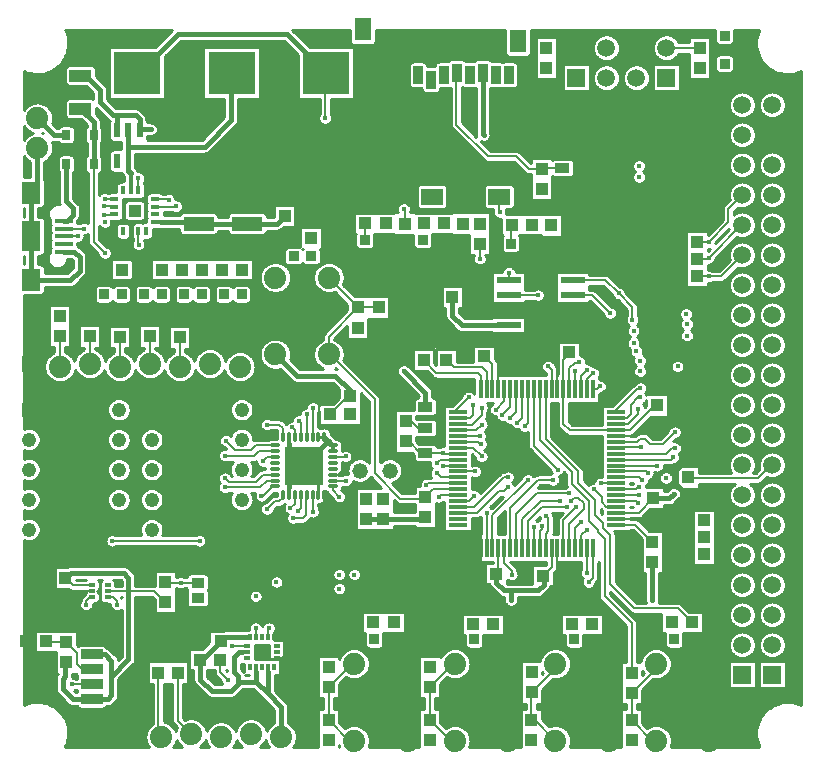
<source format=gbr>
%TF.GenerationSoftware,Novarm,DipTrace,3.2.0.1*%
%TF.CreationDate,2017-11-16T22:50:52-08:00*%
%FSLAX26Y26*%
%MOIN*%
%TF.FileFunction,Copper,L1,Top*%
%TF.Part,Single*%
%AMOUTLINE0*
4,1,4,
-0.049213,-0.023622,
0.049213,-0.023622,
0.049213,0.023622,
-0.049213,0.023622,
-0.049213,-0.023622,
0*%
%AMOUTLINE1*
4,1,4,
-0.012402,-0.016339,
0.012402,-0.016339,
0.012402,0.016339,
-0.012402,0.016339,
-0.012402,-0.016339,
0*%
%AMOUTLINE2*
4,1,4,
-0.035433,0.019685,
-0.035433,-0.019685,
0.035433,-0.019685,
0.035433,0.019685,
-0.035433,0.019685,
0*%
%AMOUTLINE3*
4,1,4,
-0.028543,0.007874,
-0.028543,-0.007874,
0.028543,-0.007874,
0.028543,0.007874,
-0.028543,0.007874,
0*%
%AMOUTLINE4*
4,1,4,
-0.029528,0.035433,
-0.029528,-0.035433,
0.029528,-0.035433,
0.029528,0.035433,
-0.029528,0.035433,
0*%
%AMOUTLINE5*
4,1,4,
-0.029528,0.049213,
-0.029528,-0.049213,
0.029528,-0.049213,
0.029528,0.049213,
-0.029528,0.049213,
0*%
%AMOUTLINE6*
4,1,4,
0.026163,0.026163,
0.026205,-0.026121,
-0.026121,-0.026205,
-0.026163,0.026163,
0.026163,0.026163,
0*%
%AMOUTLINE7*
4,1,4,
-0.023622,0.015748,
-0.023622,-0.015748,
0.023622,-0.015748,
0.023622,0.015748,
-0.023622,0.015748,
0*%
%AMOUTLINE8*
4,1,4,
0.023622,-0.015748,
0.023622,0.015748,
-0.023622,0.015748,
-0.023622,-0.015748,
0.023622,-0.015748,
0*%
%AMOUTLINE9*
4,1,4,
-0.015748,0.015748,
-0.015748,-0.015748,
0.015748,-0.015748,
0.015748,0.015748,
-0.015748,0.015748,
0*%
%AMOUTLINE10*
4,1,4,
0.015748,0.029528,
-0.015748,0.029528,
-0.015748,-0.029528,
0.015748,-0.029528,
0.015748,0.029528,
0*%
%AMOUTLINE11*
4,1,4,
0.035433,0.027559,
-0.035433,0.027559,
-0.035433,-0.027559,
0.035433,-0.027559,
0.035433,0.027559,
0*%
%AMOUTLINE12*
4,1,4,
0.027559,0.037402,
-0.027559,0.037402,
-0.027559,-0.037402,
0.027559,-0.037402,
0.027559,0.037402,
0*%
%AMOUTLINE13*
4,1,4,
0.00689,-0.01378,
0.00689,0.01378,
-0.00689,0.01378,
-0.00689,-0.01378,
0.00689,-0.01378,
0*%
%AMOUTLINE14*
4,1,4,
0.01378,0.00689,
-0.01378,0.00689,
-0.01378,-0.00689,
0.01378,-0.00689,
0.01378,0.00689,
0*%
%AMOUTLINE15*
4,1,4,
-0.00689,0.01378,
-0.00689,-0.01378,
0.00689,-0.01378,
0.00689,0.01378,
-0.00689,0.01378,
0*%
%AMOUTLINE16*
4,1,4,
-0.01378,-0.00689,
0.01378,-0.00689,
0.01378,0.00689,
-0.01378,0.00689,
-0.01378,-0.00689,
0*%
%AMOUTLINE17*
4,1,4,
0.019685,-0.019685,
0.019685,0.019685,
-0.019685,0.019685,
-0.019685,-0.019685,
0.019685,-0.019685,
0*%
%AMOUTLINE18*
4,1,4,
-0.010827,-0.023622,
0.010827,-0.023622,
0.010827,0.023622,
-0.010827,0.023622,
-0.010827,-0.023622,
0*%
%AMOUTLINE19*
4,1,4,
0.021654,0.015748,
-0.021654,0.015748,
-0.021654,-0.015748,
0.021654,-0.015748,
0.021654,0.015748,
0*%
%AMOUTLINE20*
4,1,4,
0.021654,0.019685,
-0.021654,0.019685,
-0.021654,-0.019685,
0.021654,-0.019685,
0.021654,0.019685,
0*%
%AMOUTLINE21*
4,1,4,
0.035433,-0.015748,
0.035433,0.015748,
-0.035433,0.015748,
-0.035433,-0.015748,
0.035433,-0.015748,
0*%
%AMOUTLINE22*
4,1,4,
-0.009843,0.005906,
-0.009843,-0.005906,
0.009843,-0.005906,
0.009843,0.005906,
-0.009843,0.005906,
0*%
%TA.AperFunction,Conductor*%
%ADD14C,0.015748*%
%ADD15C,0.01378*%
%ADD16C,0.011811*%
%ADD17C,0.01*%
%ADD18C,0.006*%
%ADD20R,0.15748X0.141732*%
%ADD21R,0.043307X0.03937*%
%ADD22R,0.03937X0.043307*%
%TA.AperFunction,ComponentPad*%
%ADD24R,0.047992X0.047992*%
%ADD25C,0.048*%
%ADD30C,0.074*%
%ADD33C,0.052*%
%ADD35R,0.062992X0.011811*%
%ADD36R,0.011811X0.062992*%
%ADD37R,0.07874X0.023622*%
%ADD39R,0.011811X0.019685*%
%ADD40R,0.019685X0.011811*%
%TA.AperFunction,ComponentPad*%
%ADD41R,0.05937X0.05937*%
%ADD42C,0.05937*%
%ADD44O,0.011811X0.033465*%
%ADD45O,0.033465X0.011811*%
%ADD46R,0.127953X0.127953*%
%TA.AperFunction,ComponentPad*%
%ADD47R,0.059055X0.059055*%
%ADD48C,0.059055*%
%TA.AperFunction,ViaPad*%
%ADD49C,0.015*%
%ADD100OUTLINE0*%
%ADD101OUTLINE1*%
%ADD102OUTLINE2*%
%ADD103OUTLINE3*%
%ADD104OUTLINE4*%
%ADD105OUTLINE5*%
%TA.AperFunction,ComponentPad*%
%ADD106OUTLINE6*%
%ADD107OUTLINE7*%
%ADD108OUTLINE8*%
%ADD109OUTLINE9*%
%ADD110OUTLINE10*%
%ADD111OUTLINE11*%
%ADD112OUTLINE12*%
%ADD113OUTLINE13*%
%ADD114OUTLINE14*%
%ADD115OUTLINE15*%
%ADD116OUTLINE16*%
%ADD117OUTLINE17*%
%ADD118OUTLINE18*%
%ADD119OUTLINE19*%
%ADD120OUTLINE20*%
%ADD121OUTLINE21*%
%ADD122OUTLINE22*%
%TA.AperFunction,CopperBalancing*%
%ADD123C,0.01*%
G75*
G01*
%LPD*%
X1319000Y2217696D2*
D14*
X1292180Y2190875D1*
X1195319D1*
X1193987Y2192207D1*
X1031470D1*
X886028Y2197076D2*
D15*
X907681D1*
D14*
X1026601D1*
X1031470Y2192207D1*
X797223Y2503375D2*
Y2448755D1*
Y2368902D1*
X805319Y2360806D1*
D15*
Y2303375D1*
X1478375Y1433986D2*
D16*
Y1453671D1*
X1465147Y1466899D1*
X1450816Y1481230D1*
X1465147Y1466899D2*
D14*
X1464045D1*
X1381919Y1384773D1*
X1332706Y1288316D2*
D16*
Y1312923D1*
D14*
Y1335560D1*
X1381919Y1384773D1*
X1431131Y1288316D2*
D17*
Y1335560D1*
X1381919Y1384773D1*
X1332706Y1481230D2*
D16*
Y1456623D1*
D14*
Y1433986D1*
X1381919Y1384773D1*
X1450816Y1481230D2*
D17*
X1431131D1*
X2011126Y1639521D2*
D18*
Y1722751D1*
X1983495Y1750382D1*
X2247346Y1639521D2*
Y1737972D1*
X2272125Y1762751D1*
X2267178D1*
X2422543Y1503694D2*
X2469319D1*
X2551554Y1585929D1*
X2559625D1*
X2422543Y1228104D2*
X2498675D1*
X2547125Y1276554D1*
X2207976Y1111962D2*
Y1046781D1*
X2180196Y1019000D1*
X2030811Y1111962D2*
Y1032524D1*
X2023593Y1025306D1*
X676407Y986496D2*
X612182D1*
X587749Y1010929D1*
X797223Y2448755D2*
D14*
X1051764D1*
X1140797Y2537787D1*
Y2693257D1*
X1141539Y2694000D1*
X474217Y2150251D2*
Y2005172D1*
Y2150251D2*
Y2295329D1*
X581500Y2099070D2*
X617115D1*
X634600Y2081585D1*
Y2034715D1*
X603353Y2003469D1*
X568982D1*
X475920D1*
X474217Y2005172D1*
X494000Y2444000D2*
Y2315113D1*
X474217Y2295329D1*
X1581375Y2837756D2*
X1580853D1*
X1579285Y2839324D1*
X1978209Y2687772D2*
X1979285Y2695623D1*
X2096946Y2800260D2*
Y2800009D1*
X1115799Y1956598D2*
X1116097D1*
X982861Y1956501D2*
D3*
X569000Y1884625D2*
D3*
X1469911Y1557411D2*
D3*
X1535929Y1615875D2*
D18*
X1528375D1*
X1469911Y1557411D1*
X1535929Y1615875D2*
D14*
Y1636458D1*
X1487635Y1684752D1*
X1359497D1*
X1287749Y1756500D1*
X1787896Y1581614D2*
Y1628215D1*
X1715736Y1700375D1*
X1984458Y1750370D2*
X1983507D1*
X1877465Y1948035D2*
Y1885486D1*
X1909466Y1853484D1*
X2065766D1*
X2065875Y1853375D1*
X2267178Y1762751D2*
D3*
X2023593Y1025306D2*
Y995685D1*
X2050076Y969202D1*
X2073274D1*
X2162564D1*
X2181312Y987950D1*
Y1017883D1*
X2180196Y1019000D1*
X2073274Y969202D2*
Y937955D1*
X2475031Y470399D2*
X2475469Y470836D1*
X2140144D2*
D3*
X1465073D2*
D3*
X1802609D2*
D3*
X1036449Y737749D2*
X1042181D1*
X1104681Y800249D1*
X1193010Y763571D2*
D16*
X1175294D1*
D14*
X1166391D1*
X1150171Y747350D1*
Y697356D1*
X1162669Y684857D1*
Y665647D1*
Y656735D1*
X1140797Y634862D1*
X1075178D1*
X1037682Y672358D1*
Y736516D1*
X1036449Y737749D1*
X918945Y931706D2*
X919164D1*
X728375Y966811D2*
D18*
X797928D1*
X884059D1*
X920157Y930713D1*
X797928Y966811D2*
D14*
Y1012102D1*
X781459Y1028571D1*
X605391D1*
X587749Y1010929D1*
X589982Y729314D2*
X587730D1*
Y684857D1*
X578356Y675483D1*
Y641112D1*
X612727Y606740D1*
X675067D1*
X675280Y606528D1*
X728127D1*
X740839Y619239D1*
Y682304D1*
Y734852D1*
X718966Y756724D1*
X675476D1*
X675280Y756528D1*
X797928Y966811D2*
Y739394D1*
X740839Y682304D1*
X1162669Y665647D2*
X1222450D1*
X1261908Y626189D1*
X1306596Y581501D1*
Y481247D1*
X1202853Y812783D2*
D16*
X1189073D1*
D14*
X1117215D1*
X1104681Y800249D1*
X1222538Y714358D2*
D16*
X1222450Y696642D1*
D14*
Y665647D1*
X1261908Y714358D2*
D16*
Y696642D1*
D14*
Y626189D1*
X1381919Y1384773D2*
Y1385306D1*
X1590752Y1208227D2*
X1647003D1*
X1787749Y1214571D2*
X1786123D1*
X1778230Y1206677D1*
X1648552D1*
X1647003Y1208227D1*
X1590749Y1206677D2*
Y1208230D1*
X1590752Y1208227D1*
X2544226Y1064638D2*
X2543774Y937955D1*
X1979285Y2695623D2*
Y2489841D1*
X1981333Y2487793D1*
X2175063Y2309686D2*
Y2308892D1*
X2247346Y1639521D2*
D18*
Y1524978D1*
X2268630Y1503694D1*
X2422543D1*
X2547125Y1276554D2*
D14*
X2601152D1*
X2615642Y1291043D1*
X1044877Y2193123D2*
X1032386D1*
X1031470Y2192207D1*
X2422543Y1287159D2*
D18*
X2499660D1*
X2500251Y1287749D1*
X2715875Y1147125D2*
X2717180D1*
X2021954Y2690896D2*
Y2688387D1*
X2022592Y2687749D1*
X2065875Y1953375D2*
X2162564D1*
X2025079Y2687772D2*
X2022614D1*
X2692181Y2075251D2*
X2731500D1*
Y2078375D1*
X2326087Y1639521D2*
Y1672962D1*
X2346920Y1693795D1*
X2731500Y2078375D2*
X2844000Y2190875D1*
Y2187749D1*
X2422543Y1267474D2*
X2489276D1*
X2497125Y1259625D1*
X2719000Y1087749D2*
Y1089054D1*
X2717178Y1090875D1*
X2692417Y2016034D2*
X2731500D1*
X2369000Y1650249D2*
X2358272Y1639521D1*
X2345772D1*
X2477881Y1871630D2*
Y1913244D1*
X2431596Y1959529D1*
X2387749Y2003375D1*
X2278474D1*
X2731500Y2016034D2*
X2772285D1*
X2844000Y2087749D1*
X1850097Y2687772D2*
X1849386D1*
X581500Y2150251D2*
X628375D1*
X715875Y2250251D2*
X748207D1*
X750201Y2248257D1*
X581500Y2175840D2*
X650249D1*
X715875Y2222125D2*
X749659D1*
X750201Y2222667D1*
X1894984Y1326529D2*
X1795280D1*
X1790875Y1322125D1*
X1590752Y1275156D2*
Y1275374D1*
X849528Y1956501D2*
X850249D1*
X719000Y2275249D2*
X750201D1*
Y2273848D1*
X830909Y2167549D2*
Y2122715D1*
X831500Y2122125D1*
X715875Y1956501D2*
X716196D1*
X886028Y2273848D2*
X929777D1*
X931500Y2272125D1*
X1562751Y1844000D2*
Y1845822D1*
X1650251Y1275249D2*
X1647096D1*
X1647003Y1275156D1*
X1894984Y1287159D2*
X1837159D1*
X1831500Y1281500D1*
X2189963Y2777475D2*
D3*
X2788001Y2818992D2*
X2784953D1*
X2784945Y2819000D1*
Y2725251D2*
D3*
X2700492Y2712731D2*
Y2712509D1*
X2702466Y2710535D1*
X1372076Y1481230D2*
Y1528424D1*
X1365875Y1534625D1*
X1352391Y1481230D2*
Y1504358D1*
X1344000Y1512749D1*
X1313021Y1481230D2*
Y1509353D1*
X1300249Y1522125D1*
X1259625D1*
X1285462Y1453671D2*
X1222420D1*
X1206500Y1437751D1*
X1153374D1*
X1122125Y1469000D1*
X1285462Y1433986D2*
X1233986D1*
X1215875Y1415875D1*
X1122046D1*
X1119076Y1418845D1*
X826579Y2694000D2*
D14*
X831499D1*
X962749Y2825251D1*
X1325249D1*
X1456500Y2694000D1*
X1894984Y1267474D2*
D18*
X1933100D1*
X1950251Y1284625D1*
X1453375Y2544000D2*
Y2690875D1*
X1456500Y2694000D1*
X1103378Y737749D2*
Y697122D1*
X1128375Y672125D1*
X1265875Y844000D2*
X1262751D1*
Y813626D1*
X1261908Y812783D1*
X1478375Y1414301D2*
X1520550D1*
X1522125Y1415875D1*
X1537751Y1556500D2*
X1536840Y1557411D1*
X1411446Y1481230D2*
X1412751D1*
Y1578375D1*
X1391761Y1481230D2*
Y1556500D1*
X1406606Y2144173D2*
X1406500D1*
Y2084731D2*
Y2084501D1*
X908583Y1956501D2*
D3*
X912751Y2037751D2*
X910667D1*
X775251Y1956501D2*
D3*
Y2037749D2*
X775249Y2037751D1*
X1175249Y1956501D2*
D3*
Y2037749D2*
X1176552D1*
X1041916Y1956501D2*
D3*
Y2037751D2*
X1042180D1*
X1285462Y1414301D2*
X1261175D1*
X1247125Y1400251D1*
X1285462Y1355245D2*
X1245870D1*
X1222125Y1331500D1*
X1131413D1*
X1119076Y1343837D1*
X1285462Y1335560D2*
X1260560D1*
X1237584Y1312584D1*
X1119076D1*
X1240875Y1284625D2*
X1244000Y1281500D1*
X1278375Y1315875D1*
X1285462D1*
X1313021Y1288316D2*
Y1278646D1*
X1300251Y1265875D1*
X1284625D1*
X1259625Y1240875D1*
X1352391Y1288316D2*
Y1258640D1*
X1337751Y1244000D1*
X1372125Y1288268D2*
X1372076Y1288316D1*
Y1243953D1*
X1362749Y1234626D1*
X1347125Y1209625D2*
X1378375D1*
X1390875Y1222125D1*
Y1287430D1*
X1391761Y1288316D1*
X744000Y1134625D2*
X1034625D1*
X1412751Y1231500D2*
Y1289621D1*
X1411446Y1288316D1*
X2608320Y862749D2*
D3*
X2615875Y806500D2*
X2616194D1*
X2277071Y856500D2*
D3*
X2281500Y806500D2*
X2282861D1*
X1945822Y856500D2*
D3*
X1950251Y806500D2*
X1949529D1*
X1614571Y862749D2*
D3*
X1615875Y806500D2*
X1616196D1*
X1783311Y2194000D2*
D3*
X1778375Y2137749D2*
X1778673D1*
X1587739Y2194000D2*
Y2140585D1*
X1585076Y2137923D1*
X2072627Y2125421D2*
Y2185129D1*
X2075427Y2187928D1*
X2286717Y1111962D2*
Y1177340D1*
X2306501Y1197125D1*
X2306402Y1111962D2*
Y1153277D1*
X2325249Y1172125D1*
X2422543Y1247789D2*
X2390175D1*
X2375249Y1262714D1*
Y1281501D1*
X2350251Y1306500D1*
X1028375Y995181D2*
X971455D1*
X922618D1*
X920157Y997642D1*
X1894984Y1444639D2*
X1946486D1*
X1975249Y1415875D1*
X1894984Y1464324D2*
X1964301D1*
X1972125Y1456500D1*
X1991441Y1111962D2*
Y1227810D1*
X2011126Y1111962D2*
Y1220500D1*
X2128375Y1337751D1*
X2070181Y1111962D2*
Y1245180D1*
X2162751Y1337749D1*
X2212749D1*
X2089866Y1111962D2*
Y1224241D1*
X2159625Y1294000D1*
X2265875D1*
X2109551Y1111962D2*
Y1206427D1*
X2172125Y1269000D1*
X2237749D1*
X2129236Y1111962D2*
Y1201112D1*
X2175249Y1247125D1*
X2259625D1*
X2148921Y1111962D2*
Y1180171D1*
X2150251Y1181500D1*
X2188291Y1111962D2*
Y1157042D1*
X2197125Y1165875D1*
Y1209626D1*
X2190875Y1215875D1*
X1969000Y2075249D2*
Y2125256D1*
X1969165Y2125421D1*
X2247346Y1111962D2*
Y1203596D1*
X2290875Y1247125D1*
X2267031Y1111962D2*
Y1192031D1*
X2315875Y1240875D1*
Y1259625D1*
X2297125Y1278375D1*
X2281500D1*
X2272125Y1269000D1*
X1894984Y1228104D2*
X1959354D1*
X2031500Y1300249D1*
X2050249D1*
X2062749Y1312751D1*
X1894984Y1247789D2*
X1950915D1*
X2050251Y1347125D1*
X2062751D1*
X2422543Y1562749D2*
Y1569419D1*
X2497125Y1644000D1*
X2503375D1*
X2422543Y1543064D2*
X2458689D1*
X2472125Y1556500D1*
Y1587751D1*
X2497125Y1612751D1*
X2503375D1*
X2422543Y1523379D2*
X2464004D1*
X2497125Y1556500D1*
Y1575249D1*
X2422543Y1464324D2*
X2492450D1*
X2503375Y1475249D1*
X2519000D1*
X2537749Y1456500D1*
X2578375D1*
X2619000Y1497125D1*
X2422543Y1444639D2*
Y1447125D1*
X2506500D1*
X2422543Y1424954D2*
X2590579D1*
X2609625Y1444000D1*
X2619000D1*
X2422543Y1405269D2*
X2605270D1*
X2612751Y1412749D1*
X2422543Y1385584D2*
Y1384625D1*
Y1385584D2*
X2558667D1*
X2559626Y1384625D1*
X886028Y2248257D2*
X954507D1*
X956500Y2250251D1*
X1781500Y1737751D2*
Y1736411D1*
X1781654Y1736257D1*
X1971756Y1639521D2*
Y1684995D1*
X1962751Y1694000D1*
X1823911D1*
X1781654Y1736257D1*
X2422543Y1326529D2*
X2372125D1*
X2702466Y2777465D2*
X2591786D1*
X2590875Y2778375D1*
X2662988Y1345917D2*
Y1344000D1*
X2422543Y1346214D2*
X2501160D1*
X2509625Y1337749D1*
X2944000Y1387749D2*
X2940874D1*
X2897125Y1344000D1*
X2664906D1*
X2662988Y1345917D1*
X2207976Y1639521D2*
Y1705024D1*
X2197125Y1715875D1*
X2422543Y1306844D2*
X2491219D1*
X2498688Y1314312D1*
X2717178Y1203375D2*
X2718933D1*
X2692180Y2131500D2*
X2731500D1*
X2325249Y1703374D2*
X2306402Y1684526D1*
Y1639521D1*
X2278474Y1953375D2*
X2344000D1*
X2403375Y1894000D1*
X2731500Y2131500D2*
X2797125Y2197125D1*
Y2240874D1*
X2844000Y2287749D1*
X1934463Y2687772D2*
X1935955D1*
X1935978Y2687749D1*
X962810Y695849D2*
Y535033D1*
X1006596Y491247D1*
X728375Y947126D2*
X737749D1*
X728375D2*
X747123D1*
X759625Y934625D1*
Y922125D1*
X962810Y697125D2*
Y695849D1*
X1222125Y844000D2*
Y813197D1*
X1222538Y812783D1*
X2345772Y1111962D2*
Y1011396D1*
X2331500Y997125D1*
X1478375Y1315875D2*
Y1303374D1*
X1500249Y1281500D1*
X2034009Y2282238D2*
Y2232115D1*
X2034625Y2231500D1*
X1972125Y2194000D2*
X1970815D1*
X1969165Y2192350D1*
X1850251Y2194000D2*
X1850240D1*
X1912843D2*
Y2192280D1*
X1912741Y2192178D1*
X897175Y695849D2*
Y490668D1*
X906596Y481247D1*
X676407Y947126D2*
X669001D1*
X656500Y934625D1*
Y922125D1*
X887749Y694000D2*
X895325D1*
X897175Y695849D1*
X1144000Y784625D2*
X1191642D1*
X1193010Y783256D1*
X2325249Y1028375D2*
Y1111125D1*
X2326087Y1111962D1*
X1478375Y1335560D2*
X1522125D1*
X2050496Y1639521D2*
Y1600496D1*
X2022125Y1572125D1*
X1465875Y712749D2*
Y714193D1*
X1465073Y714995D1*
X2089866Y1639521D2*
Y1564866D1*
X2069000Y1544000D1*
X1800249Y715875D2*
X1801728D1*
X1802609Y714995D1*
X2129236Y1639521D2*
Y1526112D1*
X2119000Y1515875D1*
X2140875Y694000D2*
Y695146D1*
X2168606Y1639521D2*
Y1469394D1*
X2275249Y1362751D1*
Y1325251D1*
X2334421Y1266079D1*
Y1200454D1*
X2362751Y1172125D1*
Y1162749D1*
X2384625Y1140875D1*
Y950245D1*
X2475251Y859619D1*
Y694249D1*
X2475469Y694031D1*
X1465073Y648066D2*
Y537765D1*
X1533839Y469000D1*
X1550249D1*
X1465073Y648066D2*
X1542008Y725000D1*
X1550249D1*
X1885667D2*
X1879543D1*
X1802609Y648066D1*
Y537765D1*
X1871374Y469000D1*
X1885667D1*
X2221083Y725000D2*
Y708424D1*
X2141972Y629314D1*
X2140144Y627486D1*
Y537765D1*
X2221083Y469000D2*
X2152318Y537765D1*
X2140144D1*
X2475469Y627102D2*
Y537765D1*
X2544234Y469000D1*
X2556500D1*
X2475469Y627102D2*
X2556500Y708134D1*
Y725000D1*
X1894984Y1484009D2*
Y1484625D1*
X569000Y1817696D2*
Y1715249D1*
X1894984Y1484009D2*
X1968385D1*
X1969000Y1484625D1*
X1894984Y1543064D2*
X1908689D1*
X869000Y1815875D2*
Y1725249D1*
X1894984Y1543064D2*
X1936814D1*
X1947125Y1553375D1*
Y1587751D1*
X1894984Y1562749D2*
X1881500D1*
X1931500Y1612749D1*
X969000Y1812751D2*
Y1715249D1*
X769000Y1814571D2*
Y1715249D1*
X1894984Y1523379D2*
Y1522125D1*
X1943999D1*
X1975249Y1553375D1*
Y1578374D1*
X669000Y1815875D2*
Y1725249D1*
X1894984Y1503694D2*
X1895303Y1503375D1*
X1956500D1*
X1975249Y1522125D1*
X589982Y796243D2*
X527475D1*
X523436Y800282D1*
X675280Y706528D2*
X643971D1*
X625249Y725249D1*
Y760975D1*
X589982Y796243D1*
X1991441Y1639521D2*
Y1696560D1*
X1975251Y1712751D1*
X1881783D1*
X1856654Y1737881D1*
X830909Y2303375D2*
Y2344000D1*
X1856500Y1737751D2*
X1856524D1*
X2187938Y2706480D2*
Y2708521D1*
X2189963Y2710546D1*
X2422543Y1365899D2*
X2522101D1*
X2528375Y1359625D1*
X2267031Y1639521D2*
Y1710782D1*
X2284625Y1728375D1*
X2297125D1*
X2300249Y1731500D1*
X2650249Y1203375D2*
D14*
X2650251Y1147125D1*
Y1090875D1*
X2650249D1*
X2547125Y1209625D2*
Y1206500D1*
X2647125D1*
X2650249Y1203375D1*
X1031470Y2322129D2*
X1193987D1*
X1281496D1*
X1319000Y2284625D1*
X1331500D1*
X1369000Y2247125D1*
Y2225320D1*
Y2197125D1*
X1340875Y2169000D1*
Y2145371D1*
X1339677Y2144173D1*
X769000Y1881500D2*
X806500Y1919000D1*
X869000D1*
X929680D1*
X969000Y1879680D1*
X806500Y1919000D2*
X810576Y1923076D1*
Y2004589D1*
X843738Y2037751D1*
X856500Y2303375D2*
X862749Y2309625D1*
Y2365875D1*
X834625Y2394000D1*
Y2401005D1*
X1031470Y2322129D2*
X875253D1*
D15*
X856500Y2303375D1*
X805319Y2167549D2*
Y2145895D1*
D14*
Y2076169D1*
X843738Y2037751D1*
X469000Y1725249D2*
Y1628375D1*
X465875D1*
Y1572125D1*
X875251D2*
Y1575161D1*
X822037Y1628375D1*
X469000D1*
X875251Y1572125D2*
X878375D1*
X1031567Y1418933D1*
Y1318835D1*
X1181402Y1169000D1*
X1172126D1*
X1175251Y1172125D1*
X465875Y1572125D2*
X615875Y1422125D1*
Y1322125D1*
X765875Y1172125D1*
X2065875Y1903375D2*
X2200249D1*
X2278474D1*
Y1853375D1*
X750201Y2197076D2*
D15*
X771854D1*
D14*
X805319D1*
D15*
Y2167549D1*
X2030811Y1639521D2*
D18*
Y1730769D1*
X2050424Y1750382D1*
X2227661Y1639521D2*
Y1735339D1*
X2200249Y1762751D1*
X2422543Y1484009D2*
X2487134D1*
X2522125Y1519000D1*
X2559625D1*
X2422543Y1208419D2*
X2545919D1*
X2547125Y1209625D1*
X2227661Y1111962D2*
Y1038463D1*
X2247125Y1019000D1*
X1971756Y1111962D2*
Y1040398D1*
X1956664Y1025306D1*
X676407Y966811D2*
X610560D1*
X587749Y944000D1*
X769000Y1881500D2*
D14*
X670304D1*
X669000Y1882804D1*
Y1912751D1*
X661507Y1920244D1*
X640875Y1940875D1*
X509625D1*
X472125Y1903375D1*
Y1728374D1*
X469000Y1725249D1*
X2844000Y2819000D2*
Y2774451D1*
Y2725251D1*
X2290875Y2778375D2*
Y2794210D1*
X2328172Y2831507D1*
X2437744D1*
X2490875Y2778375D1*
X2844000Y2774451D2*
X2766437D1*
X2746878Y2794010D1*
Y2812759D1*
X2728130Y2831507D1*
X2437744D1*
X2131682Y2125421D2*
X2200440D1*
X2206690Y2119171D1*
X2240770D1*
X2256304Y2134705D1*
Y2200010D1*
Y2294580D1*
X2244194Y2306690D1*
X1912741Y2125249D2*
Y2045029D1*
X1910135Y2047635D1*
X1877465Y2014965D1*
X1837902Y2137923D2*
Y2095853D1*
Y2054528D1*
X1877465Y2014965D1*
X1644131Y2137923D2*
X1656804Y2125249D1*
X1718991D1*
X1748387Y2095853D1*
X1837902D1*
X1912741Y2045029D2*
X1919930Y2037840D1*
X2003206D1*
X2040702Y2075336D1*
X2112570D1*
X2131318Y2094084D1*
Y2125056D1*
X2131682Y2125421D1*
X1644131Y2137923D2*
Y2113094D1*
X1618871Y2087835D1*
X1543879D1*
X1506383Y2125331D1*
Y2181575D1*
X1462638Y2225320D1*
X1369000D1*
X969000Y1879680D2*
X1170117D1*
X1225163Y1934726D1*
Y2112832D1*
X1259534Y2147203D1*
X1336647D1*
X1339677Y2144173D1*
X661507Y1920244D2*
Y1990937D1*
X708320Y2037751D1*
X869000Y1882804D2*
Y1919000D1*
X587749Y944000D2*
X531119D1*
X503159D1*
X456493Y897335D1*
Y800295D1*
X456507Y800282D1*
X531119Y944000D2*
Y1093823D1*
X609602Y1172306D1*
X765694D1*
X765875Y1172125D1*
X1175251D2*
Y1078598D1*
Y970009D1*
X1175226Y969984D1*
X897175Y762778D2*
X962810D1*
X1000281Y800249D1*
X1037752D1*
Y841160D1*
X1072054Y875462D1*
X1140797D1*
X1175226Y909891D1*
Y969984D1*
X1281593Y812783D2*
D18*
X1293906D1*
Y912958D1*
X1234537Y972327D1*
X1177568D1*
X1175226Y969984D1*
X1291436Y743886D2*
X1309189D1*
X1315778Y750475D1*
Y806719D1*
X1309529Y812969D1*
X1295558D1*
X1295373Y812783D1*
X1281593D1*
X1728249Y725000D2*
D14*
Y469000D1*
X1675251Y806500D2*
X1728249Y753501D1*
Y725000D1*
X2008584Y806500D2*
X2063667Y751417D1*
Y725000D1*
X2341916Y806500D2*
X2399083Y749333D1*
Y725000D1*
X2675249Y806500D2*
X2734500Y747249D1*
Y725000D1*
Y469000D1*
X2399083Y725000D2*
Y469000D1*
X2063667Y725000D2*
Y469000D1*
Y725000D2*
X2065699Y727033D1*
Y903584D1*
X2025054D1*
X1993807Y934831D1*
X1956336Y972302D1*
Y1024978D1*
X1956664Y1025306D1*
X2065699Y903584D2*
X2190686D1*
X2246930Y959828D1*
Y1018806D1*
X2247125Y1019000D1*
X2399083Y725000D2*
Y885793D1*
X2362543Y922332D1*
X2284427D1*
X2246930Y959828D1*
X2650249Y1090875D2*
Y1003337D1*
X2734379Y919207D1*
Y725121D1*
X2734500Y725000D1*
X2650249Y1203375D2*
Y1297056D1*
X2621891Y1325415D1*
Y1371749D1*
X2662988Y1412846D1*
X2559625Y1519000D2*
X2574877D1*
X2581270Y1525394D1*
X2631265D1*
X2649997Y1506661D1*
X2662512Y1494147D1*
Y1413323D1*
X2662988Y1412846D1*
X1450816Y1288316D2*
D18*
Y1188606D1*
X1431391Y1169181D1*
X1172307D1*
X1175251Y1172125D1*
X1478375Y1355245D2*
X1476667Y1353537D1*
X1497009D1*
X1543879Y1400407D1*
Y1444152D1*
X1475136Y1512895D1*
X1450139D1*
X1434516Y1528518D1*
Y1581391D1*
X1469000Y1615875D1*
X1631500Y1845822D2*
D14*
X1638412D1*
X1665741Y1818492D1*
X1677619Y1806614D1*
X1778226D1*
X1781654Y1803186D1*
X1815726D1*
X1855030D1*
X1856654Y1804810D1*
X1877465Y2014965D2*
X1858469D1*
X1815726Y1972222D1*
Y1803186D1*
X1856654Y1804810D2*
X2023759D1*
X2050076Y1778492D1*
Y1750730D1*
X2050424Y1750382D1*
X2200249Y1762751D2*
X2062793D1*
X2050424Y1750382D1*
X2200249Y1762751D2*
Y1815988D1*
Y1903375D1*
X2649997Y1506661D2*
Y1587903D1*
X2565647Y1672253D1*
X2465657D1*
X2387541Y1750370D1*
Y1778492D1*
X2350045Y1815988D1*
X2200249D1*
X2256304Y2200010D2*
X2556740D1*
X2625251Y2131500D1*
X2625252Y2075251D1*
Y2016270D1*
X2625488Y2016034D1*
X2944000Y2487749D2*
X2953063D1*
X2996852Y2531538D1*
Y2615904D1*
X2971854Y2640902D1*
X2881239D1*
X2843743Y2678398D1*
Y2724993D1*
X2844000Y2725251D1*
X1469000Y1615875D2*
X919001D1*
X875251Y1572125D1*
X2625251Y2131500D2*
Y2300547D1*
X2759377Y2434673D1*
X2890924D1*
X2944000Y2487749D1*
X1787896Y1356591D2*
X1747054D1*
X1665741Y1437903D1*
Y1818492D1*
X1728249Y725000D2*
Y728617D1*
X1934463Y934831D1*
X1944387D1*
X1993807D1*
X1175251Y1078598D2*
X1800619D1*
X1944387Y934831D1*
X2244194Y2377556D2*
D18*
X2177546D1*
X2175437Y2375448D1*
X2131303D1*
X2090875Y2415875D1*
X1997125D1*
X1890875Y2522125D1*
Y2693828D1*
X1892671Y2695623D1*
X1722125Y1465871D2*
X1731513D1*
X1769928Y1427457D1*
X1787896D1*
X1786978Y1428375D1*
X1847125D1*
Y1384625D2*
X1894025D1*
X1894984Y1385584D1*
Y1424954D2*
X1850546D1*
X1847125Y1428375D1*
X681427Y2487751D2*
D14*
Y2390875D1*
X637751Y2575251D2*
Y2575249D1*
X681500Y2531500D1*
Y2487824D1*
X681427Y2487751D1*
Y2390875D2*
D18*
Y2131573D1*
X719000Y2094000D1*
X1109625Y2040875D2*
Y2037751D1*
X834625Y2503375D2*
D14*
Y2540875D1*
X822125Y2553375D1*
X759822D1*
Y2503375D1*
X637751Y2685487D2*
X655639D1*
X703375Y2637751D1*
Y2597125D1*
X747125Y2553375D1*
X759822D1*
X975251Y2037751D2*
D3*
X872125Y2506500D2*
X837749D1*
X834625Y2503375D1*
X590875Y2487751D2*
X550249D1*
X494000Y2544000D1*
X1894984Y1405269D2*
D18*
X1836518D1*
X1825249Y1394000D1*
X1787751Y1509625D2*
Y1510602D1*
X1787896Y1510748D2*
X1761629D1*
X1739576Y1532801D1*
X1722125D1*
X1894984Y1346214D2*
X1838661D1*
X1825249Y1359626D1*
X581500Y2201430D2*
D14*
X592055D1*
X612749Y2222125D1*
Y2244001D1*
X590875Y2265875D1*
Y2390875D1*
X2142356Y2187928D2*
D18*
Y2187749D1*
X2215692D2*
X2208340D1*
X2206690Y2186100D1*
X2065875Y2003375D2*
Y2028097D1*
X2287749Y1700251D2*
Y1640554D1*
X2286717Y1639521D1*
X675280Y656528D2*
X609625D1*
X2075251Y1022125D2*
Y1034625D1*
X2050496Y1059379D1*
Y1111962D1*
X2422543Y1188734D2*
X2487059D1*
X2544226Y1131567D1*
X2070181Y1639521D2*
Y1579556D1*
X2044000Y1553375D1*
X1681500Y859625D2*
Y862749D1*
X2109551Y1639521D2*
Y1543927D1*
X2094000Y1528375D1*
X2012751Y856500D2*
D3*
X2148921Y1639521D2*
Y1451579D1*
X2228375Y1372125D1*
X2344000Y856500D2*
D3*
X2188291Y1639521D2*
Y1474709D1*
X2297125Y1365875D1*
Y1328375D1*
X2353169Y1272331D1*
Y1219206D1*
X2378375Y1194000D1*
Y1178375D1*
X2403375Y1153375D1*
Y990875D1*
X2484417Y909833D1*
X2628165D1*
X2675249Y862749D1*
X1465749Y2012500D2*
Y2009752D1*
X1562751Y1912751D1*
X1631500D1*
X1465749Y1756500D2*
Y1815749D1*
X1562751Y1912751D1*
X1894984Y1306844D2*
X1813093D1*
X1787749Y1281500D1*
X1465749Y1756500D2*
X1468874Y1753375D1*
X1472125D1*
X1619000Y1606500D1*
Y1359657D1*
X1703238Y1275420D1*
X1781669D1*
X1787749Y1281500D1*
X1894984Y1365899D2*
X1953352D1*
X1347125Y2084822D2*
X1348196Y2083751D1*
X1718991Y2192178D2*
D3*
X1656500Y2194000D2*
X1654668D1*
X1718991Y2192178D2*
Y2237760D1*
X1715875Y2240875D1*
X1806500Y2675249D2*
Y2672445D1*
X1806056Y2672001D1*
X2168606Y1111962D2*
Y1168606D1*
X2175249Y1175249D1*
Y1184625D1*
D49*
X1141539Y2694000D3*
X1581375Y2837756D3*
X1978209Y2687772D3*
X2096946Y2800260D3*
X1115799Y1956598D3*
X982861Y1956501D3*
X569000Y1884625D3*
D3*
X568982Y2003469D3*
X1469911Y1557411D3*
X1715736Y1700375D3*
X1469911Y1557411D3*
X1984458Y1750370D3*
X1715736Y1700375D3*
X2065699Y1853484D3*
X2267178Y1762751D3*
X2073274Y937955D3*
X2475031Y470399D3*
X2140144Y470836D3*
X1465073D3*
X1802609D3*
X1036449Y737749D3*
X918945Y931706D3*
X1381919Y1385306D3*
X1469911Y1557411D3*
X1590749Y1206677D3*
X1381919Y1385306D3*
X2543774Y937955D3*
X1981333Y2487793D3*
X2175063Y2309686D3*
X2615642Y1291043D3*
X1051764Y2448755D3*
X1044877Y2193123D3*
X2500251Y1287749D3*
X2715875Y1147125D3*
X2162564Y1953375D3*
X2025079Y2687772D3*
X2731500Y2078375D3*
X2346920Y1693795D3*
X2497125Y1259625D3*
X2719000Y1087749D3*
X2731500Y2016034D3*
X2369000Y1650249D3*
X2477881Y1871630D3*
X1850097Y2687772D3*
X2431596Y1959529D3*
X628375Y2150251D3*
X715875Y2250251D3*
X650249Y2175840D3*
X715875Y2222125D3*
X1790875Y1322125D3*
X1590752Y1275374D3*
X850249Y1956501D3*
X719000Y2197125D3*
Y2275249D3*
X831500Y2122125D3*
X715875Y1956501D3*
X931500Y2272125D3*
X1562751Y1844000D3*
X1650251Y1275249D3*
X1831500Y1281500D3*
X2189963Y2777475D3*
X2788001Y2818992D3*
X2784945Y2725251D3*
X2700492Y2712731D3*
X1365875Y1534625D3*
X1344000Y1512749D3*
X1259625Y1522125D3*
X1122125Y1469000D3*
X1119076Y1418845D3*
X1950251Y1284625D3*
X1453375Y2544000D3*
X1128375Y672125D3*
X1265875Y844000D3*
X1522125Y1415875D3*
X1537751Y1556500D3*
X1412751Y1578375D3*
X1391761Y1556500D3*
X1406500Y2144173D3*
Y2084731D3*
X908583Y1956501D3*
X912751Y2037751D3*
X775251Y1956501D3*
Y2037749D3*
X1175249Y1956501D3*
Y2037749D3*
X1041916Y1956501D3*
Y2037751D3*
X1247125Y1400251D3*
X1119076Y1343837D3*
Y1312584D3*
X1240875Y1284625D3*
X1259625Y1240875D3*
X1337751Y1244000D3*
X1362749Y1234626D3*
X1347125Y1209625D3*
X744000Y1134625D3*
X1034625D3*
X1412751Y1231500D3*
X2608320Y862749D3*
X2615875Y806500D3*
X2277071Y856500D3*
X2281500Y806500D3*
X1945822Y856500D3*
X1950251Y806500D3*
X1614571Y862749D3*
X1615875Y806500D3*
X1783311Y2194000D3*
X1778375Y2137749D3*
X2306501Y1197125D3*
X2325249Y1172125D3*
X2350251Y1306500D3*
X2503375Y1700249D3*
X2628375Y1715875D3*
X971455Y995181D3*
X1975249Y1415875D3*
X1972125Y1456500D3*
X2481500Y1834625D3*
X2656500Y1890875D3*
X1991441Y1227810D3*
X2128375Y1337751D3*
X2212749Y1337749D3*
X2265875Y1294000D3*
X2237749Y1269000D3*
X2259625Y1247125D3*
X2150251Y1181500D3*
X2503375Y1734625D3*
X2190875Y1215875D3*
X1969000Y2075249D3*
X2290875Y1247125D3*
X2272125Y1269000D3*
X2062749Y1312751D3*
X2490875Y1765875D3*
X2659625Y1819000D3*
X2062751Y1347125D3*
X2481500Y1794000D3*
X2659625Y1856500D3*
X2503375Y1644000D3*
Y1612751D3*
X2497125Y1575249D3*
X2619000Y1497125D3*
X2506500Y1447125D3*
X2619000Y1444000D3*
X2612751Y1412749D3*
X2559626Y1384625D3*
X956500Y2250251D3*
X1781500Y1737751D3*
X2372125Y1326529D3*
X2662988Y1344000D3*
X2589488D3*
X2509625Y1337749D3*
X2197125Y1715875D3*
X2500249Y2384625D3*
X2498688Y1314312D3*
X2718933Y1203375D3*
X2498688Y1314312D3*
X2718933Y1203375D3*
X2731500Y2131500D3*
X2403375Y1894000D3*
X2325249Y1703374D3*
X2403375Y1894000D3*
X1934463Y2687772D3*
X759625Y922125D3*
X962810Y697125D3*
X1222125Y844000D3*
X2331500Y997125D3*
X1222125Y950249D3*
X1500249Y1281500D3*
Y1022125D3*
Y975251D3*
X2331500Y997125D3*
X2034625Y2231500D3*
X1972125Y2194000D3*
X1850251D3*
X1912843D3*
X656500Y922125D3*
X887749Y694000D3*
X1144000Y784625D3*
X1290875Y997125D3*
X2325249Y1028375D3*
X1522125Y1335560D3*
X2022125Y1572125D3*
X1465875Y712749D3*
X2069000Y1544000D3*
X1800249Y715875D3*
X2119000Y1515875D3*
X2140875Y694000D3*
X1969000Y1484625D3*
X1947125Y1587751D3*
X1931500Y1612749D3*
X1975249Y1578374D3*
Y1522125D3*
X830909Y2344000D3*
X1856500Y1737751D3*
X2187938Y2706480D3*
X2528375Y1359625D3*
D3*
X2300249Y1731500D3*
X2500251Y2347125D3*
X1847125Y1428375D3*
Y1384625D3*
X719000Y2094000D3*
X1109625Y2040875D3*
X975251Y2037751D3*
X872125Y2506500D3*
X1825249Y1394000D3*
X1787751Y1509625D3*
X1825249Y1359626D3*
Y1394000D3*
X2142356Y2187749D3*
X2215692D3*
X2065875Y2028097D3*
X2287749Y1700251D3*
X2065875Y2028097D3*
X2142356Y2187749D3*
X609625Y656528D3*
X1550249Y1022125D3*
X2075251D3*
X2044000Y1553375D3*
X1681500Y859625D3*
X2094000Y1528375D3*
X2012751Y856500D3*
X2228375Y1372125D3*
X2344000Y856500D3*
X1953352Y1365899D3*
X1347125Y2084822D3*
X1718991Y2192178D3*
X1656500Y2194000D3*
X1715875Y2240875D3*
X1806500Y2675249D3*
X2175249Y1184625D3*
X1718991Y2192178D3*
X592412Y2829131D2*
D123*
X932717D1*
X1355283D2*
X1535334D1*
X1623252D2*
X2053049D1*
X2140967D2*
X2752795D1*
X2817100D2*
X2895588D1*
X595420Y2819262D2*
X922854D1*
X1365146D2*
X1535334D1*
X1623252D2*
X2053049D1*
X2140967D2*
X2370881D1*
X2410869D2*
X2570881D1*
X2610869D2*
X2752795D1*
X2817100D2*
X2892580D1*
X597412Y2809394D2*
X912971D1*
X1375029D2*
X1535334D1*
X1623252D2*
X2053049D1*
X2140967D2*
X2153869D1*
X2226045D2*
X2357150D1*
X2424600D2*
X2557150D1*
X2624600D2*
X2666389D1*
X2738545D2*
X2752795D1*
X2817100D2*
X2890588D1*
X598408Y2799525D2*
X903107D1*
X970947D2*
X1317053D1*
X1384893D2*
X1535510D1*
X1623057D2*
X2053049D1*
X2140967D2*
X2153869D1*
X2226045D2*
X2350061D1*
X2431689D2*
X2550061D1*
X2631689D2*
X2666389D1*
X2738545D2*
X2753264D1*
X2816631D2*
X2889592D1*
X598467Y2789656D2*
X893244D1*
X961064D2*
X1326936D1*
X1394756D2*
X1541408D1*
X1617158D2*
X2053049D1*
X2140967D2*
X2153869D1*
X2226045D2*
X2346232D1*
X2435518D2*
X2546232D1*
X2738545D2*
X2760959D1*
X2808936D2*
X2889533D1*
X597568Y2779787D2*
X731447D1*
X951201D2*
X1046408D1*
X1236670D2*
X1336799D1*
X1551631D2*
X2053049D1*
X2140967D2*
X2153869D1*
X2226045D2*
X2344807D1*
X2436943D2*
X2544807D1*
X2738545D2*
X2890432D1*
X595713Y2769919D2*
X731447D1*
X941338D2*
X1046408D1*
X1236670D2*
X1346662D1*
X1551631D2*
X2053049D1*
X2140967D2*
X2153869D1*
X2226045D2*
X2345588D1*
X2436162D2*
X2545588D1*
X2738545D2*
X2892287D1*
X592842Y2760050D2*
X731447D1*
X931455D2*
X1046408D1*
X1236670D2*
X1356545D1*
X1551631D2*
X2053244D1*
X2140752D2*
X2153869D1*
X2226045D2*
X2348674D1*
X2433076D2*
X2548674D1*
X2738545D2*
X2895158D1*
X588838Y2750181D2*
X731447D1*
X921729D2*
X1046408D1*
X1236670D2*
X1361369D1*
X1551631D2*
X2059279D1*
X2134736D2*
X2153869D1*
X2226045D2*
X2354689D1*
X2427061D2*
X2554689D1*
X2627061D2*
X2666389D1*
X2738545D2*
X2755842D1*
X2814053D2*
X2899162D1*
X583545Y2740312D2*
X731447D1*
X921729D2*
X1046408D1*
X1236670D2*
X1361369D1*
X1551631D2*
X1873225D1*
X1912119D2*
X1959826D1*
X1998740D2*
X2153869D1*
X2226045D2*
X2365705D1*
X2416045D2*
X2565705D1*
X2616045D2*
X2666389D1*
X2738545D2*
X2752795D1*
X2817100D2*
X2904455D1*
X576768Y2730444D2*
X731447D1*
X921729D2*
X1046408D1*
X1236670D2*
X1361369D1*
X1551631D2*
X1738010D1*
X1787490D2*
X1824631D1*
X2090635D2*
X2153869D1*
X2226045D2*
X2666389D1*
X2738545D2*
X2752795D1*
X2817100D2*
X2911232D1*
X568018Y2720575D2*
X731447D1*
X921729D2*
X1046408D1*
X1236670D2*
X1361369D1*
X1551631D2*
X1730959D1*
X1794541D2*
X1817580D1*
X2097686D2*
X2153869D1*
X2226045D2*
X2244787D1*
X2336963D2*
X2374006D1*
X2407744D2*
X2474006D1*
X2507744D2*
X2544787D1*
X2636963D2*
X2666389D1*
X2738545D2*
X2752795D1*
X2817100D2*
X2919982D1*
X556533Y2710706D2*
X586955D1*
X688564D2*
X731447D1*
X921729D2*
X1046408D1*
X1236670D2*
X1361369D1*
X1551631D2*
X1730607D1*
X2098057D2*
X2153869D1*
X2226045D2*
X2244787D1*
X2336963D2*
X2358459D1*
X2423291D2*
X2458459D1*
X2523291D2*
X2544787D1*
X2636963D2*
X2666389D1*
X2738545D2*
X2752795D1*
X2817100D2*
X2931467D1*
X540225Y2700837D2*
X585920D1*
X689580D2*
X731447D1*
X921729D2*
X1046408D1*
X1236670D2*
X1361369D1*
X1551631D2*
X1730607D1*
X2098057D2*
X2153869D1*
X2226045D2*
X2244787D1*
X2336963D2*
X2350783D1*
X2430967D2*
X2450783D1*
X2530967D2*
X2544787D1*
X2636963D2*
X2666389D1*
X2738545D2*
X2755471D1*
X2814424D2*
X2947775D1*
X450010Y2690969D2*
X482580D1*
X505420D2*
X585920D1*
X689580D2*
X731447D1*
X921729D2*
X1046408D1*
X1236670D2*
X1361369D1*
X1551631D2*
X1730607D1*
X2098057D2*
X2153869D1*
X2226045D2*
X2244787D1*
X2336963D2*
X2346584D1*
X2435166D2*
X2446584D1*
X2535166D2*
X2544787D1*
X2636963D2*
X2666389D1*
X2738545D2*
X2982580D1*
X3005420D2*
X3037990D1*
X450010Y2681100D2*
X585920D1*
X693936D2*
X731447D1*
X921729D2*
X1046408D1*
X1236670D2*
X1361369D1*
X1551631D2*
X1730607D1*
X2098057D2*
X2153869D1*
X2226045D2*
X2244787D1*
X2336963D2*
X2344865D1*
X2436885D2*
X2444865D1*
X2536885D2*
X2544787D1*
X2636963D2*
X2666389D1*
X2738545D2*
X3037990D1*
X450010Y2671231D2*
X585920D1*
X703818D2*
X731447D1*
X921729D2*
X1046408D1*
X1236670D2*
X1361369D1*
X1551631D2*
X1730607D1*
X2098057D2*
X2244787D1*
X2336963D2*
X2345354D1*
X2436396D2*
X2445354D1*
X2536396D2*
X2544787D1*
X2636963D2*
X3037990D1*
X450010Y2661362D2*
X586564D1*
X713682D2*
X731447D1*
X921729D2*
X1046408D1*
X1236670D2*
X1361369D1*
X1551631D2*
X1730607D1*
X2098057D2*
X2244787D1*
X2336963D2*
X2348127D1*
X2433623D2*
X2448127D1*
X2533623D2*
X2544787D1*
X2636963D2*
X3037990D1*
X450010Y2651493D2*
X595627D1*
X723154D2*
X731447D1*
X921729D2*
X1046408D1*
X1236670D2*
X1361369D1*
X1551631D2*
X1732150D1*
X2096494D2*
X2244787D1*
X2336963D2*
X2353674D1*
X2428076D2*
X2453674D1*
X2528076D2*
X2544787D1*
X2636963D2*
X3037990D1*
X450010Y2641625D2*
X665588D1*
X727334D2*
X731428D1*
X921729D2*
X1046408D1*
X1236670D2*
X1361369D1*
X1551631D2*
X1773928D1*
X1838174D2*
X1871467D1*
X1910283D2*
X1955002D1*
X2003564D2*
X2244787D1*
X2336963D2*
X2363752D1*
X2417998D2*
X2463752D1*
X2517998D2*
X2544787D1*
X2636963D2*
X3037990D1*
X450010Y2631756D2*
X675451D1*
X727646D2*
X731435D1*
X921729D2*
X1046408D1*
X1236670D2*
X1361369D1*
X1551631D2*
X1778244D1*
X1833857D2*
X1871467D1*
X1910283D2*
X1955002D1*
X2003564D2*
X2833947D1*
X2854053D2*
X2933947D1*
X2954053D2*
X3037990D1*
X450010Y2621887D2*
X679104D1*
X727646D2*
X731435D1*
X921729D2*
X1046408D1*
X1236670D2*
X1361369D1*
X1551631D2*
X1871467D1*
X1910283D2*
X1955002D1*
X2003564D2*
X2813791D1*
X2874209D2*
X2913791D1*
X2974209D2*
X3037990D1*
X450010Y2612018D2*
X679104D1*
X727646D2*
X731435D1*
X921729D2*
X1046408D1*
X1236670D2*
X1361369D1*
X1551631D2*
X1871467D1*
X1910283D2*
X1955002D1*
X2003564D2*
X2805197D1*
X2882803D2*
X2905197D1*
X2982803D2*
X3037990D1*
X450010Y2602150D2*
X587717D1*
X732256D2*
X1116525D1*
X1165068D2*
X1433967D1*
X1472783D2*
X1871467D1*
X1910283D2*
X1955002D1*
X2003564D2*
X2800451D1*
X2887549D2*
X2900451D1*
X2987549D2*
X3037990D1*
X450010Y2592281D2*
X472639D1*
X515361D2*
X585920D1*
X742139D2*
X1116525D1*
X1165068D2*
X1433967D1*
X1472783D2*
X1871467D1*
X1910283D2*
X1955002D1*
X2003564D2*
X2798303D1*
X2889697D2*
X2898303D1*
X2989697D2*
X3037990D1*
X450010Y2582412D2*
X457356D1*
X530635D2*
X585920D1*
X752002D2*
X1116525D1*
X1165068D2*
X1433967D1*
X1472783D2*
X1871467D1*
X1910283D2*
X1955002D1*
X2003564D2*
X2798381D1*
X2889619D2*
X2898381D1*
X2989619D2*
X3037990D1*
X538936Y2572543D2*
X585920D1*
X689580D2*
X694045D1*
X836318D2*
X1116525D1*
X1165068D2*
X1433967D1*
X1472783D2*
X1871467D1*
X1910283D2*
X1955002D1*
X2003564D2*
X2800725D1*
X2887275D2*
X2900725D1*
X2987275D2*
X3037990D1*
X543955Y2562675D2*
X585920D1*
X689580D2*
X703908D1*
X846748D2*
X1116525D1*
X1165068D2*
X1433967D1*
X1472783D2*
X1871467D1*
X1910283D2*
X1955002D1*
X2003564D2*
X2805725D1*
X2882275D2*
X2905725D1*
X2982275D2*
X3037990D1*
X546650Y2552806D2*
X586174D1*
X694111D2*
X713771D1*
X855615D2*
X1116525D1*
X1165068D2*
X1431232D1*
X1475518D2*
X1871467D1*
X1910283D2*
X1955002D1*
X2003564D2*
X2814768D1*
X2873232D2*
X2914768D1*
X2973232D2*
X3037990D1*
X547393Y2542937D2*
X592502D1*
X702764D2*
X723654D1*
X858799D2*
X1112033D1*
X1165068D2*
X1429494D1*
X1477256D2*
X1871467D1*
X1910283D2*
X1955002D1*
X2003564D2*
X2839787D1*
X2848219D2*
X2939787D1*
X2948219D2*
X3037990D1*
X546240Y2533068D2*
X646018D1*
X705713D2*
X733850D1*
X860596D2*
X1102170D1*
X1164580D2*
X1432248D1*
X1474502D2*
X1871467D1*
X1910283D2*
X1955002D1*
X2003564D2*
X3037990D1*
X548721Y2523199D2*
X655881D1*
X705771D2*
X732600D1*
X889346D2*
X1092287D1*
X1159932D2*
X1442795D1*
X1463955D2*
X1871467D1*
X1916826D2*
X1955002D1*
X2003564D2*
X2815393D1*
X2872607D2*
X3037990D1*
X558584Y2513331D2*
X565158D1*
X616592D2*
X655705D1*
X707139D2*
X732600D1*
X895381D2*
X1082424D1*
X1150264D2*
X1873713D1*
X1926689D2*
X1955002D1*
X2003564D2*
X2806076D1*
X2881924D2*
X3037990D1*
X450010Y2503462D2*
X459807D1*
X619678D2*
X652619D1*
X710225D2*
X732600D1*
X896201D2*
X1072561D1*
X1140381D2*
X1882521D1*
X1936553D2*
X1955002D1*
X2003564D2*
X2800900D1*
X2887100D2*
X3037990D1*
X450010Y2493593D2*
X476076D1*
X619678D2*
X652619D1*
X710225D2*
X732600D1*
X892490D2*
X1062697D1*
X1130518D2*
X1892385D1*
X1946436D2*
X1955002D1*
X2004873D2*
X2798459D1*
X2889541D2*
X3037990D1*
X450010Y2483724D2*
X458830D1*
X619678D2*
X652619D1*
X710225D2*
X732600D1*
X877920D2*
X1052814D1*
X1120654D2*
X1902248D1*
X2005244D2*
X2798244D1*
X2889756D2*
X3037990D1*
X619678Y2473856D2*
X652619D1*
X710225D2*
X733771D1*
X860674D2*
X1042951D1*
X1110771D2*
X1912131D1*
X2000967D2*
X2800275D1*
X2887725D2*
X3037990D1*
X543447Y2463987D2*
X563986D1*
X617764D2*
X654533D1*
X708311D2*
X772951D1*
X1100908D2*
X1921994D1*
X1976025D2*
X2804865D1*
X2883135D2*
X3037990D1*
X546416Y2454118D2*
X657150D1*
X705693D2*
X772951D1*
X1091045D2*
X1931857D1*
X1985908D2*
X2813205D1*
X2874795D2*
X3037990D1*
X547393Y2444249D2*
X657150D1*
X705693D2*
X772951D1*
X1081182D2*
X1941721D1*
X1995771D2*
X2831760D1*
X2856240D2*
X3037990D1*
X546514Y2434381D2*
X657150D1*
X705693D2*
X736076D1*
X1071299D2*
X1951604D1*
X2005635D2*
X3037990D1*
X543643Y2424512D2*
X657150D1*
X705693D2*
X732600D1*
X821494D2*
X1961467D1*
X2109268D2*
X2817170D1*
X2870830D2*
X2917170D1*
X2970830D2*
X3037990D1*
X538408Y2414643D2*
X563986D1*
X617764D2*
X654533D1*
X708311D2*
X732600D1*
X821494D2*
X1971330D1*
X2119131D2*
X2807014D1*
X2880986D2*
X2907014D1*
X2980986D2*
X3037990D1*
X450010Y2404774D2*
X458264D1*
X529736D2*
X562072D1*
X619678D2*
X652619D1*
X710225D2*
X732600D1*
X821494D2*
X1981213D1*
X2128994D2*
X2139357D1*
X2279092D2*
X2488361D1*
X2512139D2*
X2801428D1*
X2886572D2*
X2901428D1*
X2986572D2*
X3037990D1*
X450010Y2394906D2*
X469729D1*
X518271D2*
X562072D1*
X619678D2*
X652619D1*
X710225D2*
X732600D1*
X821494D2*
X2084826D1*
X2284131D2*
X2478791D1*
X2521709D2*
X2798654D1*
X2889346D2*
X2898654D1*
X2989346D2*
X3037990D1*
X450010Y2385037D2*
X469729D1*
X518271D2*
X562072D1*
X619678D2*
X652619D1*
X710225D2*
X732600D1*
X821494D2*
X2094689D1*
X2284209D2*
X2476350D1*
X2524150D2*
X2798146D1*
X2889854D2*
X2898146D1*
X2989854D2*
X3037990D1*
X450010Y2375168D2*
X469729D1*
X518271D2*
X562072D1*
X619678D2*
X652619D1*
X710225D2*
X732756D1*
X824639D2*
X2104553D1*
X2284209D2*
X2478400D1*
X2522100D2*
X2799865D1*
X2888135D2*
X2899865D1*
X2988135D2*
X3037990D1*
X450010Y2365299D2*
X469729D1*
X518271D2*
X565158D1*
X616592D2*
X655705D1*
X707158D2*
X738439D1*
X840322D2*
X2114436D1*
X2284209D2*
X2485314D1*
X2515186D2*
X2804084D1*
X2883916D2*
X2904084D1*
X2983916D2*
X3037990D1*
X450010Y2355430D2*
X469729D1*
X518271D2*
X566604D1*
X615146D2*
X662033D1*
X700830D2*
X777248D1*
X851748D2*
X2139357D1*
X2282842D2*
X2477912D1*
X2522588D2*
X2811799D1*
X2876201D2*
X2911799D1*
X2976201D2*
X3037990D1*
X518271Y2345562D2*
X566604D1*
X615146D2*
X662033D1*
X700830D2*
X782033D1*
X854756D2*
X2139357D1*
X2211514D2*
X2476408D1*
X2524092D2*
X2827541D1*
X2860459D2*
X2927541D1*
X2960459D2*
X3037990D1*
X519326Y2335693D2*
X566604D1*
X615146D2*
X662033D1*
X700830D2*
X782033D1*
X853252D2*
X2139357D1*
X2211514D2*
X2479416D1*
X2521084D2*
X3037990D1*
X520146Y2325824D2*
X566604D1*
X615146D2*
X662033D1*
X700830D2*
X759104D1*
X851533D2*
X2139357D1*
X2211514D2*
X2490842D1*
X2509658D2*
X2819143D1*
X2868857D2*
X2919143D1*
X2968857D2*
X3037990D1*
X520146Y2315955D2*
X566604D1*
X615146D2*
X662033D1*
X700830D2*
X756447D1*
X854209D2*
X1759045D1*
X1860146D2*
X1983459D1*
X2084561D2*
X2139357D1*
X2211514D2*
X2808029D1*
X2879971D2*
X2908029D1*
X2979971D2*
X3037990D1*
X520146Y2306087D2*
X566604D1*
X615146D2*
X662033D1*
X700830D2*
X756447D1*
X854209D2*
X1757775D1*
X1861436D2*
X1982170D1*
X2085850D2*
X2139357D1*
X2211514D2*
X2801994D1*
X2886006D2*
X2901994D1*
X2986006D2*
X3037990D1*
X520146Y2296218D2*
X566604D1*
X615146D2*
X662033D1*
X700830D2*
X708791D1*
X729209D2*
X756447D1*
X854209D2*
X1757775D1*
X1861436D2*
X1982170D1*
X2085850D2*
X2139357D1*
X2211514D2*
X2798869D1*
X2889131D2*
X2898869D1*
X2989131D2*
X3037990D1*
X520146Y2286349D2*
X566604D1*
X615146D2*
X662033D1*
X853857D2*
X856908D1*
X950439D2*
X1757775D1*
X1861436D2*
X1982170D1*
X2085850D2*
X2139357D1*
X2211514D2*
X2798088D1*
X2889912D2*
X2898088D1*
X2989912D2*
X3037990D1*
X520146Y2276480D2*
X566604D1*
X615146D2*
X662033D1*
X846865D2*
X855842D1*
X954990D2*
X1757775D1*
X1861436D2*
X1982170D1*
X2085850D2*
X2139357D1*
X2211514D2*
X2799514D1*
X2888486D2*
X2899514D1*
X2988486D2*
X3037990D1*
X520146Y2266612D2*
X566604D1*
X624053D2*
X662033D1*
X780381D2*
X787155D1*
X849072D2*
X855861D1*
X973525D2*
X1757775D1*
X1861436D2*
X1982170D1*
X2085850D2*
X2795842D1*
X2884639D2*
X2903361D1*
X2984639D2*
X3037990D1*
X519814Y2256743D2*
X554514D1*
X633232D2*
X662033D1*
X979463D2*
X1698361D1*
X1733389D2*
X1757775D1*
X1861436D2*
X1982170D1*
X2085850D2*
X2785979D1*
X2877510D2*
X2910490D1*
X2977510D2*
X3037990D1*
X512959Y2246874D2*
X536252D1*
X636846D2*
X662033D1*
X980146D2*
X1282912D1*
X1355088D2*
X1692775D1*
X1738975D2*
X1759885D1*
X1859307D2*
X1984299D1*
X2083721D2*
X2778732D1*
X2863643D2*
X2924357D1*
X2963643D2*
X3037990D1*
X498486Y2237005D2*
X530002D1*
X637021D2*
X662033D1*
X976182D2*
X1282912D1*
X1355088D2*
X1692307D1*
X1739443D2*
X2011389D1*
X2057861D2*
X2777717D1*
X2820283D2*
X3037990D1*
X498486Y2227136D2*
X527775D1*
X637021D2*
X662033D1*
X916201D2*
X970803D1*
X1092139D2*
X1133322D1*
X1254658D2*
X1282912D1*
X1355088D2*
X1549689D1*
X2005244D2*
X2011152D1*
X2058096D2*
X2777717D1*
X2816533D2*
X2821396D1*
X2866611D2*
X2921389D1*
X2966611D2*
X3037990D1*
X498486Y2217268D2*
X528654D1*
X636514D2*
X662033D1*
X1097021D2*
X1128439D1*
X1259541D2*
X1282912D1*
X1355088D2*
X1549689D1*
X2005244D2*
X2015686D1*
X2242783D2*
X2777717D1*
X2878877D2*
X2909123D1*
X2978877D2*
X3037990D1*
X517939Y2207399D2*
X532990D1*
X631768D2*
X662033D1*
X777900D2*
X784514D1*
X851729D2*
X856239D1*
X1355088D2*
X1549689D1*
X2005244D2*
X2037365D1*
X2242783D2*
X2777717D1*
X2885400D2*
X2902600D1*
X2985400D2*
X3037990D1*
X520146Y2197530D2*
X536564D1*
X626436D2*
X641896D1*
X658604D2*
X662038D1*
X742900D2*
X855842D1*
X1355088D2*
X1549689D1*
X2005244D2*
X2037365D1*
X2242783D2*
X2770510D1*
X2888857D2*
X2899143D1*
X2988857D2*
X3037990D1*
X520146Y2187661D2*
X537072D1*
X740850D2*
X757795D1*
X801650D2*
X808986D1*
X1355088D2*
X1549689D1*
X2005244D2*
X2037365D1*
X2242783D2*
X2760646D1*
X2889932D2*
X2898068D1*
X2989932D2*
X3037990D1*
X520146Y2177793D2*
X536564D1*
X700830D2*
X705725D1*
X732275D2*
X756447D1*
X803018D2*
X807632D1*
X1313018D2*
X1368557D1*
X1444658D2*
X1549689D1*
X2005244D2*
X2037365D1*
X2242783D2*
X2750764D1*
X2888818D2*
X2899182D1*
X2988818D2*
X3037990D1*
X520146Y2167924D2*
X536564D1*
X700830D2*
X756447D1*
X803018D2*
X807632D1*
X879795D2*
X965881D1*
X1097061D2*
X1128381D1*
X1297041D2*
X1368557D1*
X1444658D2*
X1549689D1*
X2005244D2*
X2037365D1*
X2242783D2*
X2740900D1*
X2885322D2*
X2902678D1*
X2985322D2*
X3037990D1*
X520146Y2158055D2*
X536564D1*
X700830D2*
X756447D1*
X803018D2*
X807632D1*
X879795D2*
X970021D1*
X1092920D2*
X1132541D1*
X1255439D2*
X1368557D1*
X1444658D2*
X1553557D1*
X1616592D2*
X1682912D1*
X1810361D2*
X1876662D1*
X2005244D2*
X2037365D1*
X2242783D2*
X2654123D1*
X2878721D2*
X2909279D1*
X2978721D2*
X3037990D1*
X520146Y2148186D2*
X536564D1*
X652178D2*
X662033D1*
X700830D2*
X757482D1*
X801963D2*
X808674D1*
X878740D2*
X1368557D1*
X1444658D2*
X1552932D1*
X1617217D2*
X1746701D1*
X1810986D2*
X1933088D1*
X2005244D2*
X2042170D1*
X2103076D2*
X2654123D1*
X2866299D2*
X2921701D1*
X2966299D2*
X3037990D1*
X520146Y2138318D2*
X537092D1*
X648916D2*
X662033D1*
X701709D2*
X811506D1*
X850303D2*
X1368557D1*
X1444658D2*
X1552932D1*
X1617217D2*
X1746701D1*
X1810986D2*
X1933088D1*
X2005244D2*
X2040471D1*
X2104775D2*
X2654123D1*
X2818467D2*
X3037990D1*
X520146Y2128449D2*
X536564D1*
X636377D2*
X662287D1*
X711572D2*
X808498D1*
X854502D2*
X1368557D1*
X1444658D2*
X1552932D1*
X1617217D2*
X1746701D1*
X1810986D2*
X1933088D1*
X2005244D2*
X2040471D1*
X2104775D2*
X2654123D1*
X2808604D2*
X2823967D1*
X2864033D2*
X2923967D1*
X2964033D2*
X3037990D1*
X520146Y2118580D2*
X536564D1*
X630811D2*
X667404D1*
X721436D2*
X807873D1*
X855127D2*
X1368557D1*
X1444658D2*
X1553361D1*
X1616807D2*
X1747131D1*
X1810576D2*
X1933088D1*
X2005244D2*
X2040471D1*
X2104775D2*
X2654123D1*
X2798721D2*
X2810314D1*
X2877686D2*
X2910314D1*
X2977686D2*
X3037990D1*
X520146Y2108711D2*
X536662D1*
X641396D2*
X677268D1*
X737549D2*
X811936D1*
X851064D2*
X1319104D1*
X1436338D2*
X1560842D1*
X1609307D2*
X1754631D1*
X1803076D2*
X1933088D1*
X2005244D2*
X2040510D1*
X2104736D2*
X2654123D1*
X2788857D2*
X2803264D1*
X2884736D2*
X2903264D1*
X2984736D2*
X3037990D1*
X519990Y2098843D2*
X536564D1*
X651260D2*
X687131D1*
X742373D2*
X1316057D1*
X1439404D2*
X1933088D1*
X2005244D2*
X2044924D1*
X2100322D2*
X2654123D1*
X2778994D2*
X2799455D1*
X2888545D2*
X2899455D1*
X2988545D2*
X3037990D1*
X514307Y2088974D2*
X530686D1*
X657666D2*
X695666D1*
X742334D2*
X1316057D1*
X1439404D2*
X1933088D1*
X2005244D2*
X2654123D1*
X2769111D2*
X2798088D1*
X2889912D2*
X2898088D1*
X2989912D2*
X3037990D1*
X498486Y2079105D2*
X527912D1*
X658877D2*
X700607D1*
X737393D2*
X1316057D1*
X1439404D2*
X1945432D1*
X1992568D2*
X2654123D1*
X2759248D2*
X2798908D1*
X2889092D2*
X2898908D1*
X2989092D2*
X3037990D1*
X498486Y2069236D2*
X528303D1*
X593350D2*
X610334D1*
X658877D2*
X737189D1*
X813311D2*
X872619D1*
X1214600D2*
X1316057D1*
X1439404D2*
X1945900D1*
X1992100D2*
X2654123D1*
X2753506D2*
X2798459D1*
X2885928D2*
X2902072D1*
X2985928D2*
X3037990D1*
X498486Y2059367D2*
X532014D1*
X589658D2*
X610334D1*
X658877D2*
X737189D1*
X813311D2*
X872619D1*
X1214600D2*
X1263322D1*
X1312178D2*
X1318693D1*
X1436748D2*
X1441308D1*
X1490186D2*
X1951506D1*
X1986494D2*
X2654123D1*
X2745264D2*
X2788596D1*
X2879834D2*
X2908166D1*
X2979834D2*
X3037990D1*
X517314Y2049499D2*
X540881D1*
X580791D2*
X610334D1*
X658877D2*
X737189D1*
X813311D2*
X872619D1*
X1214600D2*
X1249650D1*
X1325850D2*
X1427639D1*
X1503857D2*
X2056721D1*
X2075029D2*
X2654123D1*
X2730479D2*
X2778732D1*
X2868564D2*
X2919436D1*
X2968564D2*
X3037990D1*
X520146Y2039630D2*
X605607D1*
X658877D2*
X737189D1*
X813311D2*
X872619D1*
X1214600D2*
X1241916D1*
X1333584D2*
X1419924D1*
X1511572D2*
X2045100D1*
X2086650D2*
X2654357D1*
X2730479D2*
X2768850D1*
X2822900D2*
X3037990D1*
X520146Y2029761D2*
X595725D1*
X658350D2*
X737189D1*
X813311D2*
X872619D1*
X1214600D2*
X1237268D1*
X1338232D2*
X1415275D1*
X1516221D2*
X2010100D1*
X2121650D2*
X2222697D1*
X2334248D2*
X2654357D1*
X2813037D2*
X2827072D1*
X2860928D2*
X2927072D1*
X2960928D2*
X3037990D1*
X653545Y2019892D2*
X737189D1*
X813311D2*
X872619D1*
X1214600D2*
X1234865D1*
X1340635D2*
X1412873D1*
X1518623D2*
X2010100D1*
X2121650D2*
X2222697D1*
X2396865D2*
X2654357D1*
X2803174D2*
X2811604D1*
X2876396D2*
X2911604D1*
X2976396D2*
X3037990D1*
X643818Y2010024D2*
X737189D1*
X813311D2*
X872619D1*
X1214600D2*
X1234416D1*
X1341084D2*
X1412404D1*
X1519092D2*
X2010100D1*
X2121650D2*
X2222697D1*
X2408115D2*
X2654357D1*
X2793291D2*
X2803986D1*
X2884014D2*
X2903986D1*
X2984014D2*
X3037990D1*
X633955Y2000155D2*
X1235822D1*
X1339678D2*
X1413830D1*
X1517666D2*
X2010100D1*
X2121650D2*
X2222697D1*
X2417998D2*
X2654357D1*
X2782588D2*
X2799826D1*
X2888174D2*
X2899826D1*
X2988174D2*
X3037990D1*
X624092Y1990286D2*
X1239299D1*
X1336201D2*
X1417287D1*
X1514209D2*
X2010100D1*
X2121650D2*
X2222697D1*
X2427861D2*
X2654357D1*
X2730479D2*
X2798146D1*
X2889854D2*
X2898146D1*
X2989854D2*
X3037990D1*
X607568Y1980417D2*
X686389D1*
X805049D2*
X819729D1*
X938389D2*
X953049D1*
X1071729D2*
X1086389D1*
X1205049D2*
X1245314D1*
X1330186D2*
X1423322D1*
X1522100D2*
X1841389D1*
X1913545D2*
X2010100D1*
X2121650D2*
X2222697D1*
X2334248D2*
X2383693D1*
X2441982D2*
X2798674D1*
X2889326D2*
X2898674D1*
X2989326D2*
X3037990D1*
X520146Y1970549D2*
X684045D1*
X807393D2*
X817385D1*
X940732D2*
X950705D1*
X1074072D2*
X1084045D1*
X1207393D2*
X1255354D1*
X1320146D2*
X1433342D1*
X1531982D2*
X1841389D1*
X1913545D2*
X2010100D1*
X2178721D2*
X2222697D1*
X2351611D2*
X2393557D1*
X2452666D2*
X2801486D1*
X2886514D2*
X2901486D1*
X2986514D2*
X3037990D1*
X517197Y1960680D2*
X684045D1*
X807393D2*
X817385D1*
X940732D2*
X950705D1*
X1074072D2*
X1084045D1*
X1207393D2*
X1278967D1*
X1296514D2*
X1456975D1*
X1474521D2*
X1487795D1*
X1541846D2*
X1841389D1*
X1913545D2*
X2010100D1*
X2185264D2*
X2222697D1*
X2363721D2*
X2403420D1*
X2457471D2*
X2807150D1*
X2880850D2*
X2907150D1*
X2980850D2*
X3037990D1*
X450010Y1950811D2*
X684045D1*
X807393D2*
X817385D1*
X940732D2*
X950705D1*
X1074072D2*
X1084045D1*
X1207393D2*
X1497678D1*
X1551709D2*
X1841389D1*
X1913545D2*
X2010100D1*
X2186318D2*
X2222697D1*
X2373584D2*
X2409416D1*
X2467334D2*
X2817424D1*
X2870576D2*
X2917424D1*
X2970576D2*
X3037990D1*
X450010Y1940942D2*
X684045D1*
X807393D2*
X817385D1*
X940732D2*
X950705D1*
X1074072D2*
X1084045D1*
X1207393D2*
X1507541D1*
X1667588D2*
X1841389D1*
X1913545D2*
X2010100D1*
X2182803D2*
X2222697D1*
X2383447D2*
X2417209D1*
X2477197D2*
X3037990D1*
X450010Y1931073D2*
X687463D1*
X803975D2*
X820803D1*
X937314D2*
X954143D1*
X1070635D2*
X1087463D1*
X1203975D2*
X1517404D1*
X1667588D2*
X1841389D1*
X1913545D2*
X2010100D1*
X2121650D2*
X2156369D1*
X2168760D2*
X2222697D1*
X2334248D2*
X2339279D1*
X2393330D2*
X2433029D1*
X2487080D2*
X2831096D1*
X2856904D2*
X2931096D1*
X2956904D2*
X3037990D1*
X450010Y1921205D2*
X532912D1*
X605088D2*
X1526662D1*
X1667588D2*
X1841389D1*
X1913545D2*
X2349143D1*
X2403193D2*
X2442893D1*
X2495479D2*
X2813010D1*
X2874990D2*
X2913010D1*
X2974990D2*
X3037990D1*
X450010Y1911336D2*
X532912D1*
X605088D2*
X1526662D1*
X1667588D2*
X1841389D1*
X1913545D2*
X2359025D1*
X2419346D2*
X2452775D1*
X2497275D2*
X2645217D1*
X2667783D2*
X2804768D1*
X2883232D2*
X2904768D1*
X2983232D2*
X3037990D1*
X450010Y1901467D2*
X532912D1*
X605088D2*
X1524455D1*
X1667588D2*
X1853186D1*
X1901748D2*
X2368889D1*
X2426025D2*
X2458479D1*
X2497275D2*
X2635197D1*
X2677803D2*
X2800217D1*
X2887783D2*
X2900217D1*
X2987783D2*
X3037990D1*
X450010Y1891598D2*
X532912D1*
X605088D2*
X1514572D1*
X1667588D2*
X1853186D1*
X1905264D2*
X2378752D1*
X2427158D2*
X2458479D1*
X2497275D2*
X2632619D1*
X2680381D2*
X2798244D1*
X2889756D2*
X2898244D1*
X2989756D2*
X3037990D1*
X450010Y1881730D2*
X532912D1*
X605088D2*
X1504709D1*
X1667588D2*
X1853498D1*
X1915127D2*
X2383049D1*
X2423701D2*
X2456330D1*
X2499424D2*
X2634514D1*
X2678486D2*
X2798479D1*
X2889521D2*
X2898479D1*
X2989521D2*
X3037990D1*
X450010Y1871861D2*
X532912D1*
X605088D2*
X1494846D1*
X1598838D2*
X1857600D1*
X2121650D2*
X2396525D1*
X2410225D2*
X2453986D1*
X2501787D2*
X2641643D1*
X2677607D2*
X2800979D1*
X2887021D2*
X2900979D1*
X2987021D2*
X3037990D1*
X450010Y1861992D2*
X532912D1*
X605088D2*
X1484963D1*
X1598838D2*
X1867053D1*
X2121650D2*
X2456115D1*
X2499658D2*
X2636389D1*
X2682861D2*
X2806193D1*
X2881807D2*
X2906193D1*
X2981807D2*
X3037990D1*
X450010Y1852123D2*
X532912D1*
X605088D2*
X632912D1*
X705088D2*
X832912D1*
X905088D2*
X1475100D1*
X1598838D2*
X1876916D1*
X2121650D2*
X2464885D1*
X2497275D2*
X2636154D1*
X2683096D2*
X2815627D1*
X2872373D2*
X2915627D1*
X2972373D2*
X3037990D1*
X450010Y1842255D2*
X532912D1*
X605088D2*
X632912D1*
X705088D2*
X732912D1*
X805088D2*
X832912D1*
X905088D2*
X932912D1*
X1005088D2*
X1465236D1*
X1519268D2*
X1526662D1*
X1598838D2*
X1886779D1*
X2121650D2*
X2458908D1*
X2504092D2*
X2640686D1*
X2678545D2*
X3037990D1*
X450010Y1832386D2*
X532912D1*
X605088D2*
X632912D1*
X705088D2*
X732912D1*
X805088D2*
X832912D1*
X905088D2*
X932912D1*
X1005088D2*
X1455373D1*
X1509404D2*
X1526662D1*
X1598838D2*
X1898635D1*
X2121650D2*
X2457717D1*
X2505283D2*
X2640041D1*
X2679209D2*
X2837893D1*
X2850107D2*
X2937893D1*
X2950107D2*
X3037990D1*
X450010Y1822517D2*
X532912D1*
X605088D2*
X632912D1*
X705088D2*
X732912D1*
X805088D2*
X832912D1*
X905088D2*
X932912D1*
X1005088D2*
X1447639D1*
X1499541D2*
X1526662D1*
X1598838D2*
X2461057D1*
X2501943D2*
X2635998D1*
X2683252D2*
X2814553D1*
X2873447D2*
X2914553D1*
X2973447D2*
X3037990D1*
X450010Y1812648D2*
X532912D1*
X605088D2*
X632912D1*
X705088D2*
X732912D1*
X805088D2*
X832912D1*
X905088D2*
X932912D1*
X1005088D2*
X1446350D1*
X1489678D2*
X1526662D1*
X1598838D2*
X2467209D1*
X2495791D2*
X2636623D1*
X2682627D2*
X2805607D1*
X2882393D2*
X2905607D1*
X2982393D2*
X3037990D1*
X450010Y1802780D2*
X532912D1*
X605088D2*
X632912D1*
X705088D2*
X732912D1*
X805088D2*
X832912D1*
X905088D2*
X932912D1*
X1005088D2*
X1262170D1*
X1313330D2*
X1440178D1*
X1491318D2*
X2459357D1*
X2503643D2*
X2642463D1*
X2676787D2*
X2800666D1*
X2887334D2*
X2900666D1*
X2987334D2*
X3037990D1*
X450010Y1792911D2*
X532912D1*
X605088D2*
X632912D1*
X705088D2*
X732912D1*
X805088D2*
X832912D1*
X905088D2*
X932912D1*
X1005088D2*
X1249064D1*
X1326436D2*
X1427072D1*
X1504424D2*
X2229123D1*
X2305225D2*
X2457619D1*
X2505381D2*
X2798361D1*
X2889639D2*
X2898361D1*
X2989639D2*
X3037990D1*
X450010Y1783042D2*
X532912D1*
X605088D2*
X632912D1*
X705088D2*
X732912D1*
X805088D2*
X832912D1*
X905088D2*
X932912D1*
X1005088D2*
X1241564D1*
X1333936D2*
X1419572D1*
X1511924D2*
X1945432D1*
X2021553D2*
X2229123D1*
X2305225D2*
X2460393D1*
X2507041D2*
X2798322D1*
X2889678D2*
X2898322D1*
X2989678D2*
X3037990D1*
X450010Y1773173D2*
X549592D1*
X588408D2*
X646818D1*
X691182D2*
X749592D1*
X788408D2*
X846818D1*
X891182D2*
X949592D1*
X988408D2*
X1046818D1*
X1091182D2*
X1237072D1*
X1338428D2*
X1415080D1*
X1516436D2*
X1745568D1*
X1892744D2*
X1945432D1*
X2021553D2*
X2229123D1*
X2305225D2*
X2468166D1*
X2513584D2*
X2800510D1*
X2887490D2*
X2900510D1*
X2987490D2*
X3037990D1*
X450010Y1763304D2*
X547111D1*
X590889D2*
X631975D1*
X706025D2*
X747111D1*
X790889D2*
X831975D1*
X906025D2*
X947111D1*
X990889D2*
X1031975D1*
X1106025D2*
X1147111D1*
X1190889D2*
X1234787D1*
X1340713D2*
X1412795D1*
X1518701D2*
X1745568D1*
X1892744D2*
X1945432D1*
X2021553D2*
X2229123D1*
X2305225D2*
X2467111D1*
X2514639D2*
X2805314D1*
X2882686D2*
X2905314D1*
X2982686D2*
X3037990D1*
X450010Y1753436D2*
X532111D1*
X605889D2*
X623830D1*
X714170D2*
X732111D1*
X805889D2*
X823830D1*
X914170D2*
X932111D1*
X1005889D2*
X1023830D1*
X1114170D2*
X1132111D1*
X1205889D2*
X1234436D1*
X1341064D2*
X1412443D1*
X1519053D2*
X1745568D1*
X1892744D2*
X1945432D1*
X2021553D2*
X2229123D1*
X2307822D2*
X2470646D1*
X2517432D2*
X2814006D1*
X2873994D2*
X2914006D1*
X2973994D2*
X3037990D1*
X450010Y1743567D2*
X523908D1*
X614092D2*
X618908D1*
X719092D2*
X723908D1*
X814092D2*
X818908D1*
X919092D2*
X923908D1*
X1014092D2*
X1018908D1*
X1119092D2*
X1123908D1*
X1214092D2*
X1235979D1*
X1339521D2*
X1413967D1*
X1517529D2*
X1745568D1*
X1892744D2*
X1945432D1*
X2021553D2*
X2228811D1*
X2320713D2*
X2481291D1*
X2525459D2*
X2834846D1*
X2853154D2*
X2934846D1*
X2953154D2*
X3037990D1*
X450010Y1733698D2*
X518947D1*
X1219053D2*
X1239572D1*
X1344463D2*
X1417580D1*
X1518818D2*
X1745568D1*
X1892744D2*
X1945432D1*
X2026924D2*
X2181740D1*
X2212510D2*
X2227951D1*
X2324053D2*
X2479494D1*
X2527256D2*
X2612990D1*
X2643760D2*
X3037990D1*
X450010Y1723829D2*
X516311D1*
X1221689D2*
X1245783D1*
X1354326D2*
X1423771D1*
X1528701D2*
X1745568D1*
X2030498D2*
X2174650D1*
X2219600D2*
X2227951D1*
X2336553D2*
X2482170D1*
X2524580D2*
X2605900D1*
X2650850D2*
X2816232D1*
X2871768D2*
X2916232D1*
X2971768D2*
X3037990D1*
X450010Y1713961D2*
X515607D1*
X1222393D2*
X1256154D1*
X1364209D2*
X1434162D1*
X1538564D2*
X1695842D1*
X1736064D2*
X1745568D1*
X2030518D2*
X2173303D1*
X2358779D2*
X2484025D1*
X2522725D2*
X2604553D1*
X2652197D2*
X2806506D1*
X2881494D2*
X2906506D1*
X2981494D2*
X3037990D1*
X450010Y1704092D2*
X516799D1*
X1221201D2*
X1306252D1*
X1548428D2*
X1691760D1*
X2030518D2*
X2176486D1*
X2368369D2*
X2479807D1*
X2526943D2*
X2607736D1*
X2649014D2*
X2801154D1*
X2886846D2*
X2901154D1*
X2986846D2*
X3037990D1*
X450010Y1694223D2*
X520002D1*
X617998D2*
X625764D1*
X712236D2*
X720002D1*
X817998D2*
X825764D1*
X912236D2*
X920002D1*
X1017998D2*
X1025764D1*
X1112236D2*
X1120002D1*
X1217998D2*
X1316115D1*
X1558291D2*
X1692287D1*
X1755811D2*
X1796662D1*
X2030518D2*
X2188576D1*
X2370811D2*
X2480275D1*
X2526475D2*
X2619924D1*
X2636826D2*
X2798537D1*
X2889463D2*
X2898537D1*
X2989463D2*
X3037990D1*
X450010Y1684354D2*
X525686D1*
X612314D2*
X635236D1*
X702764D2*
X725686D1*
X812314D2*
X835236D1*
X902764D2*
X925686D1*
X1012314D2*
X1035236D1*
X1102764D2*
X1125686D1*
X1212314D2*
X1325979D1*
X1568174D2*
X1697854D1*
X1765674D2*
X1806525D1*
X2368779D2*
X2485881D1*
X2520869D2*
X2798205D1*
X2889795D2*
X2898205D1*
X2989795D2*
X3037990D1*
X450010Y1674486D2*
X535080D1*
X602920D2*
X655002D1*
X682998D2*
X735080D1*
X802920D2*
X855002D1*
X882998D2*
X935080D1*
X1002920D2*
X1055002D1*
X1082998D2*
X1135080D1*
X1202920D2*
X1335842D1*
X1578037D2*
X1707717D1*
X1775537D2*
X1949455D1*
X2368076D2*
X2800080D1*
X2887920D2*
X2900080D1*
X2987920D2*
X3037990D1*
X450010Y1664617D2*
X554514D1*
X583486D2*
X754514D1*
X783486D2*
X954514D1*
X983486D2*
X1154514D1*
X1183486D2*
X1346818D1*
X1587900D2*
X1717580D1*
X1785400D2*
X1949455D1*
X2387842D2*
X2492404D1*
X2514346D2*
X2804494D1*
X2883506D2*
X2904494D1*
X2983506D2*
X3037990D1*
X450010Y1654748D2*
X1483732D1*
X1597783D2*
X1727443D1*
X1795283D2*
X1949455D1*
X2392451D2*
X2480842D1*
X2524600D2*
X2812521D1*
X2875479D2*
X2912521D1*
X2975479D2*
X3037990D1*
X450010Y1644879D2*
X1493596D1*
X1607646D2*
X1737326D1*
X1805146D2*
X1949455D1*
X2392256D2*
X2470979D1*
X2527256D2*
X2829553D1*
X2858447D2*
X2929553D1*
X2958447D2*
X3037990D1*
X450010Y1635010D2*
X1497873D1*
X1617510D2*
X1747189D1*
X1811162D2*
X1925119D1*
X1937881D2*
X1949455D1*
X2387100D2*
X2461115D1*
X2525439D2*
X3037990D1*
X450010Y1625142D2*
X1497873D1*
X1627373D2*
X1757053D1*
X1812178D2*
X1911252D1*
X2370752D2*
X2451252D1*
X2523643D2*
X2818088D1*
X2869912D2*
X2918088D1*
X2969912D2*
X3037990D1*
X450010Y1615273D2*
X1497873D1*
X1573975D2*
X1583205D1*
X1636182D2*
X1763615D1*
X1812178D2*
X1906994D1*
X2368076D2*
X2441369D1*
X2595713D2*
X2807482D1*
X2880518D2*
X2907482D1*
X2980518D2*
X3037990D1*
X450010Y1605404D2*
X743791D1*
X787959D2*
X1153166D1*
X1197334D2*
X1490881D1*
X1573975D2*
X1593068D1*
X1638408D2*
X1750139D1*
X1825654D2*
X1897131D1*
X2368076D2*
X2431506D1*
X2595713D2*
X2801682D1*
X2886318D2*
X2901682D1*
X2986318D2*
X3037990D1*
X450010Y1595535D2*
X733186D1*
X798564D2*
X1142561D1*
X1207939D2*
X1396584D1*
X1428916D2*
X1481018D1*
X1573975D2*
X1599592D1*
X1638408D2*
X1747873D1*
X1827920D2*
X1887268D1*
X2368076D2*
X2421643D1*
X2519482D2*
X2523537D1*
X2595713D2*
X2798752D1*
X2889248D2*
X2898752D1*
X2989248D2*
X3037990D1*
X450010Y1585667D2*
X727873D1*
X803877D2*
X1137248D1*
X1213252D2*
X1390041D1*
X1574893D2*
X1599592D1*
X1638408D2*
X1747873D1*
X1827920D2*
X1877404D1*
X1997959D2*
X2002656D1*
X2207686D2*
X2227951D1*
X2266748D2*
X2411779D1*
X2518525D2*
X2523537D1*
X2595713D2*
X2798127D1*
X2889873D2*
X2898127D1*
X2989873D2*
X3037990D1*
X450010Y1575798D2*
X725646D1*
X806104D2*
X1135021D1*
X1215479D2*
X1378439D1*
X1574893D2*
X1599592D1*
X1638408D2*
X1747873D1*
X1827920D2*
X1847092D1*
X2207686D2*
X2227951D1*
X2266748D2*
X2374650D1*
X2595713D2*
X2799689D1*
X2888311D2*
X2899689D1*
X2988311D2*
X3037990D1*
X450010Y1565929D2*
X725959D1*
X805791D2*
X1135334D1*
X1215166D2*
X1369885D1*
X1574893D2*
X1599592D1*
X1638408D2*
X1686037D1*
X1827920D2*
X1847092D1*
X1995479D2*
X1999076D1*
X2207686D2*
X2227951D1*
X2266748D2*
X2374650D1*
X2595713D2*
X2803732D1*
X2884268D2*
X2903732D1*
X2984268D2*
X3037990D1*
X450010Y1556060D2*
X728908D1*
X802861D2*
X1138283D1*
X1212236D2*
X1356818D1*
X1574893D2*
X1599592D1*
X1638408D2*
X1686037D1*
X1824385D2*
X1847092D1*
X1994658D2*
X2004807D1*
X2207686D2*
X2227951D1*
X2266748D2*
X2374650D1*
X2595713D2*
X2811154D1*
X2876846D2*
X2911154D1*
X2976846D2*
X3037990D1*
X450010Y1546192D2*
X735217D1*
X796533D2*
X1144592D1*
X1205908D2*
X1345119D1*
X1574893D2*
X1599592D1*
X1638408D2*
X1686037D1*
X1758213D2*
X1847092D1*
X1993193D2*
X2021252D1*
X2207686D2*
X2227951D1*
X2266748D2*
X2374650D1*
X2538838D2*
X2825920D1*
X2862080D2*
X2925920D1*
X2962080D2*
X3037990D1*
X450010Y1536323D2*
X748420D1*
X783330D2*
X1157795D1*
X1192705D2*
X1240666D1*
X1312959D2*
X1342033D1*
X1574893D2*
X1599592D1*
X1638408D2*
X1686037D1*
X1824385D2*
X1847092D1*
X1994209D2*
X2027717D1*
X2207686D2*
X2227951D1*
X2266748D2*
X2374650D1*
X2528975D2*
X3037990D1*
X450010Y1526454D2*
X1236135D1*
X1574893D2*
X1599592D1*
X1638408D2*
X1686037D1*
X1827920D2*
X1847092D1*
X1998740D2*
X2053283D1*
X2207686D2*
X2227951D1*
X2272900D2*
X2374650D1*
X2519092D2*
X2820178D1*
X2867822D2*
X2920178D1*
X2967822D2*
X3037990D1*
X450010Y1516585D2*
X1236408D1*
X1432158D2*
X1599592D1*
X1638408D2*
X1686037D1*
X1827920D2*
X1847092D1*
X1998467D2*
X2073361D1*
X2207686D2*
X2229963D1*
X2509229D2*
X2605920D1*
X2632080D2*
X2808557D1*
X2879443D2*
X2908557D1*
X2979443D2*
X3037990D1*
X485732Y1506717D2*
X746018D1*
X785732D2*
X855393D1*
X895107D2*
X1155393D1*
X1195107D2*
X1241682D1*
X1467275D2*
X1599592D1*
X1638408D2*
X1686037D1*
X1827920D2*
X1847092D1*
X1993193D2*
X2085568D1*
X2207686D2*
X2238596D1*
X2499365D2*
X2597209D1*
X2640791D2*
X2802268D1*
X2885732D2*
X2902268D1*
X2985732D2*
X3037990D1*
X497549Y1496848D2*
X734201D1*
X797549D2*
X843576D1*
X906924D2*
X1143576D1*
X1206924D2*
X1291252D1*
X1472568D2*
X1599592D1*
X1638408D2*
X1686037D1*
X1827920D2*
X1847092D1*
X1989365D2*
X2105256D1*
X2207686D2*
X2248459D1*
X2489502D2*
X2591701D1*
X2642900D2*
X2799006D1*
X2888994D2*
X2899006D1*
X2988994D2*
X3037990D1*
X503369Y1486979D2*
X728381D1*
X803369D2*
X837756D1*
X912744D2*
X1106936D1*
X1212744D2*
X1290725D1*
X1477920D2*
X1599592D1*
X1638408D2*
X1686037D1*
X1825674D2*
X1847092D1*
X1992783D2*
X2129514D1*
X2207686D2*
X2259943D1*
X2478018D2*
X2488088D1*
X2534287D2*
X2581838D1*
X2640537D2*
X2798088D1*
X2889912D2*
X2898088D1*
X2989912D2*
X3037990D1*
X505967Y1477110D2*
X725783D1*
X805967D2*
X835158D1*
X915342D2*
X1099709D1*
X1215342D2*
X1290725D1*
X1487061D2*
X1599592D1*
X1638408D2*
X1686037D1*
X1758213D2*
X1847092D1*
X1991631D2*
X2129514D1*
X2212920D2*
X2374650D1*
X2544170D2*
X2571955D1*
X2631123D2*
X2799357D1*
X2888643D2*
X2899357D1*
X2988643D2*
X3037990D1*
X505967Y1467241D2*
X725783D1*
X805967D2*
X835158D1*
X915342D2*
X1098283D1*
X1506631D2*
X1599592D1*
X1638408D2*
X1686037D1*
X1758213D2*
X1847092D1*
X1993350D2*
X2129514D1*
X2222783D2*
X2374650D1*
X2616143D2*
X2803029D1*
X2884971D2*
X2903029D1*
X2984971D2*
X3037990D1*
X503408Y1457373D2*
X728342D1*
X803408D2*
X837717D1*
X912783D2*
X1101389D1*
X1511182D2*
X1599592D1*
X1638408D2*
X1686037D1*
X1818545D2*
X1847092D1*
X1996006D2*
X2129514D1*
X2232646D2*
X2374650D1*
X2638584D2*
X2809904D1*
X2878096D2*
X2909904D1*
X2978096D2*
X3037990D1*
X497627Y1447504D2*
X734123D1*
X797627D2*
X843498D1*
X907002D2*
X1113225D1*
X1510596D2*
X1599592D1*
X1638408D2*
X1686037D1*
X1827314D2*
X1833537D1*
X1994189D2*
X2129982D1*
X2242510D2*
X2374650D1*
X2642627D2*
X2823029D1*
X2864971D2*
X2923029D1*
X2964971D2*
X3037990D1*
X485928Y1437635D2*
X745822D1*
X785928D2*
X855197D1*
X895303D2*
X1104982D1*
X1530264D2*
X1599592D1*
X1638408D2*
X1686037D1*
X1986104D2*
X2135842D1*
X2252393D2*
X2374650D1*
X2642002D2*
X3037990D1*
X450010Y1427766D2*
X1096994D1*
X1542705D2*
X1599592D1*
X1638408D2*
X1742600D1*
X1995811D2*
X2145705D1*
X2262256D2*
X2374650D1*
X2636143D2*
X2822580D1*
X2865420D2*
X2922580D1*
X2965420D2*
X3037990D1*
X450010Y1417898D2*
X1095197D1*
X1545928D2*
X1599592D1*
X1638408D2*
X1747873D1*
X1942881D2*
X1946206D1*
X1999053D2*
X2155588D1*
X2272119D2*
X2374650D1*
X2636064D2*
X2809689D1*
X2878311D2*
X2909689D1*
X2978311D2*
X3037990D1*
X483096Y1408029D2*
X748654D1*
X783096D2*
X858029D1*
X892471D2*
X1097893D1*
X1544639D2*
X1554182D1*
X1583818D2*
X1599592D1*
X1638408D2*
X1654182D1*
X1683818D2*
X1748322D1*
X1942881D2*
X1952736D1*
X1997764D2*
X2165451D1*
X2282002D2*
X2374650D1*
X2636162D2*
X2802912D1*
X2885088D2*
X2902912D1*
X2985088D2*
X3037990D1*
X496455Y1398160D2*
X735295D1*
X796455D2*
X844670D1*
X905830D2*
X1108244D1*
X1699385D2*
X1755959D1*
X1942881D2*
X1959729D1*
X1990752D2*
X2175314D1*
X2291865D2*
X2374650D1*
X2631396D2*
X2799299D1*
X2888701D2*
X2899299D1*
X2988701D2*
X3037990D1*
X502803Y1388291D2*
X728947D1*
X802803D2*
X838322D1*
X912178D2*
X1138322D1*
X1212178D2*
X1226604D1*
X1510557D2*
X1531369D1*
X1706631D2*
X1802072D1*
X1942881D2*
X1947569D1*
X1959150D2*
X2185178D1*
X2301729D2*
X2374650D1*
X2613369D2*
X2798068D1*
X2889932D2*
X2898068D1*
X2989932D2*
X3037990D1*
X505771Y1378423D2*
X725979D1*
X805771D2*
X835354D1*
X915146D2*
X1135354D1*
X1215146D2*
X1239201D1*
X1511221D2*
X1527678D1*
X1710322D2*
X1807463D1*
X1973525D2*
X2195061D1*
X2311592D2*
X2374650D1*
X2582666D2*
X2626896D1*
X2699072D2*
X2799045D1*
X2888955D2*
X2899045D1*
X2988955D2*
X3037990D1*
X506104Y1368554D2*
X725646D1*
X806104D2*
X835021D1*
X915498D2*
X1135021D1*
X1215498D2*
X1232170D1*
X1510537D2*
X1526604D1*
X1711396D2*
X1803166D1*
X1977100D2*
X2053674D1*
X2071826D2*
X2204748D1*
X2316338D2*
X2374650D1*
X2576943D2*
X2626896D1*
X2699072D2*
X2802385D1*
X2885615D2*
X2894650D1*
X2985615D2*
X3037990D1*
X503916Y1358685D2*
X727834D1*
X803916D2*
X837209D1*
X913291D2*
X1100646D1*
X1213291D2*
X1222287D1*
X1503994D2*
X1527912D1*
X1710088D2*
X1801369D1*
X1976084D2*
X2034787D1*
X2083525D2*
X2118088D1*
X2138662D2*
X2202463D1*
X2247920D2*
X2252295D1*
X2316533D2*
X2374650D1*
X2552256D2*
X2570920D1*
X2608057D2*
X2626896D1*
X2979268D2*
X3037990D1*
X498643Y1348816D2*
X733107D1*
X798643D2*
X842482D1*
X908018D2*
X1095725D1*
X1706143D2*
X1804064D1*
X1969600D2*
X2024924D1*
X2086592D2*
X2107326D1*
X2233799D2*
X2255842D1*
X2316533D2*
X2365861D1*
X2549561D2*
X2566096D1*
X2612881D2*
X2626896D1*
X2967412D2*
X3037990D1*
X488135Y1338948D2*
X743615D1*
X788135D2*
X852990D1*
X897510D2*
X1095705D1*
X1598467D2*
X1612697D1*
X1698467D2*
X1774338D1*
X1942881D2*
X2015061D1*
X2085146D2*
X2102541D1*
X2236611D2*
X2255842D1*
X2316533D2*
X2351877D1*
X2539209D2*
X2566154D1*
X2612822D2*
X2626896D1*
X2919092D2*
X3037990D1*
X450010Y1329079D2*
X1100568D1*
X1545088D2*
X1557033D1*
X1580967D2*
X1622561D1*
X1680967D2*
X1768049D1*
X1942881D2*
X2005178D1*
X2079814D2*
X2092678D1*
X2234951D2*
X2255842D1*
X2323447D2*
X2345432D1*
X2531826D2*
X2571115D1*
X2607861D2*
X2626896D1*
X2908896D2*
X2925373D1*
X2962627D2*
X3037990D1*
X450010Y1319210D2*
X1096154D1*
X1539150D2*
X1632424D1*
X1686475D2*
X1767170D1*
X1942881D2*
X1995314D1*
X2171240D2*
X2198303D1*
X2227197D2*
X2256877D1*
X2524072D2*
X2626896D1*
X2699072D2*
X2810920D1*
X2877080D2*
X2910920D1*
X2977080D2*
X3037990D1*
X479814Y1309341D2*
X751936D1*
X779814D2*
X861311D1*
X889189D2*
X1095412D1*
X1510479D2*
X1554670D1*
X1696338D2*
X1751662D1*
X1942881D2*
X1985451D1*
X2583213D2*
X2600256D1*
X2699072D2*
X2803596D1*
X2884404D2*
X2903596D1*
X2984404D2*
X3037990D1*
X495244Y1299472D2*
X736506D1*
X795244D2*
X845881D1*
X904619D2*
X1099299D1*
X1515439D2*
X1554670D1*
X1706201D2*
X1751662D1*
X1968682D2*
X1975568D1*
X2638330D2*
X2799631D1*
X2888369D2*
X2899631D1*
X2988369D2*
X3037990D1*
X502178Y1289604D2*
X729572D1*
X802178D2*
X838947D1*
X911553D2*
X1138947D1*
X1211553D2*
X1217522D1*
X1279131D2*
X1290725D1*
X1453428D2*
X1465119D1*
X1522666D2*
X1554670D1*
X2639873D2*
X2798107D1*
X2889893D2*
X2898107D1*
X2989893D2*
X3037990D1*
X505537Y1279735D2*
X726213D1*
X805537D2*
X835588D1*
X914912D2*
X1135588D1*
X1453428D2*
X1475002D1*
X1524072D2*
X1554670D1*
X2037998D2*
X2043342D1*
X2636982D2*
X2798791D1*
X2889209D2*
X2898791D1*
X2989209D2*
X3037990D1*
X506201Y1269866D2*
X725549D1*
X806201D2*
X834924D1*
X915576D2*
X1134924D1*
X1215576D2*
X1222356D1*
X1452021D2*
X1479533D1*
X1520967D2*
X1554670D1*
X2028135D2*
X2033479D1*
X2628389D2*
X2801779D1*
X2886221D2*
X2901779D1*
X2986221D2*
X3037990D1*
X504365Y1259997D2*
X727385D1*
X804365D2*
X836760D1*
X913740D2*
X1136760D1*
X1213740D2*
X1246018D1*
X1444287D2*
X1491369D1*
X1509131D2*
X1554670D1*
X1683096D2*
X1692209D1*
X1840381D2*
X1847079D1*
X2018271D2*
X2023596D1*
X2618506D2*
X2807678D1*
X2880322D2*
X2907678D1*
X2980322D2*
X3037990D1*
X499561Y1250129D2*
X732189D1*
X799561D2*
X841564D1*
X908936D2*
X1141564D1*
X1208936D2*
X1237678D1*
X1310771D2*
X1314702D1*
X1432158D2*
X1554670D1*
X1683096D2*
X1751662D1*
X1823838D2*
X1847092D1*
X2008408D2*
X2013732D1*
X2583213D2*
X2818439D1*
X2869561D2*
X2918439D1*
X2969561D2*
X3037990D1*
X490049Y1240260D2*
X741701D1*
X790049D2*
X851076D1*
X899424D2*
X1151076D1*
X1199424D2*
X1235725D1*
X1286025D2*
X1314162D1*
X1434912D2*
X1554670D1*
X1683096D2*
X1751662D1*
X1823838D2*
X1847092D1*
X2583213D2*
X3037990D1*
X450010Y1230391D2*
X1238264D1*
X1280986D2*
X1318342D1*
X1436631D2*
X1554670D1*
X1683096D2*
X1751662D1*
X1823838D2*
X1847092D1*
X2527979D2*
X2679123D1*
X2755225D2*
X2828850D1*
X2859150D2*
X2928850D1*
X2959150D2*
X3037990D1*
X450010Y1220522D2*
X1248127D1*
X1271123D2*
X1325979D1*
X1433857D2*
X1554670D1*
X1823838D2*
X1847092D1*
X2038174D2*
X2050783D1*
X2214307D2*
X2237248D1*
X2518115D2*
X2679123D1*
X2755225D2*
X2812268D1*
X2875732D2*
X2912268D1*
X2975732D2*
X3037990D1*
X450010Y1210654D2*
X456654D1*
X475107D2*
X866018D1*
X884482D2*
X1323244D1*
X1423232D2*
X1554670D1*
X1823838D2*
X1847092D1*
X1966182D2*
X1972053D1*
X2030518D2*
X2050783D1*
X2216494D2*
X2229357D1*
X2505518D2*
X2679123D1*
X2755225D2*
X2804357D1*
X2883643D2*
X2904357D1*
X2983643D2*
X3037990D1*
X493916Y1200785D2*
X847209D1*
X903291D2*
X1325002D1*
X1396553D2*
X1554670D1*
X1823838D2*
X1847092D1*
X1942881D2*
X1972033D1*
X2030518D2*
X2050783D1*
X2216533D2*
X2227951D1*
X2502021D2*
X2679123D1*
X2755225D2*
X2800002D1*
X2887998D2*
X2900002D1*
X2987998D2*
X3037990D1*
X501514Y1190916D2*
X839611D1*
X910889D2*
X1332912D1*
X1361338D2*
X1554670D1*
X1823838D2*
X1847092D1*
X1942881D2*
X1972033D1*
X2030518D2*
X2050783D1*
X2216533D2*
X2227951D1*
X2511904D2*
X2679123D1*
X2755225D2*
X2798186D1*
X2889814D2*
X2898186D1*
X2989814D2*
X3037990D1*
X505244Y1181047D2*
X835881D1*
X914619D2*
X1554670D1*
X1683096D2*
X1751662D1*
X1823838D2*
X1847092D1*
X1942881D2*
X1972033D1*
X2030518D2*
X2050783D1*
X2216533D2*
X2227951D1*
X2521768D2*
X2679123D1*
X2755225D2*
X2798576D1*
X2889424D2*
X2898576D1*
X2989424D2*
X3037990D1*
X506260Y1171178D2*
X834865D1*
X915635D2*
X1554670D1*
X1683096D2*
X1847092D1*
X1942881D2*
X1972033D1*
X2030518D2*
X2050783D1*
X2216533D2*
X2227951D1*
X2531631D2*
X2679123D1*
X2755225D2*
X2801232D1*
X2886768D2*
X2901232D1*
X2986768D2*
X3037990D1*
X504756Y1161310D2*
X836369D1*
X914131D2*
X1972033D1*
X2030518D2*
X2050783D1*
X2215947D2*
X2227951D1*
X2420986D2*
X2487463D1*
X2580303D2*
X2679123D1*
X2755225D2*
X2806682D1*
X2881318D2*
X2906682D1*
X2981318D2*
X3037990D1*
X500400Y1151441D2*
X727463D1*
X1051162D2*
X1969143D1*
X2422783D2*
X2497326D1*
X2580303D2*
X2679123D1*
X2755225D2*
X2816545D1*
X2871455D2*
X2916545D1*
X2971455D2*
X3037990D1*
X491748Y1141572D2*
X721174D1*
X1057451D2*
X1969143D1*
X2422783D2*
X2507189D1*
X2580303D2*
X2679123D1*
X2755225D2*
X3037990D1*
X450010Y1131703D2*
X720295D1*
X1058330D2*
X1969143D1*
X2422783D2*
X2508146D1*
X2580303D2*
X2679123D1*
X2755225D2*
X2833693D1*
X2854307D2*
X2933693D1*
X2954307D2*
X3037990D1*
X450010Y1121835D2*
X724006D1*
X1054619D2*
X1969143D1*
X2422783D2*
X2508146D1*
X2580303D2*
X2679123D1*
X2755225D2*
X2813732D1*
X2874268D2*
X2913732D1*
X2974268D2*
X3037990D1*
X450010Y1111966D2*
X739689D1*
X748328D2*
X1030314D1*
X1038934D2*
X1969143D1*
X2422783D2*
X2508146D1*
X2580303D2*
X2679123D1*
X2755225D2*
X2805158D1*
X2882842D2*
X2905158D1*
X2982842D2*
X3037990D1*
X450010Y1102097D2*
X1969143D1*
X2422783D2*
X2508146D1*
X2580303D2*
X2679123D1*
X2755225D2*
X2800432D1*
X2887568D2*
X2900432D1*
X2987568D2*
X3037990D1*
X450010Y1092228D2*
X1969143D1*
X2422783D2*
X2508146D1*
X2580303D2*
X2679123D1*
X2755225D2*
X2798303D1*
X2889697D2*
X2898303D1*
X2989697D2*
X3037990D1*
X450010Y1082360D2*
X1969143D1*
X2422783D2*
X2508146D1*
X2580303D2*
X2679123D1*
X2755225D2*
X2798400D1*
X2889600D2*
X2898400D1*
X2989600D2*
X3037990D1*
X450010Y1072491D2*
X1969143D1*
X2422783D2*
X2508146D1*
X2580303D2*
X2679123D1*
X2755225D2*
X2800744D1*
X2887256D2*
X2900744D1*
X2987256D2*
X3037990D1*
X450010Y1062622D2*
X2011408D1*
X2074268D2*
X2188576D1*
X2227373D2*
X2305842D1*
X2422783D2*
X2508146D1*
X2580303D2*
X2679123D1*
X2755225D2*
X2805764D1*
X2882236D2*
X2905764D1*
X2982236D2*
X3037990D1*
X450010Y1052753D2*
X1985549D1*
X2084150D2*
X2142150D1*
X2227373D2*
X2305842D1*
X2422783D2*
X2508146D1*
X2580303D2*
X2814826D1*
X2873174D2*
X2914826D1*
X2973174D2*
X3037990D1*
X450010Y1042885D2*
X551662D1*
X801064D2*
X1489592D1*
X1510908D2*
X1539592D1*
X1560908D2*
X1985549D1*
X2092686D2*
X2142150D1*
X2226963D2*
X2305842D1*
X2422783D2*
X2508146D1*
X2580303D2*
X2840627D1*
X2847365D2*
X2940627D1*
X2947365D2*
X3037990D1*
X450010Y1033016D2*
X551662D1*
X810928D2*
X884064D1*
X956240D2*
X1479104D1*
X1521396D2*
X1529104D1*
X1571396D2*
X1985549D1*
X2096396D2*
X2142150D1*
X2221240D2*
X2301818D1*
X2422783D2*
X2508146D1*
X2580303D2*
X3037990D1*
X450010Y1023147D2*
X551662D1*
X819424D2*
X884064D1*
X956240D2*
X996350D1*
X1060400D2*
X1476369D1*
X1574131D2*
X1985549D1*
X2099131D2*
X2142150D1*
X2218252D2*
X2301955D1*
X2422783D2*
X2519807D1*
X2568350D2*
X2815334D1*
X2872666D2*
X2915334D1*
X2972666D2*
X3037990D1*
X450010Y1013278D2*
X551662D1*
X822178D2*
X884064D1*
X1066240D2*
X1273635D1*
X1308115D2*
X1478127D1*
X1522373D2*
X1528127D1*
X1572373D2*
X1985549D1*
X2097373D2*
X2142150D1*
X2218252D2*
X2307033D1*
X2422783D2*
X2519768D1*
X2568311D2*
X2806037D1*
X2881963D2*
X2906037D1*
X2981963D2*
X3037990D1*
X450010Y1003409D2*
X551662D1*
X698018D2*
X706760D1*
X749990D2*
X772697D1*
X822197D2*
X884064D1*
X1066436D2*
X1267854D1*
X1313896D2*
X1486057D1*
X1514443D2*
X1536057D1*
X1564443D2*
X1985549D1*
X2089443D2*
X2142150D1*
X2218252D2*
X2308479D1*
X2422783D2*
X2519729D1*
X2568291D2*
X2800881D1*
X2887119D2*
X2900881D1*
X2987119D2*
X3037990D1*
X450010Y993541D2*
X551662D1*
X754580D2*
X773654D1*
X822197D2*
X884064D1*
X1066436D2*
X1267248D1*
X1314502D2*
X1485471D1*
X1515029D2*
X1985549D1*
X2061650D2*
X2142150D1*
X2218252D2*
X2307873D1*
X2355127D2*
X2365217D1*
X2427725D2*
X2519689D1*
X2568252D2*
X2798439D1*
X2889561D2*
X2898439D1*
X2989561D2*
X3037990D1*
X450010Y983672D2*
X551662D1*
X1066436D2*
X1271350D1*
X1310400D2*
X1477951D1*
X1522549D2*
X2002658D1*
X2205186D2*
X2311975D1*
X2351025D2*
X2365217D1*
X2437607D2*
X2519670D1*
X2568213D2*
X2798264D1*
X2889736D2*
X2898264D1*
X2989736D2*
X3037990D1*
X450010Y973803D2*
X597854D1*
X956240D2*
X962230D1*
X980674D2*
X991389D1*
X1065361D2*
X1476389D1*
X1524111D2*
X2011564D1*
X2200791D2*
X2365217D1*
X2447471D2*
X2519631D1*
X2568174D2*
X2800295D1*
X2887705D2*
X2900295D1*
X2987705D2*
X3037990D1*
X450010Y963934D2*
X654689D1*
X698135D2*
X702128D1*
X956240D2*
X990900D1*
X1065850D2*
X1202756D1*
X1241494D2*
X1479338D1*
X1521162D2*
X2021428D1*
X2191221D2*
X2365217D1*
X2457334D2*
X2519592D1*
X2568135D2*
X2804904D1*
X2883096D2*
X2904904D1*
X2983096D2*
X3037990D1*
X450010Y954066D2*
X648928D1*
X956240D2*
X990314D1*
X1066436D2*
X1198537D1*
X1245713D2*
X1490549D1*
X1509951D2*
X2031291D1*
X2181338D2*
X2365217D1*
X2407822D2*
X2413166D1*
X2467197D2*
X2519553D1*
X2568115D2*
X2813264D1*
X2874736D2*
X2913264D1*
X2974736D2*
X3037990D1*
X450010Y944197D2*
X639787D1*
X822197D2*
X879650D1*
X956240D2*
X990314D1*
X1066436D2*
X1199045D1*
X1245205D2*
X2049006D1*
X2097549D2*
X2366252D1*
X2417686D2*
X2423029D1*
X2477080D2*
X2519514D1*
X2568076D2*
X2831975D1*
X2856025D2*
X2931975D1*
X2956025D2*
X3037990D1*
X450010Y934328D2*
X636115D1*
X822197D2*
X884064D1*
X956240D2*
X990314D1*
X1066436D2*
X1204670D1*
X1239580D2*
X2049279D1*
X2097256D2*
X2373518D1*
X2427568D2*
X2432898D1*
X2486943D2*
X2519787D1*
X2567764D2*
X3037990D1*
X450010Y924459D2*
X632717D1*
X680283D2*
X735842D1*
X822197D2*
X884064D1*
X956240D2*
X990803D1*
X1065947D2*
X2053322D1*
X2093232D2*
X2383381D1*
X2437432D2*
X2442778D1*
X2640322D2*
X2817092D1*
X2870908D2*
X2917092D1*
X2970908D2*
X3037990D1*
X450010Y914591D2*
X633869D1*
X679131D2*
X736994D1*
X822197D2*
X884064D1*
X956240D2*
X998615D1*
X1058135D2*
X2393264D1*
X2447295D2*
X2452624D1*
X2650439D2*
X2806975D1*
X2881025D2*
X2906975D1*
X2981025D2*
X3037990D1*
X450010Y904722D2*
X640607D1*
X672393D2*
X743732D1*
X822197D2*
X884064D1*
X956240D2*
X2403127D1*
X2457178D2*
X2462496D1*
X2660303D2*
X2801408D1*
X2886592D2*
X2901408D1*
X2986592D2*
X3037990D1*
X450010Y894853D2*
X773654D1*
X822197D2*
X884064D1*
X956240D2*
X1576525D1*
X1719561D2*
X2412990D1*
X2467041D2*
X2472736D1*
X2713311D2*
X2798635D1*
X2889365D2*
X2898635D1*
X2989365D2*
X3037990D1*
X450010Y884984D2*
X773654D1*
X822197D2*
X1576525D1*
X1719561D2*
X1907775D1*
X2050811D2*
X2239025D1*
X2382061D2*
X2422873D1*
X2476904D2*
X2570275D1*
X2713311D2*
X2798166D1*
X2889834D2*
X2898166D1*
X2989834D2*
X3037990D1*
X450010Y875115D2*
X773654D1*
X822197D2*
X1576525D1*
X1719561D2*
X1907775D1*
X2050811D2*
X2239025D1*
X2382061D2*
X2432736D1*
X2486768D2*
X2570275D1*
X2713311D2*
X2799885D1*
X2888115D2*
X2899885D1*
X2988115D2*
X3037990D1*
X450010Y865247D2*
X773654D1*
X822197D2*
X1212580D1*
X1231670D2*
X1256330D1*
X1275420D2*
X1576525D1*
X1719561D2*
X1907775D1*
X2050811D2*
X2239025D1*
X2382061D2*
X2442600D1*
X2493760D2*
X2570275D1*
X2713311D2*
X2804123D1*
X2883877D2*
X2904123D1*
X2983877D2*
X3037990D1*
X450010Y855378D2*
X773654D1*
X822197D2*
X1201252D1*
X1286748D2*
X1576525D1*
X1719561D2*
X1907775D1*
X2050811D2*
X2239025D1*
X2382061D2*
X2452463D1*
X2494658D2*
X2570275D1*
X2713311D2*
X2811838D1*
X2876162D2*
X2911838D1*
X2976162D2*
X3037990D1*
X450010Y845509D2*
X773654D1*
X822197D2*
X1198283D1*
X1289717D2*
X1576525D1*
X1719561D2*
X1907775D1*
X2050811D2*
X2239025D1*
X2382061D2*
X2455842D1*
X2494658D2*
X2570275D1*
X2713311D2*
X2827697D1*
X2860303D2*
X2927697D1*
X2960303D2*
X3037990D1*
X450010Y835640D2*
X773654D1*
X822197D2*
X1111838D1*
X1288193D2*
X1576525D1*
X1719561D2*
X1907775D1*
X2050811D2*
X2239025D1*
X2382061D2*
X2455842D1*
X2494658D2*
X2570275D1*
X2713311D2*
X3037990D1*
X450010Y825772D2*
X485373D1*
X626064D2*
X773654D1*
X822197D2*
X1066623D1*
X1284209D2*
X1584455D1*
X1647939D2*
X1907775D1*
X2050811D2*
X2239025D1*
X2382061D2*
X2455842D1*
X2494658D2*
X2584455D1*
X2647939D2*
X2819064D1*
X2868936D2*
X2919064D1*
X2968936D2*
X3037990D1*
X450010Y815903D2*
X485373D1*
X626064D2*
X773654D1*
X822197D2*
X1066623D1*
X1284209D2*
X1584045D1*
X1648350D2*
X1917385D1*
X1981670D2*
X2250705D1*
X2315010D2*
X2455842D1*
X2494658D2*
X2584045D1*
X2648350D2*
X2807990D1*
X2880010D2*
X2907990D1*
X2980010D2*
X3037990D1*
X450010Y806034D2*
X485373D1*
X626064D2*
X773654D1*
X822197D2*
X1066623D1*
X1284209D2*
X1584045D1*
X1648350D2*
X1917385D1*
X1981670D2*
X2250705D1*
X2315010D2*
X2455842D1*
X2494658D2*
X2584045D1*
X2648350D2*
X2801955D1*
X2886045D2*
X2901955D1*
X2986045D2*
X3037990D1*
X450010Y796165D2*
X485373D1*
X626064D2*
X773654D1*
X822197D2*
X1066623D1*
X1317686D2*
X1584045D1*
X1648350D2*
X1917385D1*
X1981670D2*
X2250705D1*
X2315010D2*
X2455842D1*
X2494658D2*
X2584045D1*
X2648350D2*
X2798869D1*
X2889131D2*
X2898869D1*
X2989131D2*
X3037990D1*
X450010Y786297D2*
X485373D1*
X626943D2*
X632481D1*
X718076D2*
X773654D1*
X822197D2*
X1056818D1*
X1219248D2*
X1265197D1*
X1317686D2*
X1584709D1*
X1647686D2*
X1918049D1*
X1981025D2*
X2251369D1*
X2314346D2*
X2455842D1*
X2494658D2*
X2584709D1*
X2647686D2*
X2798088D1*
X2889912D2*
X2898088D1*
X2989912D2*
X3037990D1*
X450010Y776428D2*
X485373D1*
X732354D2*
X773654D1*
X822197D2*
X1046936D1*
X1219248D2*
X1265197D1*
X1317686D2*
X1539201D1*
X1561299D2*
X1593791D1*
X1638604D2*
X1874611D1*
X1896709D2*
X1927131D1*
X1971924D2*
X2210041D1*
X2232139D2*
X2260451D1*
X2305264D2*
X2455842D1*
X2494658D2*
X2545451D1*
X2567549D2*
X2593791D1*
X2638604D2*
X2799514D1*
X2888486D2*
X2899514D1*
X2988486D2*
X3037990D1*
X450010Y766559D2*
X485373D1*
X743037D2*
X773654D1*
X822197D2*
X998400D1*
X1219248D2*
X1265197D1*
X1317686D2*
X1517326D1*
X1583174D2*
X1852756D1*
X1918584D2*
X2188166D1*
X2253994D2*
X2455842D1*
X2494658D2*
X2523576D1*
X2589424D2*
X2803381D1*
X2884619D2*
X2903381D1*
X2984619D2*
X3037990D1*
X450010Y756690D2*
X553889D1*
X752920D2*
X773654D1*
X822197D2*
X998400D1*
X1219248D2*
X1265197D1*
X1317686D2*
X1507521D1*
X1592979D2*
X1842932D1*
X1928389D2*
X2178361D1*
X2263818D2*
X2455842D1*
X2494658D2*
X2513771D1*
X2599229D2*
X2810529D1*
X2877471D2*
X2910529D1*
X2977471D2*
X3037990D1*
X450010Y746822D2*
X553889D1*
X761807D2*
X771447D1*
X822197D2*
X998400D1*
X1219248D2*
X1265197D1*
X1317686D2*
X1428986D1*
X1598896D2*
X1766525D1*
X1934307D2*
X2172443D1*
X2269717D2*
X2455842D1*
X2494658D2*
X2507854D1*
X2605146D2*
X2824475D1*
X2863525D2*
X2924475D1*
X2963525D2*
X3037990D1*
X450010Y736953D2*
X553889D1*
X822080D2*
X998400D1*
X1303896D2*
X1428986D1*
X1602275D2*
X1766525D1*
X1937686D2*
X2169064D1*
X2273096D2*
X2455842D1*
X2494658D2*
X2504475D1*
X2608525D2*
X3037990D1*
X450010Y727084D2*
X553889D1*
X818682D2*
X861096D1*
X1303896D2*
X1428986D1*
X1603604D2*
X1766525D1*
X1939033D2*
X2105881D1*
X2274443D2*
X2439377D1*
X2609854D2*
X2798068D1*
X2889932D2*
X2898068D1*
X2989932D2*
X3037990D1*
X450010Y717215D2*
X553889D1*
X809658D2*
X861096D1*
X1174443D2*
X1180549D1*
X1303896D2*
X1428986D1*
X1603076D2*
X1766525D1*
X1938486D2*
X2105881D1*
X2273896D2*
X2439377D1*
X2609326D2*
X2798068D1*
X2889932D2*
X2898068D1*
X2989932D2*
X3037990D1*
X450010Y707346D2*
X553889D1*
X799795D2*
X861096D1*
X1174443D2*
X1180549D1*
X1303896D2*
X1428986D1*
X1600596D2*
X1766525D1*
X1936006D2*
X2105881D1*
X2271416D2*
X2439377D1*
X2606846D2*
X2798068D1*
X2889932D2*
X2898068D1*
X2989932D2*
X3037990D1*
X450010Y697478D2*
X553889D1*
X789932D2*
X861096D1*
X998896D2*
X1013400D1*
X1061963D2*
X1083986D1*
X1303896D2*
X1428986D1*
X1595830D2*
X1766525D1*
X1931260D2*
X2105881D1*
X2266670D2*
X2439377D1*
X2602100D2*
X2798068D1*
X2889932D2*
X2898068D1*
X2989932D2*
X3037990D1*
X450010Y687609D2*
X557482D1*
X612002D2*
X623771D1*
X780049D2*
X861096D1*
X998896D2*
X1013400D1*
X1061963D2*
X1086623D1*
X1286182D2*
X1428986D1*
X1587959D2*
X1766525D1*
X1923369D2*
X2105881D1*
X2258799D2*
X2439377D1*
X2594209D2*
X2798068D1*
X2889932D2*
X2898068D1*
X2989932D2*
X3037990D1*
X450010Y677740D2*
X554182D1*
X619248D2*
X624455D1*
X770186D2*
X861096D1*
X998896D2*
X1013400D1*
X1066221D2*
X1095744D1*
X1286182D2*
X1428986D1*
X1521768D2*
X1526601D1*
X1573877D2*
X1766525D1*
X1909307D2*
X2105881D1*
X2244717D2*
X2439377D1*
X2580127D2*
X2798068D1*
X2889932D2*
X2898068D1*
X2989932D2*
X3037990D1*
X450010Y667871D2*
X554084D1*
X765107D2*
X861096D1*
X998896D2*
X1013850D1*
X1076084D2*
X1104865D1*
X1286182D2*
X1428986D1*
X1511904D2*
X1766525D1*
X1849443D2*
X2105881D1*
X2207549D2*
X2439377D1*
X2543252D2*
X2798068D1*
X2889932D2*
X2898068D1*
X2989932D2*
X3037990D1*
X450010Y658003D2*
X554084D1*
X765107D2*
X877775D1*
X916572D2*
X943400D1*
X982217D2*
X1018361D1*
X1286182D2*
X1428986D1*
X1502041D2*
X1766525D1*
X1839561D2*
X2105881D1*
X2197686D2*
X2439377D1*
X2533389D2*
X2798068D1*
X2889932D2*
X2898068D1*
X2989932D2*
X3037990D1*
X450010Y648134D2*
X554084D1*
X765107D2*
X877775D1*
X916572D2*
X943400D1*
X982217D2*
X1027990D1*
X1286182D2*
X1428986D1*
X1501162D2*
X1766525D1*
X1838701D2*
X2105881D1*
X2187822D2*
X2439377D1*
X2523525D2*
X2798068D1*
X2889932D2*
X2898068D1*
X2989932D2*
X3037990D1*
X450010Y638265D2*
X554260D1*
X765107D2*
X877775D1*
X916572D2*
X943400D1*
X982217D2*
X1037854D1*
X1178115D2*
X1215920D1*
X1286182D2*
X1428986D1*
X1501162D2*
X1766525D1*
X1838701D2*
X2105881D1*
X2178057D2*
X2439377D1*
X2513662D2*
X3037990D1*
X450010Y628396D2*
X557854D1*
X765107D2*
X877775D1*
X916572D2*
X943400D1*
X982217D2*
X1047736D1*
X1168252D2*
X1225783D1*
X1293623D2*
X1428986D1*
X1501162D2*
X1766525D1*
X1838701D2*
X2105881D1*
X2178057D2*
X2439377D1*
X2511553D2*
X3037990D1*
X450010Y618528D2*
X567033D1*
X765107D2*
X877775D1*
X916572D2*
X943400D1*
X982217D2*
X1057600D1*
X1158369D2*
X1235646D1*
X1303486D2*
X1428986D1*
X1501162D2*
X1766525D1*
X1838701D2*
X2105881D1*
X2178057D2*
X2439377D1*
X2511553D2*
X3037990D1*
X450010Y608659D2*
X576896D1*
X762568D2*
X877775D1*
X916572D2*
X943400D1*
X982217D2*
X1245529D1*
X1313350D2*
X1445666D1*
X1484482D2*
X1783205D1*
X1822002D2*
X2105881D1*
X2178057D2*
X2439377D1*
X2511553D2*
X3037990D1*
X450010Y598790D2*
X586760D1*
X754307D2*
X877775D1*
X916572D2*
X943400D1*
X982217D2*
X1255393D1*
X1323213D2*
X1445666D1*
X1484482D2*
X1783205D1*
X1822002D2*
X2105881D1*
X2178057D2*
X2439377D1*
X2511553D2*
X3037990D1*
X536396Y588921D2*
X596760D1*
X744346D2*
X877775D1*
X916572D2*
X943400D1*
X982217D2*
X1265256D1*
X1329658D2*
X1445666D1*
X1484482D2*
X1783205D1*
X1822002D2*
X2120744D1*
X2159541D2*
X2456076D1*
X2494873D2*
X2951604D1*
X554072Y579052D2*
X628869D1*
X721689D2*
X877775D1*
X916572D2*
X943400D1*
X982217D2*
X1275139D1*
X1330869D2*
X1445666D1*
X1484482D2*
X1783205D1*
X1822002D2*
X2120744D1*
X2159541D2*
X2456076D1*
X2494873D2*
X2933928D1*
X566221Y569184D2*
X877775D1*
X916572D2*
X943400D1*
X982217D2*
X1282326D1*
X1330869D2*
X1428986D1*
X1501162D2*
X1766525D1*
X1838701D2*
X2104064D1*
X2176221D2*
X2439377D1*
X2511553D2*
X2921779D1*
X575361Y559315D2*
X877775D1*
X916572D2*
X943400D1*
X982217D2*
X1282326D1*
X1330869D2*
X1428986D1*
X1501162D2*
X1766525D1*
X1838701D2*
X2104064D1*
X2176221D2*
X2439377D1*
X2511553D2*
X2912639D1*
X582471Y549446D2*
X877775D1*
X916572D2*
X943400D1*
X982217D2*
X1282326D1*
X1330869D2*
X1428986D1*
X1501162D2*
X1766525D1*
X1838701D2*
X2104064D1*
X2176221D2*
X2439377D1*
X2511553D2*
X2905529D1*
X587979Y539577D2*
X877775D1*
X916572D2*
X943400D1*
X1027842D2*
X1185354D1*
X1227842D2*
X1282326D1*
X1330869D2*
X1428986D1*
X1501162D2*
X1766525D1*
X1838701D2*
X2104064D1*
X2177529D2*
X2439377D1*
X2511553D2*
X2900021D1*
X592197Y529709D2*
X877775D1*
X927529D2*
X944201D1*
X1043174D2*
X1085666D1*
X1127529D2*
X1170002D1*
X1243174D2*
X1282326D1*
X1330869D2*
X1428986D1*
X1501162D2*
X1766525D1*
X1838701D2*
X2104064D1*
X2187393D2*
X2439377D1*
X2511553D2*
X2895803D1*
X595283Y519840D2*
X870158D1*
X943037D2*
X950979D1*
X1051514D2*
X1070158D1*
X1143037D2*
X1161682D1*
X1251514D2*
X1270158D1*
X1343037D2*
X1428986D1*
X1510029D2*
X1536564D1*
X1563936D2*
X1766525D1*
X1847549D2*
X1871975D1*
X1899365D2*
X2104064D1*
X2197256D2*
X2207385D1*
X2234775D2*
X2439377D1*
X2520420D2*
X2542814D1*
X2570186D2*
X2892717D1*
X597314Y509971D2*
X861779D1*
X951416D2*
X956642D1*
X1056533D2*
X1061760D1*
X1151416D2*
X1156642D1*
X1256533D2*
X1261760D1*
X1351416D2*
X1428986D1*
X1583916D2*
X1766525D1*
X1919326D2*
X2104064D1*
X2254756D2*
X2439377D1*
X2590166D2*
X2890686D1*
X598369Y500102D2*
X856701D1*
X1356494D2*
X1428986D1*
X1593428D2*
X1766525D1*
X1928838D2*
X2104064D1*
X2264248D2*
X2439377D1*
X2599678D2*
X2889631D1*
X598486Y490234D2*
X853967D1*
X1359229D2*
X1428986D1*
X1599150D2*
X1766525D1*
X1934580D2*
X2104064D1*
X2269990D2*
X2439377D1*
X2605400D2*
X2889514D1*
X597646Y480365D2*
X853205D1*
X1359990D2*
X1428986D1*
X1602393D2*
X1766525D1*
X1937822D2*
X2104064D1*
X2273232D2*
X2439377D1*
X2608662D2*
X2890354D1*
X595850Y470496D2*
X854318D1*
X1358877D2*
X1428986D1*
X1603623D2*
X1766525D1*
X1939053D2*
X2104064D1*
X2274463D2*
X2439377D1*
X2609873D2*
X2892150D1*
X593037Y460627D2*
X857424D1*
X955771D2*
X963068D1*
X1050127D2*
X1057441D1*
X1155771D2*
X1163068D1*
X1250127D2*
X1257441D1*
X1355771D2*
X1428986D1*
X1602979D2*
X1766525D1*
X1938389D2*
X2104064D1*
X2273818D2*
X2439377D1*
X2609229D2*
X2894963D1*
X589092Y450759D2*
X862971D1*
X950205D2*
X972326D1*
X1040869D2*
X1062971D1*
X1150205D2*
X1172326D1*
X1240869D2*
X1262971D1*
X1350205D2*
X1428986D1*
X1600381D2*
X1766525D1*
X1935791D2*
X2104064D1*
X2271201D2*
X2439377D1*
X2606631D2*
X2898908D1*
X2060647Y1004473D2*
Y992481D1*
X2143138Y992476D1*
X2143142Y1054085D1*
X2189255D1*
X2189576Y1056781D1*
Y1065082D1*
X2147301Y1065066D1*
X2088246Y1065085D1*
X2070835Y1065066D1*
X2089242Y1046575D1*
X2090939Y1044239D1*
X2092250Y1041666D1*
X2093142Y1038920D1*
X2093594Y1036063D1*
X2095655Y1032521D1*
X2097030Y1029201D1*
X2097869Y1025707D1*
X2098151Y1022125D1*
X2097869Y1018542D1*
X2097030Y1015048D1*
X2095655Y1011728D1*
X2093777Y1008664D1*
X2091443Y1005932D1*
X2088711Y1003598D1*
X2085647Y1001721D1*
X2082327Y1000345D1*
X2078833Y999507D1*
X2075251Y999225D1*
X2071668Y999507D1*
X2068174Y1000345D1*
X2064854Y1001721D1*
X2061790Y1003598D1*
X2060649Y1004498D1*
X2524540Y1584950D2*
X2524532Y1603987D1*
X2522901Y1600785D1*
X2520789Y1597878D1*
X2518248Y1595337D1*
X2515341Y1593225D1*
X2512834Y1591914D1*
X2515651Y1588710D1*
X2517529Y1585646D1*
X2518904Y1582326D1*
X2519525Y1579927D1*
X2524547Y1584944D1*
X1752665Y1244446D2*
X1752664Y1257005D1*
X1701794Y1257077D1*
X1698942Y1257528D1*
X1696196Y1258420D1*
X1693623Y1259731D1*
X1691288Y1261428D1*
X1682092Y1270544D1*
X1682088Y1229948D1*
X1752674Y1229951D1*
X1752664Y1244451D1*
X1080663Y2153185D2*
X981049Y2153233D1*
X978662Y2153611D1*
X976364Y2154357D1*
X974211Y2155455D1*
X972256Y2156875D1*
X970547Y2158584D1*
X969126Y2160539D1*
X968029Y2162692D1*
X967283Y2164990D1*
X966905Y2167377D1*
X966857Y2173800D1*
X905855Y2173874D1*
X902248Y2174445D1*
X901032Y2174788D1*
X878772Y2174786D1*
X878742Y2152561D1*
X878364Y2150174D1*
X877618Y2147876D1*
X876521Y2145722D1*
X875100Y2143767D1*
X873391Y2142059D1*
X871436Y2140638D1*
X869283Y2139541D1*
X866985Y2138794D1*
X864598Y2138416D1*
X849606Y2138369D1*
X849309Y2137549D1*
Y2136513D1*
X851025Y2134090D1*
X852657Y2130888D1*
X853767Y2127471D1*
X854329Y2123921D1*
Y2120328D1*
X853767Y2116779D1*
X852657Y2113361D1*
X851025Y2110159D1*
X848913Y2107252D1*
X846372Y2104711D1*
X843465Y2102599D1*
X840263Y2100968D1*
X836846Y2099857D1*
X833297Y2099295D1*
X829703D1*
X826154Y2099857D1*
X822737Y2100968D1*
X819535Y2102599D1*
X816628Y2104711D1*
X814087Y2107252D1*
X811975Y2110159D1*
X810343Y2113361D1*
X809233Y2116779D1*
X808671Y2120328D1*
Y2123921D1*
X809233Y2127471D1*
X810343Y2130888D1*
X811975Y2134090D1*
X812509Y2134890D1*
Y2143555D1*
X810889Y2145722D1*
X809792Y2147876D1*
X809045Y2150174D1*
X808667Y2152561D1*
X808620Y2181328D1*
X808809Y2183737D1*
X809373Y2186087D1*
X810298Y2188320D1*
X811561Y2190380D1*
X813130Y2192218D1*
X814968Y2193787D1*
X817028Y2195050D1*
X819261Y2195974D1*
X821611Y2196539D1*
X824020Y2196728D1*
X839007Y2196681D1*
X841394Y2196303D1*
X843717Y2195556D1*
X846015Y2196303D1*
X848402Y2196681D1*
X856856Y2196728D1*
X856895Y2205174D1*
X857273Y2207561D1*
X858020Y2209884D1*
X857273Y2212182D1*
X856895Y2214569D1*
Y2230765D1*
X857273Y2233152D1*
X858020Y2235474D1*
X857273Y2237772D1*
X856895Y2240159D1*
Y2256355D1*
X857273Y2258742D1*
X858020Y2261065D1*
X857273Y2263363D1*
X856895Y2265750D1*
Y2281946D1*
X857273Y2284333D1*
X858020Y2286631D1*
X859117Y2288784D1*
X860538Y2290739D1*
X862246Y2292448D1*
X864201Y2293868D1*
X866355Y2294965D1*
X868653Y2295712D1*
X871040Y2296090D1*
X899807Y2296138D1*
X902216Y2295948D1*
X904566Y2295384D1*
X906799Y2294459D1*
X908859Y2293197D1*
X909812Y2292445D1*
X911028Y2292248D1*
X920578D1*
X924424Y2293904D1*
X927918Y2294743D1*
X931500Y2295025D1*
X935082Y2294743D1*
X938576Y2293904D1*
X941896Y2292529D1*
X944960Y2290651D1*
X947693Y2288317D1*
X950026Y2285585D1*
X951904Y2282521D1*
X953279Y2279201D1*
X954118Y2275707D1*
X954364Y2273044D1*
X958297Y2273080D1*
X961846Y2272518D1*
X965263Y2271407D1*
X968465Y2269776D1*
X971372Y2267664D1*
X973913Y2265123D1*
X976025Y2262216D1*
X977657Y2259014D1*
X978767Y2255597D1*
X979329Y2252047D1*
Y2248454D1*
X978767Y2244905D1*
X977657Y2241487D1*
X976025Y2238285D1*
X973913Y2235378D1*
X971372Y2232837D1*
X968465Y2230725D1*
X965263Y2229094D1*
X961846Y2227983D1*
X958297Y2227421D1*
X954703D1*
X951154Y2227983D1*
X947737Y2229094D1*
X946085Y2229857D1*
X915190D1*
X915207Y2220357D1*
X967544Y2220350D1*
X968536Y2222821D1*
X969798Y2224881D1*
X971368Y2226719D1*
X973205Y2228288D1*
X975266Y2229551D1*
X977498Y2230476D1*
X979848Y2231040D1*
X982262Y2231229D1*
X1081891Y2231182D1*
X1084278Y2230804D1*
X1086576Y2230057D1*
X1088729Y2228960D1*
X1090684Y2227540D1*
X1092393Y2225831D1*
X1093813Y2223876D1*
X1094910Y2221723D1*
X1095657Y2219424D1*
X1096035Y2217038D1*
X1096082Y2215825D1*
X1096470Y2215481D1*
X1129380D1*
X1129564Y2218238D1*
X1130128Y2220588D1*
X1131053Y2222821D1*
X1132315Y2224881D1*
X1133885Y2226719D1*
X1135722Y2228288D1*
X1137783Y2229551D1*
X1140015Y2230476D1*
X1142365Y2231040D1*
X1144779Y2231229D1*
X1244408Y2231182D1*
X1246795Y2230804D1*
X1249093Y2230057D1*
X1251246Y2228960D1*
X1253201Y2227540D1*
X1254910Y2225831D1*
X1256330Y2223876D1*
X1257427Y2221723D1*
X1258174Y2219424D1*
X1258552Y2217038D1*
X1258599Y2215825D1*
X1260319Y2214149D1*
X1282526D1*
X1283915Y2215642D1*
Y2254749D1*
X1354085D1*
Y2180642D1*
X1314847D1*
X1307295Y2173178D1*
X1304340Y2171031D1*
X1301086Y2169373D1*
X1297613Y2168244D1*
X1294006Y2167673D1*
X1272180Y2167601D1*
X1258567D1*
X1258174Y2164990D1*
X1257427Y2162692D1*
X1256330Y2160539D1*
X1254910Y2158584D1*
X1253201Y2156875D1*
X1251246Y2155455D1*
X1249093Y2154358D1*
X1246795Y2153611D1*
X1244408Y2153233D1*
X1193199Y2153185D1*
X1143566Y2153233D1*
X1141179Y2153611D1*
X1138881Y2154358D1*
X1136728Y2155455D1*
X1134773Y2156875D1*
X1133064Y2158584D1*
X1131644Y2160539D1*
X1130546Y2162692D1*
X1129800Y2164990D1*
X1129422Y2167377D1*
X1129374Y2168917D1*
X1096077Y2168933D1*
X1095893Y2166176D1*
X1095329Y2163826D1*
X1094404Y2161594D1*
X1093141Y2159533D1*
X1091572Y2157696D1*
X1089734Y2156126D1*
X1087674Y2154864D1*
X1085441Y2153939D1*
X1083092Y2153375D1*
X1080678Y2153185D1*
X1847380Y1985089D2*
X1912550D1*
Y1910982D1*
X1900733D1*
X1900739Y1895125D1*
X1919099Y1876766D1*
X2011087Y1876758D1*
X2011106Y1880586D1*
X2120646D1*
Y1826164D1*
X2011106D1*
Y1830207D1*
X1907640Y1830282D1*
X1904033Y1830853D1*
X1900559Y1831982D1*
X1897305Y1833640D1*
X1894351Y1835786D1*
X1878866Y1851169D1*
X1859767Y1870370D1*
X1857620Y1873325D1*
X1855962Y1876579D1*
X1854834Y1880052D1*
X1854262Y1883659D1*
X1854190Y1905486D1*
Y1910974D1*
X1842380Y1910982D1*
Y1985089D1*
X1847380D1*
X1126897Y702664D2*
X1123850D1*
X1126897Y702356D1*
Y702649D1*
X1084982Y702664D2*
X1060944D1*
X1060957Y682004D1*
X1084813Y658142D1*
X1110237Y658136D1*
X1107971Y661728D1*
X1106596Y665048D1*
X1105733Y668745D1*
X1089386Y685172D1*
X1087689Y687508D1*
X1086379Y690081D1*
X1085486Y692827D1*
X1085035Y695678D1*
X1084978Y702649D1*
X557665Y1047982D2*
X592567D1*
X594825Y1049308D1*
X598199Y1050706D1*
X601750Y1051558D1*
X605398Y1051845D1*
X783285Y1051773D1*
X786893Y1051202D1*
X790366Y1050073D1*
X793620Y1048415D1*
X796575Y1046269D1*
X812059Y1030886D1*
X815626Y1027218D1*
X817772Y1024263D1*
X819430Y1021009D1*
X820559Y1017536D1*
X821130Y1013928D1*
X821202Y992102D1*
Y985208D1*
X884065Y985211D1*
X885073Y985588D1*
Y1034695D1*
X955243D1*
Y1013582D1*
X957995Y1013708D1*
X961059Y1015585D1*
X964379Y1016960D1*
X967873Y1017799D1*
X971455Y1018081D1*
X975038Y1017799D1*
X978532Y1016960D1*
X981852Y1015585D1*
X985076Y1013581D1*
X991553D1*
X992494Y1016823D1*
X993591Y1018976D1*
X995011Y1020931D1*
X996720Y1022640D1*
X998675Y1024060D1*
X1000828Y1025157D1*
X1003127Y1025904D1*
X1005514Y1026282D1*
X1050029Y1026329D1*
X1052438Y1026140D1*
X1054788Y1025576D1*
X1057020Y1024651D1*
X1059081Y1023388D1*
X1060918Y1021819D1*
X1062488Y1019981D1*
X1063751Y1017921D1*
X1064675Y1015688D1*
X1065239Y1013338D1*
X1065429Y1010924D1*
X1065381Y978225D1*
X1065003Y975838D1*
X1064257Y973540D1*
X1063160Y971387D1*
X1062485Y970377D1*
X1062488Y968800D1*
X1063750Y966740D1*
X1064675Y964507D1*
X1065239Y962157D1*
X1065429Y959748D1*
X1065382Y927044D1*
X1065003Y924657D1*
X1064257Y922359D1*
X1063160Y920205D1*
X1061739Y918250D1*
X1060030Y916542D1*
X1058075Y915121D1*
X1055922Y914024D1*
X1053624Y913277D1*
X1051237Y912899D1*
X1006722Y912852D1*
X1004313Y913041D1*
X1001963Y913606D1*
X999730Y914530D1*
X997670Y915793D1*
X995832Y917362D1*
X994263Y919200D1*
X993000Y921260D1*
X992075Y923493D1*
X991511Y925843D1*
X991322Y928257D1*
X991369Y960956D1*
X991747Y963343D1*
X992494Y965641D1*
X993591Y967795D1*
X994266Y968804D1*
X994263Y970381D1*
X993000Y972442D1*
X992076Y974674D1*
X991746Y975843D1*
X988375Y976781D1*
X984916Y976655D1*
X981852Y974777D1*
X978532Y973402D1*
X975038Y972563D1*
X971455Y972281D1*
X967873Y972563D1*
X964379Y973402D1*
X961059Y974777D1*
X957835Y976781D1*
X955225D1*
X955243Y893659D1*
X885073D1*
Y939772D1*
X876446Y948403D1*
X821188Y948411D1*
X821202Y739394D1*
X820915Y735753D1*
X820063Y732202D1*
X818665Y728827D1*
X816757Y725713D1*
X814385Y722936D1*
X764100Y672652D1*
X764041Y617413D1*
X763470Y613806D1*
X762341Y610332D1*
X760683Y607078D1*
X758536Y604124D1*
X744585Y590070D1*
X741807Y587698D1*
X738694Y585790D1*
X735319Y584393D1*
X731768Y583540D1*
X728120Y583254D1*
X723843Y582733D1*
X722423Y580778D1*
X720714Y579069D1*
X718759Y577649D1*
X716606Y576552D1*
X714308Y575805D1*
X711921Y575427D1*
X660713Y575379D1*
X638638Y575427D1*
X636251Y575805D1*
X633953Y576552D1*
X631800Y577649D1*
X629845Y579069D1*
X628136Y580778D1*
X626713Y582737D1*
X625067Y583466D1*
X610901Y583538D1*
X607294Y584109D1*
X603820Y585238D1*
X600566Y586896D1*
X597612Y589042D1*
X582128Y604425D1*
X560658Y625996D1*
X558511Y628951D1*
X556853Y632205D1*
X555725Y635678D1*
X555153Y639285D1*
X555082Y661112D1*
X555153Y677309D1*
X555725Y680916D1*
X556853Y684390D1*
X558511Y687644D1*
X560658Y690598D1*
X561904Y691945D1*
X560067Y692260D1*
X554897D1*
Y765185D1*
X486382Y765197D1*
Y835367D1*
X560489D1*
Y833277D1*
X625067Y833296D1*
Y787183D1*
X629026Y783221D1*
X630795Y784734D1*
X632855Y785997D1*
X635088Y786922D1*
X637437Y787486D1*
X639851Y787675D1*
X711921Y787628D1*
X714308Y787250D1*
X716606Y786503D1*
X718759Y785406D1*
X720714Y783986D1*
X722423Y782277D1*
X723846Y780318D1*
X724399Y779355D1*
X727873Y778227D1*
X731127Y776569D1*
X734081Y774422D1*
X749565Y759040D1*
X758536Y749967D1*
X760683Y747012D1*
X762341Y743758D1*
X763470Y740285D1*
X763827Y738485D1*
X770343Y744724D1*
X774666Y749046D1*
X774654Y904843D1*
X771590Y902599D1*
X768388Y900968D1*
X764971Y899857D1*
X761421Y899295D1*
X757828D1*
X754279Y899857D1*
X750861Y900968D1*
X747659Y902599D1*
X744752Y904711D1*
X742211Y907252D1*
X740099Y910159D1*
X738468Y913361D1*
X737357Y916779D1*
X736795Y920328D1*
Y923921D1*
X737030Y925824D1*
X717325Y925868D1*
X714938Y926246D1*
X712639Y926993D1*
X710486Y928090D1*
X708531Y929510D1*
X706823Y931219D1*
X705402Y933174D1*
X704305Y935327D1*
X703558Y937625D1*
X703180Y940012D1*
Y954240D1*
X703560Y956631D1*
X703180Y959697D1*
Y973925D1*
X703559Y976316D1*
X703180Y979382D1*
Y993610D1*
X703558Y995997D1*
X704305Y998295D1*
X705402Y1000448D1*
X706822Y1002403D1*
X708531Y1004112D1*
X709485Y1004863D1*
X706459Y1005297D1*
X694682D1*
X697139Y1003291D1*
X698708Y1001453D1*
X699971Y999393D1*
X700896Y997160D1*
X701460Y994811D1*
X701649Y992397D1*
X701602Y979382D1*
X701224Y976995D1*
X700477Y974697D1*
X699380Y972544D1*
X697960Y970589D1*
X696251Y968880D1*
X694296Y967460D1*
X693241Y966753D1*
X695301Y965490D1*
X697139Y963921D1*
X698708Y962083D1*
X699971Y960023D1*
X700896Y957790D1*
X701460Y955441D1*
X701649Y953027D1*
X701602Y940012D1*
X701224Y937625D1*
X700477Y935327D1*
X699380Y933174D1*
X697960Y931219D1*
X696251Y929510D1*
X694296Y928090D1*
X692143Y926993D1*
X689844Y926246D1*
X687458Y925868D1*
X679081Y925820D1*
X679400Y922125D1*
X679118Y918542D1*
X678279Y915048D1*
X676904Y911728D1*
X675026Y908664D1*
X672693Y905932D1*
X669960Y903598D1*
X666896Y901721D1*
X663576Y900345D1*
X660082Y899507D1*
X656500Y899225D1*
X652918Y899507D1*
X649424Y900345D1*
X646104Y901721D1*
X643040Y903598D1*
X640307Y905932D1*
X637974Y908664D1*
X636096Y911728D1*
X634721Y915048D1*
X633882Y918542D1*
X633600Y922125D1*
X633882Y925707D1*
X634721Y929201D1*
X636096Y932521D1*
X638134Y935789D1*
X638608Y938920D1*
X639501Y941666D1*
X640811Y944239D1*
X642509Y946575D1*
X651375Y955521D1*
X651918Y957790D1*
X652843Y960023D1*
X654105Y962083D1*
X655675Y963921D1*
X657512Y965490D1*
X659577Y966755D1*
X658514Y967462D1*
X656407Y968096D1*
X610739Y968153D1*
X607887Y968604D1*
X605141Y969497D1*
X602568Y970807D1*
X600233Y972505D1*
X598771Y973886D1*
X552665Y973875D1*
Y1047982D1*
X557665D1*
X624461Y692260D2*
X610985D1*
X610932Y683031D1*
X610359Y679417D1*
X613207Y679146D1*
X616701Y678307D1*
X620021Y676932D1*
X623245Y674928D1*
X624683D1*
X625200Y677034D1*
X626125Y679267D1*
X627390Y681331D1*
X627388Y681728D1*
X626125Y683788D1*
X625200Y686021D1*
X624636Y688370D1*
X624447Y690784D1*
X2145352Y2412501D2*
X2210522D1*
X2210571Y2405015D1*
X2212526Y2406435D1*
X2214679Y2407532D1*
X2216977Y2408279D1*
X2219364Y2408657D1*
X2267816Y2408705D1*
X2270225Y2408515D1*
X2272575Y2407951D1*
X2274808Y2407026D1*
X2276868Y2405763D1*
X2278706Y2404194D1*
X2280275Y2402356D1*
X2281538Y2400296D1*
X2282463Y2398063D1*
X2283027Y2395714D1*
X2283216Y2393300D1*
X2283169Y2360600D1*
X2282791Y2358213D1*
X2282044Y2355915D1*
X2280947Y2353762D1*
X2279527Y2351807D1*
X2277818Y2350098D1*
X2275863Y2348678D1*
X2273710Y2347581D1*
X2271411Y2346834D1*
X2269025Y2346456D1*
X2220572Y2346408D1*
X2218163Y2346598D1*
X2215813Y2347162D1*
X2213581Y2348087D1*
X2211520Y2349349D1*
X2210567Y2350101D1*
X2210522Y2280572D1*
Y2271465D1*
X2140352D1*
Y2357046D1*
X2129859Y2357104D1*
X2127008Y2357556D1*
X2124262Y2358448D1*
X2121689Y2359759D1*
X2119353Y2361456D1*
X2097079Y2383650D1*
X2083255Y2397474D1*
X1995681Y2397532D1*
X1992829Y2397984D1*
X1990083Y2398876D1*
X1987511Y2400187D1*
X1985175Y2401884D1*
X1962901Y2424078D1*
X1876884Y2510175D1*
X1875187Y2512511D1*
X1873876Y2515083D1*
X1872984Y2517829D1*
X1872532Y2520681D1*
X1872475Y2552125D1*
Y2644683D1*
X1869870Y2643575D1*
X1867521Y2643011D1*
X1865107Y2642822D1*
X1837201D1*
X1837015Y2640065D1*
X1836451Y2637715D1*
X1835526Y2635482D1*
X1834263Y2633422D1*
X1832694Y2631584D1*
X1830856Y2630015D1*
X1828796Y2628752D1*
X1826563Y2627827D1*
X1824214Y2627263D1*
X1821800Y2627074D1*
X1789100Y2627121D1*
X1786713Y2627499D1*
X1784415Y2628246D1*
X1782262Y2629343D1*
X1780307Y2630763D1*
X1778598Y2632472D1*
X1777178Y2634427D1*
X1776081Y2636580D1*
X1775334Y2638879D1*
X1774956Y2641265D1*
X1774908Y2642478D1*
X1773497Y2642822D1*
X1745793Y2642869D1*
X1743406Y2643247D1*
X1741108Y2643994D1*
X1738955Y2645091D1*
X1737000Y2646512D1*
X1735291Y2648220D1*
X1733871Y2650175D1*
X1732774Y2652328D1*
X1732027Y2654627D1*
X1731649Y2657014D1*
X1731601Y2708222D1*
X1731649Y2718485D1*
X1732027Y2720872D1*
X1732774Y2723170D1*
X1733871Y2725323D1*
X1735291Y2727278D1*
X1737000Y2728987D1*
X1738955Y2730408D1*
X1741108Y2731505D1*
X1743406Y2732251D1*
X1745793Y2732629D1*
X1778497Y2732677D1*
X1780906Y2732487D1*
X1783256Y2731923D1*
X1785489Y2730998D1*
X1787549Y2729736D1*
X1789387Y2728166D1*
X1790956Y2726329D1*
X1792219Y2724268D1*
X1793144Y2722036D1*
X1793708Y2719686D1*
X1793897Y2716945D1*
X1818219Y2716929D1*
X1818405Y2719686D1*
X1818969Y2722036D1*
X1819894Y2724268D1*
X1821157Y2726329D1*
X1822726Y2728166D1*
X1824564Y2729736D1*
X1826624Y2730999D1*
X1828857Y2731923D1*
X1831206Y2732487D1*
X1833620Y2732677D1*
X1863479D1*
X1865212Y2735152D1*
X1866921Y2736861D1*
X1868876Y2738282D1*
X1871029Y2739379D1*
X1873328Y2740125D1*
X1875714Y2740503D1*
X1908419Y2740551D1*
X1910828Y2740361D1*
X1913178Y2739797D1*
X1915410Y2738872D1*
X1917471Y2737610D1*
X1919308Y2736040D1*
X1920878Y2734203D1*
X1921552Y2733193D1*
X1925230Y2732677D1*
X1950093D1*
X1951826Y2735153D1*
X1953535Y2736861D1*
X1955490Y2738282D1*
X1957643Y2739379D1*
X1959942Y2740126D1*
X1962328Y2740504D1*
X1995033Y2740551D1*
X1997442Y2740361D1*
X1999792Y2739797D1*
X2002024Y2738873D1*
X2004085Y2737610D1*
X2005922Y2736040D1*
X2007492Y2734203D1*
X2008166Y2733193D1*
X2011844Y2732677D1*
X2039548Y2732630D1*
X2041935Y2732251D1*
X2044258Y2731505D1*
X2046556Y2732252D1*
X2048943Y2732630D1*
X2081647Y2732677D1*
X2084056Y2732487D1*
X2086406Y2731923D1*
X2088638Y2730999D1*
X2090699Y2729736D1*
X2092537Y2728166D1*
X2094106Y2726329D1*
X2095369Y2724268D1*
X2096293Y2722036D1*
X2096858Y2719686D1*
X2097047Y2717277D1*
X2097000Y2657014D1*
X2096622Y2654627D1*
X2095875Y2652328D1*
X2094778Y2650175D1*
X2093357Y2648220D1*
X2091649Y2646511D1*
X2089694Y2645091D1*
X2087540Y2643994D1*
X2085242Y2643247D1*
X2082855Y2642869D1*
X2050151Y2642822D1*
X2047742Y2643011D1*
X2045392Y2643575D1*
X2044233Y2643994D1*
X2041935Y2643247D1*
X2039548Y2642869D1*
X2006844Y2642822D1*
X2004435Y2643011D1*
X2003244Y2643249D1*
X2002559Y2640623D1*
Y2497323D1*
X2003468Y2494985D1*
X2004321Y2491434D1*
X2004608Y2487793D1*
X2004321Y2484152D1*
X2003468Y2480601D1*
X2002071Y2477226D1*
X2000163Y2474112D1*
X1997791Y2471335D1*
X1995014Y2468963D1*
X1991900Y2467055D1*
X1988525Y2465658D1*
X1984974Y2464805D1*
X1981333Y2464518D1*
X1977692Y2464805D1*
X1974141Y2465658D1*
X1972916Y2466110D1*
X2004746Y2434276D1*
X2092319Y2434219D1*
X2095171Y2433767D1*
X2097917Y2432875D1*
X2100489Y2431564D1*
X2102825Y2429867D1*
X2125099Y2407673D1*
X2138924Y2393848D1*
X2140352Y2398394D1*
Y2412501D1*
X2145352D1*
X1572983Y1626488D2*
Y1592503D1*
X1573893Y1592496D1*
Y1522326D1*
X1432857D1*
Y1567423D1*
X1431151Y1564755D1*
Y1513356D1*
X1434464Y1513100D1*
X1437715Y1512319D1*
X1440969Y1510947D1*
X1444233Y1512319D1*
X1447483Y1513100D1*
X1450816Y1513362D1*
X1454149Y1513100D1*
X1457400Y1512319D1*
X1460489Y1511040D1*
X1463339Y1509293D1*
X1465882Y1507122D1*
X1468053Y1504579D1*
X1469800Y1501729D1*
X1471079Y1498640D1*
X1471859Y1495389D1*
X1472122Y1492056D1*
Y1490044D1*
X1473602Y1488575D1*
X1477308Y1486743D1*
X1480262Y1484597D1*
X1482845Y1482014D1*
X1484991Y1479060D1*
X1486810Y1475370D1*
X1487549Y1474976D1*
X1490874Y1474910D1*
X1494176Y1474387D1*
X1497355Y1473354D1*
X1500334Y1471837D1*
X1503039Y1469871D1*
X1505403Y1467507D1*
X1507368Y1464803D1*
X1508886Y1461824D1*
X1509919Y1458644D1*
X1510442Y1455342D1*
Y1451999D1*
X1509919Y1448697D1*
X1508886Y1445517D1*
X1508093Y1443833D1*
X1509465Y1440569D1*
X1510245Y1437318D1*
X1510445Y1435572D1*
X1513361Y1437032D1*
X1516779Y1438143D1*
X1520328Y1438705D1*
X1523921D1*
X1527471Y1438143D1*
X1530888Y1437032D1*
X1534090Y1435401D1*
X1536997Y1433289D1*
X1539538Y1430748D1*
X1541650Y1427841D1*
X1543282Y1424639D1*
X1544392Y1421221D1*
X1544954Y1417672D1*
Y1414079D1*
X1544392Y1410529D1*
X1543282Y1407112D1*
X1541650Y1403910D1*
X1539538Y1401003D1*
X1536997Y1398462D1*
X1534090Y1396350D1*
X1530888Y1394718D1*
X1527471Y1393608D1*
X1523921Y1393046D1*
X1520328D1*
X1516779Y1393608D1*
X1513361Y1394718D1*
X1510962Y1395900D1*
X1510452D1*
X1510442Y1392944D1*
X1509919Y1389642D1*
X1508886Y1386462D1*
X1508093Y1384778D1*
X1509465Y1381514D1*
X1510245Y1378263D1*
X1510508Y1374930D1*
X1510245Y1371598D1*
X1509465Y1368347D1*
X1508185Y1365258D1*
X1506439Y1362407D1*
X1504267Y1359865D1*
X1501725Y1357694D1*
X1498875Y1355947D1*
X1497355Y1355244D1*
X1499918Y1353959D1*
X1508664Y1354087D1*
X1511728Y1355964D1*
X1515048Y1357340D1*
X1518542Y1358178D1*
X1522125Y1358460D1*
X1525707Y1358178D1*
X1529287Y1357308D1*
X1528110Y1362524D1*
X1527728Y1365752D1*
X1527600Y1369000D1*
X1527728Y1372248D1*
X1528110Y1375476D1*
X1528744Y1378665D1*
X1529626Y1381793D1*
X1530751Y1384843D1*
X1532112Y1387795D1*
X1533701Y1390631D1*
X1535507Y1393334D1*
X1537519Y1395887D1*
X1539726Y1398274D1*
X1542113Y1400481D1*
X1544666Y1402493D1*
X1547369Y1404299D1*
X1550205Y1405888D1*
X1553157Y1407249D1*
X1556207Y1408374D1*
X1559335Y1409256D1*
X1562524Y1409890D1*
X1565752Y1410272D1*
X1569000Y1410400D1*
X1572248Y1410272D1*
X1575476Y1409890D1*
X1578665Y1409256D1*
X1581793Y1408374D1*
X1584843Y1407249D1*
X1587795Y1405888D1*
X1590631Y1404299D1*
X1593334Y1402493D1*
X1595887Y1400481D1*
X1598274Y1398274D1*
X1600599Y1395738D1*
X1600600Y1598896D1*
X1572995Y1626483D1*
X709228Y2504070D2*
X709181Y2470204D1*
X708803Y2467817D1*
X708056Y2465519D1*
X706959Y2463366D1*
X705538Y2461411D1*
X704714Y2460519D1*
X704718Y2418103D1*
X706287Y2416266D1*
X707550Y2414205D1*
X708475Y2411973D1*
X709039Y2409623D1*
X709228Y2407214D1*
X709181Y2373328D1*
X708803Y2370942D1*
X708056Y2368643D1*
X706959Y2366490D1*
X705538Y2364535D1*
X703830Y2362826D1*
X701875Y2361406D1*
X700815Y2360813D1*
X699827Y2355875D1*
Y2287770D1*
X701587Y2290122D1*
X704128Y2292663D1*
X707035Y2294775D1*
X710237Y2296406D1*
X713654Y2297517D1*
X717203Y2298079D1*
X720797D1*
X724346Y2297517D1*
X727763Y2296406D1*
X730579Y2294991D1*
X732826Y2295712D1*
X735213Y2296090D1*
X757456Y2296138D1*
X757486Y2318363D1*
X757864Y2320750D1*
X758611Y2323048D1*
X759708Y2325201D1*
X761128Y2327156D1*
X762837Y2328865D1*
X764792Y2330286D1*
X766945Y2331383D1*
X769244Y2332129D1*
X771630Y2332507D1*
X783031Y2332555D1*
X783029Y2350192D1*
X779525Y2353786D1*
X777379Y2356741D1*
X775721Y2359995D1*
X775086Y2361716D1*
X774243Y2362409D1*
X771857Y2362031D1*
X748995Y2361983D1*
X746586Y2362173D1*
X744236Y2362737D1*
X742003Y2363662D1*
X739943Y2364924D1*
X738105Y2366494D1*
X736536Y2368331D1*
X735273Y2370392D1*
X734348Y2372624D1*
X733784Y2374974D1*
X733595Y2377383D1*
X733642Y2425836D1*
X734020Y2428222D1*
X734767Y2430521D1*
X735864Y2432674D1*
X737284Y2434629D1*
X738993Y2436338D1*
X740948Y2437758D1*
X743101Y2438855D1*
X745400Y2439602D1*
X747786Y2439980D1*
X770648Y2440027D1*
X773062Y2439837D1*
X773949Y2443902D1*
Y2464712D1*
X770644Y2464353D1*
X747786Y2464401D1*
X745400Y2464779D1*
X743101Y2465525D1*
X740948Y2466623D1*
X738993Y2468043D1*
X737284Y2469752D1*
X735864Y2471707D1*
X734767Y2473860D1*
X734020Y2476158D1*
X733642Y2478545D1*
X733595Y2526997D1*
X733784Y2529406D1*
X734348Y2531756D1*
X734964Y2533531D1*
X732009Y2535678D1*
X716525Y2551060D1*
X688586Y2578999D1*
X688584Y2557324D1*
X699198Y2546615D1*
X701344Y2543661D1*
X703002Y2540407D1*
X704131Y2536933D1*
X704702Y2533326D1*
X704774Y2514918D1*
X706287Y2513141D1*
X707550Y2511081D1*
X708474Y2508848D1*
X709039Y2506498D1*
X709228Y2504085D1*
X914529Y1469033D2*
X913562Y1462927D1*
X911652Y1457047D1*
X908845Y1451538D1*
X905211Y1446536D1*
X900839Y1442165D1*
X895837Y1438531D1*
X890328Y1435724D1*
X884448Y1433813D1*
X878342Y1432846D1*
X872159D1*
X866053Y1433813D1*
X860173Y1435724D1*
X854664Y1438531D1*
X849662Y1442165D1*
X845291Y1446536D1*
X841657Y1451538D1*
X838850Y1457047D1*
X836939Y1462927D1*
X835972Y1469033D1*
Y1475216D1*
X836939Y1481322D1*
X838850Y1487202D1*
X841657Y1492711D1*
X845291Y1497713D1*
X849662Y1502085D1*
X854664Y1505719D1*
X860173Y1508526D1*
X866053Y1510436D1*
X872159Y1511403D1*
X878342D1*
X884448Y1510436D1*
X890328Y1508526D1*
X895837Y1505719D1*
X900839Y1502085D1*
X905211Y1497713D1*
X908845Y1492711D1*
X911652Y1487202D1*
X913562Y1481322D1*
X914529Y1475216D1*
Y1469033D1*
Y1369033D2*
X913562Y1362927D1*
X911652Y1357047D1*
X908845Y1351538D1*
X905211Y1346536D1*
X900839Y1342165D1*
X895837Y1338531D1*
X890328Y1335724D1*
X884448Y1333813D1*
X878342Y1332846D1*
X872159D1*
X866053Y1333813D1*
X860173Y1335724D1*
X854664Y1338531D1*
X849662Y1342165D1*
X845291Y1346536D1*
X841657Y1351538D1*
X838850Y1357047D1*
X836939Y1362927D1*
X835972Y1369033D1*
Y1375216D1*
X836939Y1381322D1*
X838850Y1387202D1*
X841657Y1392711D1*
X845291Y1397713D1*
X849662Y1402085D1*
X854664Y1405719D1*
X860173Y1408526D1*
X866053Y1410436D1*
X872159Y1411403D1*
X878342D1*
X884448Y1410436D1*
X890328Y1408526D1*
X895837Y1405719D1*
X900839Y1402085D1*
X905211Y1397713D1*
X908845Y1392711D1*
X911652Y1387202D1*
X913562Y1381322D1*
X914529Y1375216D1*
Y1369033D1*
Y1269033D2*
X913562Y1262927D1*
X911652Y1257047D1*
X908845Y1251538D1*
X905211Y1246536D1*
X900839Y1242165D1*
X895837Y1238531D1*
X890328Y1235724D1*
X884448Y1233813D1*
X878342Y1232846D1*
X872159D1*
X866053Y1233813D1*
X860173Y1235724D1*
X854664Y1238531D1*
X849662Y1242165D1*
X845291Y1246536D1*
X841657Y1251538D1*
X838850Y1257047D1*
X836939Y1262927D1*
X835972Y1269033D1*
Y1275216D1*
X836939Y1281322D1*
X838850Y1287202D1*
X841657Y1292711D1*
X845291Y1297713D1*
X849662Y1302085D1*
X854664Y1305719D1*
X860173Y1308526D1*
X866053Y1310436D1*
X872159Y1311403D1*
X878342D1*
X884448Y1310436D1*
X890328Y1308526D1*
X895837Y1305719D1*
X900839Y1302085D1*
X905211Y1297713D1*
X908845Y1292711D1*
X911652Y1287202D1*
X913562Y1281322D1*
X914529Y1275216D1*
Y1269033D1*
Y1169033D2*
X913562Y1162927D1*
X911652Y1157047D1*
X909677Y1153025D1*
X1020973D1*
X1024228Y1155029D1*
X1027548Y1156404D1*
X1031042Y1157243D1*
X1034625Y1157525D1*
X1038207Y1157243D1*
X1041701Y1156404D1*
X1045021Y1155029D1*
X1048085Y1153151D1*
X1050817Y1150817D1*
X1053151Y1148085D1*
X1055029Y1145021D1*
X1056404Y1141701D1*
X1057243Y1138207D1*
X1057525Y1134625D1*
X1057243Y1131042D1*
X1056404Y1127548D1*
X1055029Y1124228D1*
X1053151Y1121164D1*
X1050817Y1118432D1*
X1048085Y1116098D1*
X1045021Y1114221D1*
X1041701Y1112845D1*
X1038207Y1112007D1*
X1034625Y1111725D1*
X1031042Y1112007D1*
X1027548Y1112845D1*
X1024228Y1114221D1*
X1021004Y1116224D1*
X757652Y1116225D1*
X754396Y1114221D1*
X751076Y1112845D1*
X747582Y1112007D1*
X744000Y1111725D1*
X740418Y1112007D1*
X736924Y1112845D1*
X733604Y1114221D1*
X730540Y1116098D1*
X727807Y1118432D1*
X725474Y1121164D1*
X723596Y1124228D1*
X722221Y1127548D1*
X721382Y1131042D1*
X721100Y1134625D1*
X721382Y1138207D1*
X722221Y1141701D1*
X723596Y1145021D1*
X725474Y1148085D1*
X727807Y1150817D1*
X730540Y1153151D1*
X733604Y1155029D1*
X736924Y1156404D1*
X740418Y1157243D1*
X744000Y1157525D1*
X747582Y1157243D1*
X751076Y1156404D1*
X754396Y1155029D1*
X757620Y1153025D1*
X840777D1*
X838850Y1157047D1*
X836939Y1162927D1*
X835972Y1169033D1*
Y1175216D1*
X836939Y1181322D1*
X838850Y1187202D1*
X841657Y1192711D1*
X845291Y1197713D1*
X849662Y1202085D1*
X854664Y1205719D1*
X860173Y1208526D1*
X866053Y1210436D1*
X872159Y1211403D1*
X878342D1*
X884448Y1210436D1*
X890328Y1208526D1*
X895837Y1205719D1*
X900839Y1202085D1*
X905211Y1197713D1*
X908845Y1192711D1*
X911652Y1187202D1*
X913562Y1181322D1*
X914529Y1175216D1*
Y1169033D1*
X1214529Y1369033D2*
X1213562Y1362927D1*
X1211652Y1357047D1*
X1208845Y1351538D1*
X1207750Y1349900D1*
X1214519D1*
X1233920Y1369237D1*
X1236256Y1370934D1*
X1238829Y1372245D1*
X1241575Y1373137D1*
X1244426Y1373589D1*
X1253351Y1373646D1*
X1253395Y1376602D1*
X1253596Y1378283D1*
X1250707Y1377633D1*
X1247125Y1377351D1*
X1243542Y1377633D1*
X1240048Y1378471D1*
X1236728Y1379847D1*
X1233664Y1381724D1*
X1230932Y1384058D1*
X1228598Y1386790D1*
X1226721Y1389854D1*
X1225345Y1393174D1*
X1224507Y1396668D1*
X1224229Y1399481D1*
X1221561Y1398376D1*
X1218754Y1397702D1*
X1215875Y1397475D1*
X1205426D1*
X1208845Y1392711D1*
X1211652Y1387202D1*
X1213562Y1381322D1*
X1214529Y1375216D1*
Y1369033D1*
Y1569033D2*
X1213562Y1562927D1*
X1211652Y1557047D1*
X1208845Y1551538D1*
X1205211Y1546536D1*
X1200839Y1542165D1*
X1195837Y1538531D1*
X1190328Y1535724D1*
X1184448Y1533813D1*
X1178342Y1532846D1*
X1172159D1*
X1166053Y1533813D1*
X1160173Y1535724D1*
X1154664Y1538531D1*
X1149662Y1542165D1*
X1145291Y1546536D1*
X1141657Y1551538D1*
X1138850Y1557047D1*
X1136939Y1562927D1*
X1135972Y1569033D1*
Y1575216D1*
X1136939Y1581322D1*
X1138850Y1587202D1*
X1141657Y1592711D1*
X1145291Y1597713D1*
X1149662Y1602085D1*
X1154664Y1605719D1*
X1160173Y1608526D1*
X1166053Y1610436D1*
X1172159Y1611403D1*
X1178342D1*
X1184448Y1610436D1*
X1190328Y1608526D1*
X1195837Y1605719D1*
X1200839Y1602085D1*
X1205211Y1597713D1*
X1208845Y1592711D1*
X1211652Y1587202D1*
X1213562Y1581322D1*
X1214529Y1575216D1*
Y1569033D1*
X805154Y1269033D2*
X804187Y1262927D1*
X802276Y1257047D1*
X799469Y1251538D1*
X795835Y1246536D1*
X791464Y1242165D1*
X786462Y1238531D1*
X780953Y1235724D1*
X775073Y1233813D1*
X768967Y1232846D1*
X762784D1*
X756678Y1233813D1*
X750798Y1235724D1*
X745289Y1238531D1*
X740287Y1242165D1*
X735915Y1246536D1*
X732281Y1251538D1*
X729474Y1257047D1*
X727564Y1262927D1*
X726597Y1269033D1*
Y1275216D1*
X727564Y1281322D1*
X729474Y1287202D1*
X732281Y1292711D1*
X735915Y1297713D1*
X740287Y1302085D1*
X745289Y1305719D1*
X750798Y1308526D1*
X756678Y1310436D1*
X762784Y1311403D1*
X768967D1*
X775073Y1310436D1*
X780953Y1308526D1*
X786462Y1305719D1*
X791464Y1302085D1*
X795835Y1297713D1*
X799469Y1292711D1*
X802276Y1287202D1*
X804187Y1281322D1*
X805154Y1275216D1*
Y1269033D1*
Y1369033D2*
X804187Y1362927D1*
X802276Y1357047D1*
X799469Y1351538D1*
X795835Y1346536D1*
X791464Y1342165D1*
X786462Y1338531D1*
X780953Y1335724D1*
X775073Y1333813D1*
X768967Y1332846D1*
X762784D1*
X756678Y1333813D1*
X750798Y1335724D1*
X745289Y1338531D1*
X740287Y1342165D1*
X735915Y1346536D1*
X732281Y1351538D1*
X729474Y1357047D1*
X727564Y1362927D1*
X726597Y1369033D1*
Y1375216D1*
X727564Y1381322D1*
X729474Y1387202D1*
X732281Y1392711D1*
X735915Y1397713D1*
X740287Y1402085D1*
X745289Y1405719D1*
X750798Y1408526D1*
X756678Y1410436D1*
X762784Y1411403D1*
X768967D1*
X775073Y1410436D1*
X780953Y1408526D1*
X786462Y1405719D1*
X791464Y1402085D1*
X795835Y1397713D1*
X799469Y1392711D1*
X802276Y1387202D1*
X804187Y1381322D1*
X805154Y1375216D1*
Y1369033D1*
Y1469033D2*
X804187Y1462927D1*
X802276Y1457047D1*
X799469Y1451538D1*
X795835Y1446536D1*
X791464Y1442165D1*
X786462Y1438531D1*
X780953Y1435724D1*
X775073Y1433813D1*
X768967Y1432846D1*
X762784D1*
X756678Y1433813D1*
X750798Y1435724D1*
X745289Y1438531D1*
X740287Y1442165D1*
X735915Y1446536D1*
X732281Y1451538D1*
X729474Y1457047D1*
X727564Y1462927D1*
X726597Y1469033D1*
Y1475216D1*
X727564Y1481322D1*
X729474Y1487202D1*
X732281Y1492711D1*
X735915Y1497713D1*
X740287Y1502085D1*
X745289Y1505719D1*
X750798Y1508526D1*
X756678Y1510436D1*
X762784Y1511403D1*
X768967D1*
X775073Y1510436D1*
X780953Y1508526D1*
X786462Y1505719D1*
X791464Y1502085D1*
X795835Y1497713D1*
X799469Y1492711D1*
X802276Y1487202D1*
X804187Y1481322D1*
X805154Y1475216D1*
Y1469033D1*
Y1569033D2*
X804187Y1562927D1*
X802276Y1557047D1*
X799469Y1551538D1*
X795835Y1546536D1*
X791464Y1542165D1*
X786462Y1538531D1*
X780953Y1535724D1*
X775073Y1533813D1*
X768967Y1532846D1*
X762784D1*
X756678Y1533813D1*
X750798Y1535724D1*
X745289Y1538531D1*
X740287Y1542165D1*
X735915Y1546536D1*
X732281Y1551538D1*
X729474Y1557047D1*
X727564Y1562927D1*
X726597Y1569033D1*
Y1575216D1*
X727564Y1581322D1*
X729474Y1587202D1*
X732281Y1592711D1*
X735915Y1597713D1*
X740287Y1602085D1*
X745289Y1605719D1*
X750798Y1608526D1*
X756678Y1610436D1*
X762784Y1611403D1*
X768967D1*
X775073Y1610436D1*
X780953Y1608526D1*
X786462Y1605719D1*
X791464Y1602085D1*
X795835Y1597713D1*
X799469Y1592711D1*
X802276Y1587202D1*
X804187Y1581322D1*
X805154Y1575216D1*
Y1569033D1*
X449005Y2346163D2*
X470724D1*
X470726Y2397046D1*
X466621Y2399322D1*
X463200Y2401608D1*
X459969Y2404155D1*
X456948Y2406948D1*
X454155Y2409969D1*
X451608Y2413200D1*
X449000Y2417196D1*
Y2346168D1*
X449005Y2056005D2*
X450959D1*
X450942Y2085621D1*
X449000Y2084000D1*
Y2056012D1*
X449005Y2214863D2*
X450959D1*
X450942Y2244489D1*
X449000Y2244000D1*
Y2214879D1*
Y2470804D2*
X451608Y2474800D1*
X454155Y2478031D1*
X456948Y2481052D1*
X459969Y2483845D1*
X463200Y2486392D1*
X466621Y2488678D1*
X470211Y2490689D1*
X473947Y2492411D1*
X478349Y2493988D1*
X473947Y2495589D1*
X470211Y2497311D1*
X466621Y2499322D1*
X463200Y2501608D1*
X459969Y2504155D1*
X456948Y2506948D1*
X454155Y2509969D1*
X451608Y2513200D1*
X449000Y2517196D1*
Y2470855D1*
X509651Y2493988D2*
X511866Y2493218D1*
X510192Y2494165D1*
X509651Y2494012D1*
X620451Y1705523D2*
X618835Y1699057D1*
X617411Y1695197D1*
X615689Y1691460D1*
X613678Y1687870D1*
X611392Y1684449D1*
X608845Y1681218D1*
X606052Y1678197D1*
X603031Y1675404D1*
X599800Y1672857D1*
X596379Y1670571D1*
X592789Y1668561D1*
X589053Y1666838D1*
X585192Y1665414D1*
X581233Y1664297D1*
X577197Y1663494D1*
X573111Y1663011D1*
X569000Y1662849D1*
X564889Y1663011D1*
X560803Y1663494D1*
X556767Y1664297D1*
X552808Y1665414D1*
X548947Y1666838D1*
X545211Y1668561D1*
X541621Y1670571D1*
X538200Y1672857D1*
X534969Y1675404D1*
X531948Y1678197D1*
X529155Y1681218D1*
X526608Y1684449D1*
X524322Y1687870D1*
X522311Y1691460D1*
X520589Y1695197D1*
X519165Y1699057D1*
X518048Y1703017D1*
X517245Y1707052D1*
X516762Y1711138D1*
X516600Y1715249D1*
X516762Y1719361D1*
X517245Y1723447D1*
X518048Y1727482D1*
X519165Y1731442D1*
X520589Y1735302D1*
X522311Y1739038D1*
X524322Y1742628D1*
X526608Y1746049D1*
X529155Y1749280D1*
X531948Y1752302D1*
X534969Y1755095D1*
X538200Y1757642D1*
X541621Y1759928D1*
X545211Y1761938D1*
X550591Y1764267D1*
X550600Y1780660D1*
X533915Y1780642D1*
Y1921678D1*
X604085D1*
Y1780642D1*
X587386D1*
X587400Y1764317D1*
X592789Y1761938D1*
X596379Y1759928D1*
X599800Y1757642D1*
X603031Y1755095D1*
X606052Y1752302D1*
X608845Y1749280D1*
X611392Y1746049D1*
X613678Y1742628D1*
X615689Y1739038D1*
X617517Y1735015D1*
X619165Y1741442D1*
X620589Y1745302D1*
X622311Y1749038D1*
X624322Y1752628D1*
X626608Y1756049D1*
X629155Y1759280D1*
X631948Y1762302D1*
X634969Y1765095D1*
X638200Y1767642D1*
X641621Y1769928D1*
X645211Y1771938D1*
X650591Y1774267D1*
X650600Y1778824D1*
X633915Y1778822D1*
Y1852929D1*
X704085D1*
Y1778822D1*
X687386D1*
X687400Y1774293D1*
X692789Y1771938D1*
X696379Y1769928D1*
X699800Y1767642D1*
X703031Y1765095D1*
X706052Y1762302D1*
X708845Y1759280D1*
X711392Y1756049D1*
X713678Y1752628D1*
X715689Y1749038D1*
X717411Y1745302D1*
X718835Y1741442D1*
X720451Y1734976D1*
X722311Y1739038D1*
X724322Y1742628D1*
X726608Y1746049D1*
X729155Y1749280D1*
X731948Y1752302D1*
X734969Y1755095D1*
X738200Y1757642D1*
X741621Y1759928D1*
X745211Y1761938D1*
X750591Y1764267D1*
X750600Y1777535D1*
X733915Y1777517D1*
Y1851624D1*
X804085D1*
Y1777517D1*
X787386D1*
X787400Y1764317D1*
X792789Y1761938D1*
X796379Y1759928D1*
X799800Y1757642D1*
X803031Y1755095D1*
X806052Y1752302D1*
X808845Y1749280D1*
X811392Y1746049D1*
X813678Y1742628D1*
X815689Y1739038D1*
X817517Y1735015D1*
X819165Y1741442D1*
X820589Y1745302D1*
X822311Y1749038D1*
X824322Y1752628D1*
X826608Y1756049D1*
X829155Y1759280D1*
X831948Y1762302D1*
X834969Y1765095D1*
X838200Y1767642D1*
X841621Y1769928D1*
X845211Y1771938D1*
X850591Y1774267D1*
X850600Y1778824D1*
X833915Y1778822D1*
Y1852929D1*
X904085D1*
Y1778822D1*
X887386D1*
X887400Y1774293D1*
X892789Y1771938D1*
X896379Y1769928D1*
X899800Y1767642D1*
X903031Y1765095D1*
X906052Y1762302D1*
X908845Y1759280D1*
X911392Y1756049D1*
X913678Y1752628D1*
X915689Y1749038D1*
X917411Y1745302D1*
X918835Y1741442D1*
X920451Y1734976D1*
X922311Y1739038D1*
X924322Y1742628D1*
X926608Y1746049D1*
X929155Y1749280D1*
X931948Y1752302D1*
X934969Y1755095D1*
X938200Y1757642D1*
X941621Y1759928D1*
X945211Y1761938D1*
X950591Y1764267D1*
X950600Y1775699D1*
X933915Y1775697D1*
Y1849804D1*
X1004085D1*
Y1775697D1*
X987386D1*
X987400Y1764294D1*
X992789Y1761938D1*
X996379Y1759928D1*
X999800Y1757642D1*
X1003031Y1755095D1*
X1006052Y1752302D1*
X1008845Y1749280D1*
X1011392Y1746049D1*
X1013678Y1742628D1*
X1015689Y1739038D1*
X1017517Y1735015D1*
X1019165Y1741442D1*
X1020589Y1745302D1*
X1022311Y1749038D1*
X1024322Y1752628D1*
X1026608Y1756049D1*
X1029155Y1759280D1*
X1031948Y1762302D1*
X1034969Y1765095D1*
X1038200Y1767642D1*
X1041621Y1769928D1*
X1045211Y1771938D1*
X1048947Y1773661D1*
X1052808Y1775085D1*
X1056767Y1776202D1*
X1060803Y1777004D1*
X1064889Y1777488D1*
X1069000Y1777649D1*
X1073111Y1777488D1*
X1077197Y1777004D1*
X1081233Y1776202D1*
X1085192Y1775085D1*
X1089053Y1773661D1*
X1092789Y1771938D1*
X1096379Y1769928D1*
X1099800Y1767642D1*
X1103031Y1765095D1*
X1106052Y1762302D1*
X1108845Y1759280D1*
X1111392Y1756049D1*
X1113678Y1752628D1*
X1115689Y1749038D1*
X1117411Y1745302D1*
X1118835Y1741442D1*
X1120451Y1734976D1*
X1122311Y1739038D1*
X1124322Y1742628D1*
X1126608Y1746049D1*
X1129155Y1749280D1*
X1131948Y1752302D1*
X1134969Y1755095D1*
X1138200Y1757642D1*
X1141621Y1759928D1*
X1145211Y1761938D1*
X1148947Y1763661D1*
X1152808Y1765085D1*
X1156767Y1766202D1*
X1160803Y1767004D1*
X1164889Y1767488D1*
X1169000Y1767649D1*
X1173111Y1767488D1*
X1177197Y1767004D1*
X1181233Y1766202D1*
X1185192Y1765085D1*
X1189053Y1763661D1*
X1192789Y1761938D1*
X1196379Y1759928D1*
X1199800Y1757642D1*
X1203031Y1755095D1*
X1206052Y1752302D1*
X1208845Y1749280D1*
X1211392Y1746049D1*
X1213678Y1742628D1*
X1215689Y1739038D1*
X1217411Y1735302D1*
X1218835Y1731442D1*
X1219952Y1727482D1*
X1220755Y1723447D1*
X1221238Y1719361D1*
X1221400Y1715249D1*
X1221238Y1711138D1*
X1220755Y1707052D1*
X1219952Y1703017D1*
X1218835Y1699057D1*
X1217411Y1695197D1*
X1215689Y1691460D1*
X1213678Y1687870D1*
X1211392Y1684449D1*
X1208845Y1681218D1*
X1206052Y1678197D1*
X1203031Y1675404D1*
X1199800Y1672857D1*
X1196379Y1670571D1*
X1192789Y1668561D1*
X1189053Y1666838D1*
X1185192Y1665414D1*
X1181233Y1664297D1*
X1177197Y1663494D1*
X1173111Y1663011D1*
X1169000Y1662849D1*
X1164889Y1663011D1*
X1160803Y1663494D1*
X1156767Y1664297D1*
X1152808Y1665414D1*
X1148947Y1666838D1*
X1145211Y1668561D1*
X1141621Y1670571D1*
X1138200Y1672857D1*
X1134969Y1675404D1*
X1131948Y1678197D1*
X1129155Y1681218D1*
X1126608Y1684449D1*
X1124322Y1687870D1*
X1122311Y1691460D1*
X1120589Y1695197D1*
X1119165Y1699057D1*
X1117549Y1705523D1*
X1115689Y1701460D1*
X1113678Y1697870D1*
X1111392Y1694449D1*
X1108845Y1691218D1*
X1106052Y1688197D1*
X1103031Y1685404D1*
X1099800Y1682857D1*
X1096379Y1680571D1*
X1092789Y1678561D1*
X1089053Y1676838D1*
X1085192Y1675414D1*
X1081233Y1674297D1*
X1077197Y1673494D1*
X1073111Y1673011D1*
X1069000Y1672849D1*
X1064889Y1673011D1*
X1060803Y1673494D1*
X1056767Y1674297D1*
X1052808Y1675414D1*
X1048947Y1676838D1*
X1045211Y1678561D1*
X1041621Y1680571D1*
X1038200Y1682857D1*
X1034969Y1685404D1*
X1031948Y1688197D1*
X1029155Y1691218D1*
X1026608Y1694449D1*
X1024322Y1697870D1*
X1022311Y1701460D1*
X1020483Y1705483D1*
X1018835Y1699057D1*
X1017411Y1695197D1*
X1015689Y1691460D1*
X1013678Y1687870D1*
X1011392Y1684449D1*
X1008845Y1681218D1*
X1006052Y1678197D1*
X1003031Y1675404D1*
X999800Y1672857D1*
X996379Y1670571D1*
X992789Y1668561D1*
X989053Y1666838D1*
X985192Y1665414D1*
X981233Y1664297D1*
X977197Y1663494D1*
X973111Y1663011D1*
X969000Y1662849D1*
X964889Y1663011D1*
X960803Y1663494D1*
X956767Y1664297D1*
X952808Y1665414D1*
X948947Y1666838D1*
X945211Y1668561D1*
X941621Y1670571D1*
X938200Y1672857D1*
X934969Y1675404D1*
X931948Y1678197D1*
X929155Y1681218D1*
X926608Y1684449D1*
X924322Y1687870D1*
X922311Y1691460D1*
X920589Y1695197D1*
X919165Y1699057D1*
X917549Y1705523D1*
X915689Y1701460D1*
X913678Y1697870D1*
X911392Y1694449D1*
X908845Y1691218D1*
X906052Y1688197D1*
X903031Y1685404D1*
X899800Y1682857D1*
X896379Y1680571D1*
X892789Y1678561D1*
X889053Y1676838D1*
X885192Y1675414D1*
X881233Y1674297D1*
X877197Y1673494D1*
X873111Y1673011D1*
X869000Y1672849D1*
X864889Y1673011D1*
X860803Y1673494D1*
X856767Y1674297D1*
X852808Y1675414D1*
X848947Y1676838D1*
X845211Y1678561D1*
X841621Y1680571D1*
X838200Y1682857D1*
X834969Y1685404D1*
X831948Y1688197D1*
X829155Y1691218D1*
X826608Y1694449D1*
X824322Y1697870D1*
X822311Y1701460D1*
X820483Y1705483D1*
X818835Y1699057D1*
X817411Y1695197D1*
X815689Y1691460D1*
X813678Y1687870D1*
X811392Y1684449D1*
X808845Y1681218D1*
X806052Y1678197D1*
X803031Y1675404D1*
X799800Y1672857D1*
X796379Y1670571D1*
X792789Y1668561D1*
X789053Y1666838D1*
X785192Y1665414D1*
X781233Y1664297D1*
X777197Y1663494D1*
X773111Y1663011D1*
X769000Y1662849D1*
X764889Y1663011D1*
X760803Y1663494D1*
X756767Y1664297D1*
X752808Y1665414D1*
X748947Y1666838D1*
X745211Y1668561D1*
X741621Y1670571D1*
X738200Y1672857D1*
X734969Y1675404D1*
X731948Y1678197D1*
X729155Y1681218D1*
X726608Y1684449D1*
X724322Y1687870D1*
X722311Y1691460D1*
X720589Y1695197D1*
X719165Y1699057D1*
X717549Y1705523D1*
X715689Y1701460D1*
X713678Y1697870D1*
X711392Y1694449D1*
X708845Y1691218D1*
X706052Y1688197D1*
X703031Y1685404D1*
X699800Y1682857D1*
X696379Y1680571D1*
X692789Y1678561D1*
X689053Y1676838D1*
X685192Y1675414D1*
X681233Y1674297D1*
X677197Y1673494D1*
X673111Y1673011D1*
X669000Y1672849D1*
X664889Y1673011D1*
X660803Y1673494D1*
X656767Y1674297D1*
X652808Y1675414D1*
X648947Y1676838D1*
X645211Y1678561D1*
X641621Y1680571D1*
X638200Y1682857D1*
X634969Y1685404D1*
X631948Y1688197D1*
X629155Y1691218D1*
X626608Y1694449D1*
X624322Y1697870D1*
X622311Y1701460D1*
X620483Y1705483D1*
X1748874Y1419578D2*
Y1419587D1*
X1826918Y1585556D2*
Y1585546D1*
X1748874D2*
Y1585556D1*
X1826918Y1514690D2*
Y1514680D1*
Y1502879D2*
Y1502869D1*
X2283216Y2381498D2*
Y2381489D1*
Y2369687D2*
Y2369678D1*
X1422979Y2052603D2*
X1390294Y2052650D1*
X1387908Y2053028D1*
X1385609Y2053775D1*
X1383456Y2054872D1*
X1381501Y2056292D1*
X1379792Y2058001D1*
X1378372Y2059956D1*
X1377665Y2061011D1*
X1376403Y2058951D1*
X1374833Y2057113D1*
X1372996Y2055544D1*
X1370935Y2054281D1*
X1368702Y2053356D1*
X1366353Y2052792D1*
X1363944Y2052602D1*
X1331239Y2052650D1*
X1328852Y2053028D1*
X1326554Y2053775D1*
X1324401Y2054872D1*
X1322446Y2056292D1*
X1320737Y2058001D1*
X1319317Y2059956D1*
X1318220Y2062109D1*
X1317473Y2064408D1*
X1317095Y2066794D1*
X1317047Y2099499D1*
X1317237Y2101908D1*
X1317801Y2104258D1*
X1318726Y2106490D1*
X1319989Y2108551D1*
X1321558Y2110388D1*
X1323396Y2111958D1*
X1325456Y2113220D1*
X1327689Y2114145D1*
X1330038Y2114709D1*
X1332452Y2114899D1*
X1365152Y2114851D1*
X1367539Y2114473D1*
X1369553Y2114088D1*
Y2179258D1*
X1443660D1*
Y2109088D1*
X1435047D1*
X1436720Y2106490D1*
X1437645Y2104258D1*
X1438209Y2101908D1*
X1438399Y2099494D1*
X1438351Y2066794D1*
X1437973Y2064408D1*
X1437227Y2062109D1*
X1436129Y2059956D1*
X1434709Y2058001D1*
X1433000Y2056292D1*
X1431045Y2054872D1*
X1428892Y2053775D1*
X1426594Y2053028D1*
X1424207Y2052650D1*
X1422994Y2052603D1*
X1377779Y2106486D2*
X1379047Y2108554D1*
X1378660Y2109088D1*
X1375984D1*
X1377667Y2106486D1*
X924311Y1925353D2*
X891626Y1925401D1*
X889240Y1925779D1*
X886941Y1926525D1*
X884788Y1927623D1*
X882833Y1929043D1*
X881124Y1930752D1*
X879704Y1932707D1*
X878997Y1933762D1*
X877735Y1931701D1*
X876165Y1929864D1*
X874328Y1928294D1*
X872267Y1927032D1*
X870034Y1926107D1*
X867685Y1925543D1*
X865271Y1925353D1*
X832571Y1925401D1*
X830184Y1925779D1*
X827886Y1926525D1*
X825733Y1927623D1*
X823778Y1929043D1*
X822069Y1930752D1*
X820649Y1932707D1*
X819552Y1934860D1*
X818805Y1937158D1*
X818427Y1939545D1*
X818379Y1972249D1*
X818569Y1974658D1*
X819133Y1977008D1*
X820058Y1979241D1*
X821321Y1981301D1*
X822890Y1983139D1*
X824728Y1984708D1*
X826788Y1985971D1*
X829021Y1986896D1*
X831370Y1987460D1*
X833780Y1987649D1*
X866484Y1987602D1*
X868871Y1987224D1*
X871169Y1986477D1*
X873322Y1985380D1*
X875277Y1983960D1*
X876986Y1982251D1*
X878406Y1980296D1*
X879113Y1979241D1*
X880376Y1981301D1*
X881945Y1983139D1*
X883783Y1984708D1*
X885843Y1985971D1*
X888076Y1986896D1*
X890426Y1987460D1*
X892835Y1987649D1*
X925539Y1987602D1*
X927926Y1987224D1*
X930224Y1986477D1*
X932377Y1985380D1*
X934332Y1983960D1*
X936041Y1982251D1*
X937461Y1980296D1*
X938559Y1978143D1*
X939305Y1975844D1*
X939683Y1973458D1*
X939731Y1940753D1*
X939541Y1938344D1*
X938977Y1935994D1*
X938052Y1933762D1*
X936790Y1931701D1*
X935220Y1929864D1*
X933383Y1928294D1*
X931322Y1927032D1*
X929090Y1926107D1*
X926740Y1925543D1*
X924326Y1925353D1*
X790979D2*
X758294Y1925401D1*
X755908Y1925779D1*
X753609Y1926525D1*
X751456Y1927623D1*
X749501Y1929043D1*
X747792Y1930752D1*
X746372Y1932707D1*
X745665Y1933762D1*
X744402Y1931701D1*
X742833Y1929864D1*
X740995Y1928294D1*
X738935Y1927032D1*
X736702Y1926107D1*
X734353Y1925543D1*
X731939Y1925353D1*
X699239Y1925401D1*
X696852Y1925779D1*
X694554Y1926526D1*
X692401Y1927623D1*
X690446Y1929043D1*
X688737Y1930752D1*
X687317Y1932707D1*
X686220Y1934860D1*
X685473Y1937158D1*
X685095Y1939545D1*
X685047Y1972249D1*
X685237Y1974658D1*
X685801Y1977008D1*
X686726Y1979241D1*
X687989Y1981301D1*
X689558Y1983139D1*
X691396Y1984708D1*
X693456Y1985971D1*
X695689Y1986896D1*
X698038Y1987460D1*
X700448Y1987649D1*
X733152Y1987602D1*
X735539Y1987224D1*
X737837Y1986477D1*
X739990Y1985380D1*
X741945Y1983960D1*
X743654Y1982251D1*
X745074Y1980296D1*
X745781Y1979241D1*
X747044Y1981301D1*
X748613Y1983139D1*
X750451Y1984708D1*
X752511Y1985971D1*
X754744Y1986896D1*
X757094Y1987460D1*
X759503Y1987649D1*
X792207Y1987602D1*
X794594Y1987224D1*
X796892Y1986477D1*
X799045Y1985380D1*
X801000Y1983960D1*
X802709Y1982251D1*
X804129Y1980296D1*
X805227Y1978143D1*
X805973Y1975844D1*
X806351Y1973458D1*
X806399Y1940753D1*
X806209Y1938344D1*
X805645Y1935994D1*
X804720Y1933762D1*
X803458Y1931701D1*
X801888Y1929864D1*
X800051Y1928294D1*
X797990Y1927032D1*
X795758Y1926107D1*
X793408Y1925543D1*
X790994Y1925353D1*
X1190978D2*
X1158293Y1925401D1*
X1155906Y1925779D1*
X1153608Y1926525D1*
X1151455Y1927623D1*
X1149500Y1929043D1*
X1147791Y1930752D1*
X1146371Y1932707D1*
X1145664Y1933762D1*
X1144401Y1931701D1*
X1142832Y1929864D1*
X1140994Y1928294D1*
X1138934Y1927032D1*
X1136701Y1926107D1*
X1134351Y1925543D1*
X1131938Y1925353D1*
X1099238Y1925401D1*
X1096851Y1925779D1*
X1094553Y1926525D1*
X1092400Y1927623D1*
X1090445Y1929043D1*
X1088736Y1930752D1*
X1087315Y1932707D1*
X1086218Y1934860D1*
X1085472Y1937158D1*
X1085094Y1939545D1*
X1085046Y1972249D1*
X1085236Y1974658D1*
X1085800Y1977008D1*
X1086725Y1979241D1*
X1087987Y1981301D1*
X1089557Y1983139D1*
X1091394Y1984708D1*
X1093455Y1985971D1*
X1095687Y1986896D1*
X1098037Y1987460D1*
X1100446Y1987649D1*
X1133151Y1987602D1*
X1135537Y1987224D1*
X1137836Y1986477D1*
X1139989Y1985380D1*
X1141944Y1983960D1*
X1143653Y1982251D1*
X1145073Y1980296D1*
X1145780Y1979241D1*
X1147042Y1981301D1*
X1148612Y1983139D1*
X1150449Y1984708D1*
X1152510Y1985971D1*
X1154742Y1986896D1*
X1157092Y1987460D1*
X1159501Y1987649D1*
X1192206Y1987602D1*
X1194592Y1987224D1*
X1196891Y1986477D1*
X1199044Y1985380D1*
X1200999Y1983960D1*
X1202708Y1982251D1*
X1204128Y1980296D1*
X1205225Y1978143D1*
X1205972Y1975844D1*
X1206350Y1973458D1*
X1206397Y1940753D1*
X1206208Y1938344D1*
X1205644Y1935994D1*
X1204719Y1933762D1*
X1203456Y1931701D1*
X1201887Y1929864D1*
X1200049Y1928294D1*
X1197989Y1927032D1*
X1195756Y1926107D1*
X1193406Y1925543D1*
X1190993Y1925353D1*
X1012444Y1979237D2*
X1013709Y1981301D1*
X1015278Y1983139D1*
X1017116Y1984708D1*
X1019176Y1985971D1*
X1021409Y1986896D1*
X1023759Y1987460D1*
X1026173Y1987649D1*
X1058872Y1987602D1*
X1061259Y1987224D1*
X1063557Y1986477D1*
X1065711Y1985380D1*
X1067666Y1983960D1*
X1069374Y1982251D1*
X1070795Y1980296D1*
X1071892Y1978143D1*
X1072639Y1975844D1*
X1073017Y1973458D1*
X1073064Y1940753D1*
X1072875Y1938344D1*
X1072310Y1935994D1*
X1071386Y1933762D1*
X1070123Y1931701D1*
X1068554Y1929864D1*
X1066716Y1928294D1*
X1064656Y1927032D1*
X1062423Y1926107D1*
X1060073Y1925543D1*
X1057664Y1925353D1*
X1024960Y1925401D1*
X1022573Y1925779D1*
X1020275Y1926525D1*
X1018121Y1927622D1*
X1016166Y1929043D1*
X1014458Y1930752D1*
X1013037Y1932707D1*
X1012330Y1933762D1*
X1011068Y1931701D1*
X1009498Y1929864D1*
X1007661Y1928294D1*
X1005600Y1927032D1*
X1003368Y1926107D1*
X1001018Y1925543D1*
X998604Y1925353D1*
X965905Y1925401D1*
X963518Y1925779D1*
X961220Y1926525D1*
X959066Y1927623D1*
X957111Y1929043D1*
X955403Y1930752D1*
X953982Y1932707D1*
X952885Y1934860D1*
X952138Y1937158D1*
X951760Y1939545D1*
X951713Y1972249D1*
X951902Y1974658D1*
X952467Y1977008D1*
X953391Y1979241D1*
X954654Y1981301D1*
X956223Y1983139D1*
X958061Y1984708D1*
X960121Y1985971D1*
X962354Y1986896D1*
X964704Y1987460D1*
X967113Y1987649D1*
X999817Y1987602D1*
X1002204Y1987224D1*
X1004502Y1986477D1*
X1006655Y1985380D1*
X1008610Y1983960D1*
X1010319Y1982251D1*
X1011740Y1980296D1*
X1012332Y1979237D1*
X2647342Y810442D2*
Y810432D1*
X2585046D2*
Y810442D1*
X2647342Y798631D2*
Y798621D1*
X2585046D2*
Y798631D1*
X2251713Y790771D2*
Y821412D1*
X2240018Y821415D1*
Y891585D1*
X2381054D1*
Y821415D1*
X2314027D1*
X2313962Y789544D1*
X2313584Y787157D1*
X2312837Y784859D1*
X2311740Y782705D1*
X2310319Y780750D1*
X2308611Y779042D1*
X2306655Y777621D1*
X2304502Y776524D1*
X2302204Y775777D1*
X2299817Y775399D1*
X2267113Y775352D1*
X2264704Y775541D1*
X2262354Y776106D1*
X2260121Y777030D1*
X2258061Y778293D1*
X2256223Y779862D1*
X2254654Y781700D1*
X2253391Y783760D1*
X2252466Y785993D1*
X2251902Y788343D1*
X2251713Y790757D1*
X2314009Y810442D2*
Y810432D1*
X2251713D2*
Y810442D1*
X1918381Y790771D2*
Y821412D1*
X1908768Y821415D1*
Y891585D1*
X2049805D1*
Y821415D1*
X1980683D1*
X1980629Y789544D1*
X1980251Y787157D1*
X1979505Y784859D1*
X1978408Y782705D1*
X1976987Y780750D1*
X1975278Y779042D1*
X1973323Y777621D1*
X1971170Y776524D1*
X1968872Y775777D1*
X1966485Y775399D1*
X1933781Y775352D1*
X1931372Y775542D1*
X1929022Y776106D1*
X1926789Y777030D1*
X1924729Y778293D1*
X1922891Y779863D1*
X1921322Y781700D1*
X1920059Y783761D1*
X1919135Y785993D1*
X1918570Y788343D1*
X1918381Y790757D1*
X1980677Y810442D2*
Y810432D1*
X1918381D2*
Y810442D1*
X1980677Y798631D2*
Y798621D1*
X1918381D2*
Y798631D1*
X1585047Y790771D2*
X1585095Y823456D1*
X1585473Y825843D1*
X1585803Y827011D1*
X1581624Y827664D1*
X1577517D1*
Y897834D1*
X1718554D1*
Y827664D1*
X1646371D1*
X1647154Y824657D1*
X1647343Y822243D1*
X1647296Y789544D1*
X1646918Y787157D1*
X1646171Y784859D1*
X1645074Y782705D1*
X1643654Y780750D1*
X1641945Y779042D1*
X1639990Y777621D1*
X1637837Y776524D1*
X1635539Y775777D1*
X1633152Y775399D1*
X1600448Y775352D1*
X1598038Y775542D1*
X1595689Y776106D1*
X1593456Y777030D1*
X1591396Y778293D1*
X1589558Y779862D1*
X1587989Y781700D1*
X1586726Y783760D1*
X1585801Y785993D1*
X1585237Y788343D1*
X1585048Y790757D1*
X1647343Y810442D2*
Y810432D1*
X1585048D2*
Y810442D1*
X1647343Y798631D2*
Y798621D1*
X1585048D2*
Y798631D1*
X1747698Y2122194D2*
X1747746Y2154884D1*
X1744076Y2155125D1*
X1683906D1*
Y2158933D1*
X1617615Y2158934D1*
X1615470Y2158429D1*
X1616035Y2156080D1*
X1616224Y2153666D1*
X1616177Y2120966D1*
X1615799Y2118579D1*
X1615052Y2116281D1*
X1613955Y2114128D1*
X1612535Y2112173D1*
X1610826Y2110464D1*
X1608871Y2109044D1*
X1606718Y2107947D1*
X1604419Y2107200D1*
X1602032Y2106822D1*
X1569328Y2106774D1*
X1566919Y2106964D1*
X1564569Y2107528D1*
X1562337Y2108453D1*
X1560276Y2109716D1*
X1558439Y2111285D1*
X1556869Y2113123D1*
X1555606Y2115183D1*
X1554682Y2117416D1*
X1554118Y2119765D1*
X1553928Y2122179D1*
X1553975Y2154879D1*
X1554353Y2157266D1*
X1554792Y2158915D1*
X1550685D1*
Y2229085D1*
X1683923D1*
X1683906Y2229232D1*
X1696152D1*
X1694718Y2232112D1*
X1693608Y2235529D1*
X1693046Y2239079D1*
Y2242672D1*
X1693608Y2246221D1*
X1694718Y2249639D1*
X1696350Y2252841D1*
X1698462Y2255748D1*
X1701003Y2258289D1*
X1703910Y2260401D1*
X1707112Y2262032D1*
X1710529Y2263143D1*
X1714079Y2263705D1*
X1717672D1*
X1721221Y2263143D1*
X1724639Y2262032D1*
X1727841Y2260401D1*
X1730748Y2258289D1*
X1733289Y2255748D1*
X1735401Y2252841D1*
X1737032Y2249639D1*
X1738143Y2246221D1*
X1738705Y2242672D1*
Y2239079D1*
X1738143Y2235529D1*
X1737390Y2233081D1*
X1737391Y2229225D1*
X1754076Y2229232D1*
Y2229095D1*
X1877659Y2229085D1*
X1877656Y2229232D1*
X1934082D1*
X1934081Y2229404D1*
X2004251D1*
Y2088367D1*
X1987786D1*
X1989404Y2085646D1*
X1990779Y2082326D1*
X1991618Y2078832D1*
X1991900Y2075249D1*
X1991618Y2071667D1*
X1990779Y2068173D1*
X1989404Y2064853D1*
X1987526Y2061789D1*
X1985193Y2059057D1*
X1982460Y2056723D1*
X1979396Y2054845D1*
X1976076Y2053470D1*
X1972582Y2052631D1*
X1969000Y2052349D1*
X1965418Y2052631D1*
X1961924Y2053470D1*
X1958604Y2054845D1*
X1955540Y2056723D1*
X1952807Y2059057D1*
X1950474Y2061789D1*
X1948596Y2064853D1*
X1947221Y2068173D1*
X1946382Y2071667D1*
X1946100Y2075249D1*
X1946382Y2078832D1*
X1947221Y2082326D1*
X1948596Y2085646D1*
X1950243Y2088365D1*
X1934081Y2088367D1*
Y2155106D1*
X1877656Y2155125D1*
Y2158933D1*
X1809056Y2158915D1*
X1809805Y2156080D1*
X1809994Y2153666D1*
X1809947Y2120966D1*
X1809569Y2118579D1*
X1808822Y2116281D1*
X1807725Y2114128D1*
X1806305Y2112173D1*
X1804596Y2110464D1*
X1802641Y2109044D1*
X1800488Y2107947D1*
X1798190Y2107200D1*
X1795803Y2106822D1*
X1763098Y2106774D1*
X1760689Y2106964D1*
X1758340Y2107528D1*
X1756107Y2108453D1*
X1754046Y2109716D1*
X1752209Y2111285D1*
X1750639Y2113123D1*
X1749377Y2115183D1*
X1748452Y2117416D1*
X1747888Y2119765D1*
X1747699Y2122179D1*
X1809994Y2141864D2*
Y2141855D1*
X1747698D2*
Y2141864D1*
X1809994Y2130053D2*
Y2130044D1*
X1747698D2*
Y2130053D1*
X1616224Y2141864D2*
Y2141855D1*
Y2130053D2*
Y2130044D1*
X2041479Y2109693D2*
X2041527Y2142378D1*
X2041905Y2144764D1*
X2042651Y2147063D1*
X2043749Y2149216D1*
X2045169Y2151171D1*
X2045993Y2152062D1*
X2042480Y2152843D1*
X2038373D1*
Y2208917D1*
X2034625Y2208600D1*
X2031042Y2208882D1*
X2027548Y2209721D1*
X2024228Y2211096D1*
X2021164Y2212974D1*
X2018432Y2215307D1*
X2016098Y2218040D1*
X2014221Y2221104D1*
X2012845Y2224424D1*
X2012007Y2227918D1*
X2011725Y2231500D1*
X2012007Y2235082D1*
X2012845Y2238576D1*
X2013106Y2239282D1*
X1997368Y2239326D1*
X1994981Y2239704D1*
X1992683Y2240451D1*
X1990530Y2241548D1*
X1988575Y2242968D1*
X1986866Y2244677D1*
X1985445Y2246632D1*
X1984348Y2248785D1*
X1983602Y2251083D1*
X1983224Y2253470D1*
X1983176Y2304678D1*
X1983224Y2311005D1*
X1983602Y2313392D1*
X1984348Y2315690D1*
X1985445Y2317843D1*
X1986866Y2319798D1*
X1988575Y2321507D1*
X1990530Y2322927D1*
X1992683Y2324024D1*
X1994981Y2324771D1*
X1997368Y2325149D1*
X2048576Y2325197D1*
X2070651Y2325149D1*
X2073037Y2324771D1*
X2075336Y2324024D1*
X2077489Y2322927D1*
X2079444Y2321507D1*
X2081153Y2319798D1*
X2082573Y2317843D1*
X2083670Y2315690D1*
X2084417Y2313392D1*
X2084795Y2311005D1*
X2084842Y2259797D1*
X2084795Y2253470D1*
X2084417Y2251083D1*
X2083670Y2248785D1*
X2082573Y2246632D1*
X2081153Y2244677D1*
X2079444Y2242968D1*
X2077489Y2241548D1*
X2075336Y2240451D1*
X2073037Y2239704D1*
X2070651Y2239326D1*
X2056181Y2239278D1*
X2057243Y2235082D1*
X2057525Y2231500D1*
X2057243Y2227918D1*
X2056404Y2224424D1*
X2055881Y2223007D1*
X2171611Y2223013D1*
X2171605Y2223153D1*
X2241775D1*
Y2149046D1*
X2171605D1*
Y2152855D1*
X2098437Y2152843D1*
X2100086Y2151171D1*
X2101506Y2149216D1*
X2102603Y2147063D1*
X2103350Y2144764D1*
X2103728Y2142378D1*
X2103775Y2109673D1*
X2103586Y2107264D1*
X2103022Y2104914D1*
X2102097Y2102682D1*
X2100834Y2100621D1*
X2099265Y2098784D1*
X2097427Y2097214D1*
X2095367Y2095952D1*
X2093134Y2095027D1*
X2090784Y2094463D1*
X2088371Y2094273D1*
X2055671Y2094321D1*
X2053284Y2094699D1*
X2050986Y2095445D1*
X2048833Y2096543D1*
X2046878Y2097963D1*
X2045169Y2099672D1*
X2043749Y2101627D1*
X2042651Y2103780D1*
X2041905Y2106078D1*
X2041527Y2108465D1*
X2041479Y2109678D1*
X2103775Y2129363D2*
Y2129354D1*
X2041479D2*
Y2129363D1*
X2103775Y2117552D2*
Y2117543D1*
X2041479D2*
Y2117552D1*
X2753797Y2709522D2*
X2753844Y2742207D1*
X2754222Y2744594D1*
X2754969Y2746892D1*
X2756066Y2749045D1*
X2757487Y2751000D1*
X2759195Y2752709D1*
X2761150Y2754129D1*
X2763303Y2755227D1*
X2765602Y2755973D1*
X2767989Y2756351D1*
X2800693Y2756399D1*
X2803102Y2756209D1*
X2805452Y2755645D1*
X2807684Y2754720D1*
X2809745Y2753458D1*
X2811582Y2751888D1*
X2813152Y2750051D1*
X2814415Y2747990D1*
X2815339Y2745758D1*
X2815903Y2743408D1*
X2816093Y2740994D1*
X2816046Y2708294D1*
X2815668Y2705908D1*
X2814921Y2703609D1*
X2813824Y2701456D1*
X2812403Y2699501D1*
X2810694Y2697792D1*
X2808739Y2696372D1*
X2806586Y2695275D1*
X2804288Y2694528D1*
X2801901Y2694150D1*
X2769197Y2694103D1*
X2766788Y2694292D1*
X2764438Y2694856D1*
X2762205Y2695781D1*
X2760145Y2697044D1*
X2758307Y2698613D1*
X2756738Y2700451D1*
X2755475Y2702511D1*
X2754550Y2704744D1*
X2753986Y2707094D1*
X2753797Y2709507D1*
X2816093Y2729192D2*
Y2729183D1*
X2753797D2*
Y2729192D1*
X2816093Y2717381D2*
Y2717372D1*
X2753797D2*
Y2717381D1*
X2816093Y2822942D2*
Y2822932D1*
X2753797D2*
Y2822942D1*
X1731601Y2705461D2*
Y2705471D1*
Y2693650D2*
Y2693660D1*
Y2681839D2*
Y2681849D1*
Y2670028D2*
Y2670038D1*
X1951706Y2642822D2*
X1919021Y2642869D1*
X1916635Y2643247D1*
X1914336Y2643994D1*
X1912183Y2645091D1*
X1910228Y2646511D1*
X1909337Y2647336D1*
X1909275Y2603828D1*
Y2529746D1*
X1957568Y2481453D1*
X1956654Y2484408D1*
X1956082Y2488015D1*
X1956011Y2509841D1*
Y2643415D1*
X1952934Y2642869D1*
X1951721Y2642822D1*
X2097047Y2705471D2*
Y2705461D1*
Y2693660D2*
Y2693650D1*
X2084842Y2297990D2*
Y2297981D1*
X1983176D2*
Y2297990D1*
X2084842Y2286179D2*
Y2286170D1*
X1983176D2*
Y2286179D1*
X2084842Y2274368D2*
Y2274359D1*
X1983176D2*
Y2274368D1*
X2084842Y2262557D2*
Y2262548D1*
X1983176D2*
Y2262557D1*
X1774186Y2325197D2*
X1846241Y2325149D1*
X1848628Y2324771D1*
X1850926Y2324024D1*
X1853079Y2322927D1*
X1855034Y2321507D1*
X1856743Y2319798D1*
X1858164Y2317843D1*
X1859261Y2315690D1*
X1860007Y2313392D1*
X1860385Y2311005D1*
X1860433Y2259797D1*
X1860385Y2253470D1*
X1860007Y2251083D1*
X1859261Y2248785D1*
X1858164Y2246632D1*
X1856743Y2244677D1*
X1855034Y2242968D1*
X1853079Y2241548D1*
X1850926Y2240451D1*
X1848628Y2239704D1*
X1846241Y2239326D1*
X1795033Y2239278D1*
X1772958Y2239326D1*
X1770572Y2239704D1*
X1768273Y2240451D1*
X1766120Y2241548D1*
X1764165Y2242968D1*
X1762456Y2244677D1*
X1761036Y2246632D1*
X1759939Y2248785D1*
X1759192Y2251083D1*
X1758814Y2253470D1*
X1758767Y2304678D1*
X1758814Y2311005D1*
X1759192Y2313392D1*
X1759939Y2315690D1*
X1761036Y2317843D1*
X1762456Y2319798D1*
X1764165Y2321507D1*
X1766120Y2322927D1*
X1768273Y2324024D1*
X1770572Y2324771D1*
X1772958Y2325149D1*
X1774171Y2325196D1*
X1860433Y2297990D2*
Y2297981D1*
X1758767D2*
Y2297990D1*
X1860433Y2286179D2*
Y2286170D1*
X1758767D2*
Y2286179D1*
X1860433Y2274368D2*
Y2274359D1*
X1758767D2*
Y2274368D1*
X1860433Y2262557D2*
Y2262548D1*
X1758767D2*
Y2262557D1*
X2139960Y2825549D2*
Y2825540D1*
X2054042D2*
Y2825549D1*
X2139960Y2813738D2*
Y2813729D1*
X2054042D2*
Y2813738D1*
X2139960Y2801927D2*
Y2801918D1*
X2054042D2*
Y2801927D1*
X2139960Y2790116D2*
Y2790107D1*
X2054042D2*
Y2790116D1*
X2139960Y2778305D2*
Y2778296D1*
X2054042D2*
Y2778305D1*
X2139960Y2766494D2*
Y2766485D1*
X2054042D2*
Y2766494D1*
X1751569Y1773311D2*
X1816739D1*
Y1727197D1*
X1821581Y1722351D1*
X1821569Y1774934D1*
X1891739D1*
X1891783Y1731151D1*
X1946441Y1731137D1*
Y1785467D1*
X2020548D1*
Y1739354D1*
X2025118Y1734701D1*
X2026815Y1732365D1*
X2028125Y1729792D1*
X2029018Y1727046D1*
X2029469Y1724194D1*
X2029526Y1692751D1*
Y1686403D1*
X2189581Y1686417D1*
X2189576Y1694267D1*
X2186728Y1695471D1*
X2183664Y1697349D1*
X2180932Y1699683D1*
X2178598Y1702415D1*
X2176721Y1705479D1*
X2175345Y1708799D1*
X2174507Y1712293D1*
X2174225Y1715875D1*
X2174507Y1719458D1*
X2175345Y1722952D1*
X2176721Y1726272D1*
X2178598Y1729336D1*
X2180932Y1732068D1*
X2183664Y1734402D1*
X2186728Y1736279D1*
X2190048Y1737655D1*
X2193542Y1738493D1*
X2197125Y1738775D1*
X2200707Y1738493D1*
X2204201Y1737655D1*
X2207521Y1736279D1*
X2210585Y1734402D1*
X2213317Y1732068D1*
X2215651Y1729336D1*
X2217529Y1726272D1*
X2218904Y1722952D1*
X2219767Y1719255D1*
X2221968Y1716974D1*
X2223665Y1714638D1*
X2224976Y1712065D1*
X2225868Y1709319D1*
X2226320Y1706467D1*
X2226376Y1686410D1*
X2228946Y1689521D1*
X2229003Y1739416D1*
X2229455Y1742268D1*
X2229849Y1743664D1*
X2230125Y1747665D1*
Y1797836D1*
X2304232D1*
Y1754066D1*
X2307326Y1753279D1*
X2310646Y1751904D1*
X2313710Y1750026D1*
X2316442Y1747693D1*
X2318776Y1744960D1*
X2320653Y1741896D1*
X2322029Y1738576D1*
X2322867Y1735082D1*
X2323149Y1731500D1*
X2322867Y1727918D1*
X2322503Y1726107D1*
X2325249Y1726274D1*
X2328832Y1725992D1*
X2332326Y1725153D1*
X2335646Y1723778D1*
X2338710Y1721901D1*
X2341442Y1719567D1*
X2343990Y1716513D1*
X2346920Y1716695D1*
X2350502Y1716413D1*
X2353996Y1715574D1*
X2357316Y1714199D1*
X2360380Y1712322D1*
X2363113Y1709988D1*
X2365446Y1707256D1*
X2367324Y1704192D1*
X2368699Y1700872D1*
X2369538Y1697378D1*
X2369820Y1693795D1*
X2369538Y1690213D1*
X2368699Y1686719D1*
X2367080Y1682964D1*
X2367077Y1673077D1*
X2370797Y1673079D1*
X2374346Y1672517D1*
X2377763Y1671406D1*
X2380965Y1669775D1*
X2383872Y1667663D1*
X2386413Y1665122D1*
X2388525Y1662215D1*
X2390157Y1659013D1*
X2391267Y1655595D1*
X2391829Y1652046D1*
Y1648453D1*
X2391267Y1644903D1*
X2390157Y1641486D1*
X2388525Y1638284D1*
X2386413Y1635377D1*
X2383872Y1632836D1*
X2380965Y1630724D1*
X2377763Y1629093D1*
X2374346Y1627982D1*
X2372380Y1627607D1*
X2370222Y1625529D1*
X2367881Y1623830D1*
X2367077Y1621417D1*
Y1592625D1*
X2265742D1*
X2265746Y1532587D1*
X2276253Y1522092D1*
X2375642Y1522094D1*
X2375667Y1564370D1*
X2375648Y1584055D1*
X2411175D1*
X2485179Y1657995D1*
X2488503Y1661413D1*
X2491410Y1663525D1*
X2494612Y1665157D1*
X2498029Y1666267D1*
X2501579Y1666829D1*
X2505172D1*
X2508721Y1666267D1*
X2512139Y1665157D1*
X2515341Y1663525D1*
X2518248Y1661413D1*
X2520789Y1658872D1*
X2522901Y1655965D1*
X2524532Y1652763D1*
X2525643Y1649346D1*
X2526205Y1645797D1*
Y1642203D1*
X2525643Y1638654D1*
X2524532Y1635237D1*
X2522901Y1632035D1*
X2520789Y1629128D1*
X2520107Y1628390D1*
X2521902Y1626211D1*
X2523779Y1623147D1*
X2524539Y1621494D1*
X2524540Y1622983D1*
X2594710D1*
Y1548875D1*
X2540511D1*
X2481269Y1489703D1*
X2478933Y1488006D1*
X2476360Y1486695D1*
X2473614Y1485803D1*
X2470757Y1485351D1*
X2469440Y1485000D1*
Y1482725D1*
X2484828Y1482724D1*
X2491425Y1489241D1*
X2493761Y1490938D1*
X2496334Y1492249D1*
X2499080Y1493141D1*
X2501932Y1493593D1*
X2519000Y1493649D1*
X2521878Y1493423D1*
X2524686Y1492749D1*
X2527353Y1491644D1*
X2529815Y1490135D1*
X2532011Y1488260D1*
X2545366Y1474905D1*
X2570738Y1474900D1*
X2596342Y1500488D1*
X2597221Y1504201D1*
X2598596Y1507521D1*
X2600474Y1510585D1*
X2602807Y1513317D1*
X2605540Y1515651D1*
X2608604Y1517529D1*
X2611924Y1518904D1*
X2615418Y1519743D1*
X2619000Y1520025D1*
X2622582Y1519743D1*
X2626076Y1518904D1*
X2629396Y1517529D1*
X2632460Y1515651D1*
X2635193Y1513317D1*
X2637526Y1510585D1*
X2639404Y1507521D1*
X2640779Y1504201D1*
X2641618Y1500707D1*
X2641900Y1497125D1*
X2641618Y1493542D1*
X2640779Y1490048D1*
X2639404Y1486728D1*
X2637526Y1483664D1*
X2635193Y1480932D1*
X2632460Y1478598D1*
X2629396Y1476721D1*
X2626076Y1475345D1*
X2622380Y1474483D1*
X2614319Y1466422D1*
X2617203Y1466829D1*
X2620797D1*
X2624346Y1466267D1*
X2627763Y1465157D1*
X2630965Y1463525D1*
X2633872Y1461413D1*
X2636413Y1458872D1*
X2638525Y1455965D1*
X2640157Y1452763D1*
X2641267Y1449346D1*
X2641829Y1445797D1*
Y1442203D1*
X2641267Y1438654D1*
X2640157Y1435237D1*
X2638525Y1432035D1*
X2636413Y1429128D1*
X2633872Y1426587D1*
X2631999Y1425165D1*
X2633907Y1421513D1*
X2635018Y1418095D1*
X2635580Y1414546D1*
Y1410953D1*
X2635018Y1407403D1*
X2633907Y1403986D1*
X2632276Y1400784D1*
X2630164Y1397877D1*
X2627623Y1395336D1*
X2624716Y1393224D1*
X2621514Y1391593D1*
X2618097Y1390482D1*
X2615601Y1390045D1*
X2613624Y1388874D1*
X2610956Y1387770D1*
X2608149Y1387096D1*
X2605265Y1386869D1*
X2582399D1*
X2582526Y1384625D1*
X2582244Y1381042D1*
X2581405Y1377548D1*
X2580030Y1374228D1*
X2578152Y1371164D1*
X2575819Y1368432D1*
X2573086Y1366098D1*
X2570022Y1364221D1*
X2566702Y1362845D1*
X2563208Y1362007D1*
X2559626Y1361725D1*
X2556044Y1362007D1*
X2552549Y1362845D1*
X2550961Y1363431D1*
X2551275Y1359625D1*
X2550993Y1356042D1*
X2550155Y1352548D1*
X2548779Y1349228D1*
X2546902Y1346164D1*
X2544568Y1343432D1*
X2541836Y1341098D1*
X2538772Y1339221D1*
X2535452Y1337845D1*
X2532516Y1337118D1*
X2532243Y1334167D1*
X2531404Y1330673D1*
X2530029Y1327353D1*
X2528151Y1324289D1*
X2525817Y1321557D1*
X2523085Y1319223D1*
X2521277Y1318049D1*
X2521588Y1314312D1*
X2521560Y1313603D1*
X2582210Y1313607D1*
Y1299838D1*
X2591519Y1299828D1*
X2600526Y1308741D1*
X2603481Y1310888D1*
X2606735Y1312546D1*
X2610209Y1313674D1*
X2613816Y1314246D1*
X2617468D1*
X2621075Y1313674D1*
X2624548Y1312546D1*
X2627903Y1310820D1*
Y1382971D1*
X2698074D1*
Y1362404D1*
X2806917Y1362400D1*
X2803969Y1367353D1*
X2802492Y1370556D1*
X2801271Y1373866D1*
X2800314Y1377261D1*
X2799626Y1380721D1*
X2799211Y1384224D1*
X2799072Y1387749D1*
X2799211Y1391274D1*
X2799626Y1394778D1*
X2800314Y1398237D1*
X2801271Y1401633D1*
X2802492Y1404942D1*
X2803969Y1408146D1*
X2805693Y1411224D1*
X2807653Y1414157D1*
X2809837Y1416927D1*
X2812231Y1419518D1*
X2814822Y1421913D1*
X2817592Y1424097D1*
X2820525Y1426056D1*
X2823603Y1427780D1*
X2826807Y1429257D1*
X2830117Y1430478D1*
X2833512Y1431436D1*
X2836972Y1432124D1*
X2840475Y1432538D1*
X2844000Y1432677D1*
X2847525Y1432538D1*
X2851028Y1432124D1*
X2854488Y1431436D1*
X2857883Y1430478D1*
X2861193Y1429257D1*
X2864397Y1427780D1*
X2867475Y1426056D1*
X2870408Y1424097D1*
X2873178Y1421913D1*
X2875769Y1419518D1*
X2878163Y1416927D1*
X2880347Y1414157D1*
X2882307Y1411224D1*
X2884031Y1408146D1*
X2885508Y1404942D1*
X2886729Y1401633D1*
X2887686Y1398237D1*
X2888374Y1394778D1*
X2888789Y1391274D1*
X2888928Y1387749D1*
X2888789Y1384224D1*
X2888374Y1380721D1*
X2887686Y1377261D1*
X2886729Y1373866D1*
X2885508Y1370556D1*
X2884031Y1367353D1*
X2881059Y1362407D1*
X2889495Y1362400D1*
X2901198Y1374095D1*
X2900314Y1377261D1*
X2899626Y1380721D1*
X2899211Y1384224D1*
X2899072Y1387749D1*
X2899211Y1391274D1*
X2899626Y1394778D1*
X2900314Y1398237D1*
X2901271Y1401633D1*
X2902492Y1404942D1*
X2903969Y1408146D1*
X2905693Y1411224D1*
X2907653Y1414157D1*
X2909837Y1416927D1*
X2912231Y1419518D1*
X2914822Y1421913D1*
X2917592Y1424097D1*
X2920525Y1426056D1*
X2923603Y1427780D1*
X2926807Y1429257D1*
X2930117Y1430478D1*
X2933512Y1431436D1*
X2936972Y1432124D1*
X2940475Y1432538D1*
X2944000Y1432677D1*
X2947525Y1432538D1*
X2951028Y1432124D1*
X2954488Y1431436D1*
X2957883Y1430478D1*
X2961193Y1429257D1*
X2964397Y1427780D1*
X2967475Y1426056D1*
X2970408Y1424097D1*
X2973178Y1421913D1*
X2975769Y1419518D1*
X2978163Y1416927D1*
X2980347Y1414157D1*
X2982307Y1411224D1*
X2984031Y1408146D1*
X2985508Y1404942D1*
X2986729Y1401633D1*
X2987686Y1398237D1*
X2988374Y1394778D1*
X2988789Y1391274D1*
X2988928Y1387749D1*
X2988789Y1384224D1*
X2988374Y1380721D1*
X2987686Y1377261D1*
X2986729Y1373866D1*
X2985508Y1370556D1*
X2984031Y1367353D1*
X2982307Y1364275D1*
X2980347Y1361342D1*
X2978163Y1358571D1*
X2975769Y1355981D1*
X2973178Y1353586D1*
X2970408Y1351402D1*
X2967475Y1349442D1*
X2964397Y1347719D1*
X2961193Y1346242D1*
X2957883Y1345021D1*
X2954488Y1344063D1*
X2951028Y1343375D1*
X2947525Y1342960D1*
X2944000Y1342822D1*
X2940475Y1342960D1*
X2936972Y1343375D1*
X2933512Y1344063D1*
X2930117Y1345021D1*
X2925843Y1346686D1*
X2909075Y1330009D1*
X2906739Y1328311D1*
X2904166Y1327001D1*
X2901420Y1326108D1*
X2898568Y1325657D1*
X2868199Y1325600D1*
X2873178Y1321913D1*
X2875769Y1319518D1*
X2878163Y1316927D1*
X2880347Y1314157D1*
X2882307Y1311224D1*
X2884031Y1308146D1*
X2885508Y1304942D1*
X2886729Y1301633D1*
X2887686Y1298237D1*
X2888374Y1294778D1*
X2888789Y1291274D1*
X2888928Y1287749D1*
X2888789Y1284224D1*
X2888374Y1280721D1*
X2887686Y1277261D1*
X2886729Y1273866D1*
X2885508Y1270556D1*
X2884031Y1267353D1*
X2882307Y1264275D1*
X2880347Y1261342D1*
X2878163Y1258571D1*
X2875769Y1255981D1*
X2873178Y1253586D1*
X2870408Y1251402D1*
X2867475Y1249442D1*
X2864397Y1247719D1*
X2861193Y1246242D1*
X2857883Y1245021D1*
X2854488Y1244063D1*
X2851028Y1243375D1*
X2847525Y1242960D1*
X2844000Y1242822D1*
X2840475Y1242960D1*
X2836972Y1243375D1*
X2833512Y1244063D1*
X2830117Y1245021D1*
X2826807Y1246242D1*
X2823603Y1247719D1*
X2820525Y1249442D1*
X2817592Y1251402D1*
X2814822Y1253586D1*
X2812231Y1255981D1*
X2809837Y1258571D1*
X2807653Y1261342D1*
X2805693Y1264275D1*
X2803969Y1267353D1*
X2802492Y1270556D1*
X2801271Y1273866D1*
X2800314Y1277261D1*
X2799626Y1280721D1*
X2799211Y1284224D1*
X2799072Y1287749D1*
X2799211Y1291274D1*
X2799626Y1294778D1*
X2800314Y1298237D1*
X2801271Y1301633D1*
X2802492Y1304942D1*
X2803969Y1308146D1*
X2805693Y1311224D1*
X2807653Y1314157D1*
X2809837Y1316927D1*
X2812231Y1319518D1*
X2814822Y1321913D1*
X2819849Y1325605D1*
X2698082Y1325600D1*
X2698074Y1308863D1*
X2630757Y1308741D1*
X2633339Y1306159D1*
X2635486Y1303204D1*
X2637144Y1299950D1*
X2638273Y1296477D1*
X2638844Y1292869D1*
Y1289217D1*
X2638273Y1285610D1*
X2637144Y1282137D1*
X2635486Y1278883D1*
X2633339Y1275928D1*
X2617609Y1260097D1*
X2614832Y1257725D1*
X2611718Y1255816D1*
X2608344Y1254419D1*
X2604793Y1253566D1*
X2601145Y1253280D1*
X2582226D1*
X2582210Y1239500D1*
X2536097D1*
X2510624Y1214112D1*
X2508289Y1212415D1*
X2505716Y1211104D1*
X2502970Y1210212D1*
X2500118Y1209760D1*
X2469436Y1209704D1*
X2469439Y1207135D1*
X2488503Y1207077D1*
X2491354Y1206625D1*
X2494100Y1205733D1*
X2496673Y1204422D1*
X2499009Y1202725D1*
X2521283Y1180531D1*
X2533202Y1168613D1*
X2579311Y1168620D1*
Y1027584D1*
X2567377D1*
X2566970Y936047D1*
X2566386Y932442D1*
X2565245Y928972D1*
X2564899Y928228D1*
X2629609Y928177D1*
X2632461Y927725D1*
X2635207Y926833D1*
X2637779Y925522D1*
X2640115Y923825D1*
X2662389Y901631D1*
X2666187Y897833D1*
X2712303Y897834D1*
Y827664D1*
X2646346D1*
X2647153Y824657D1*
X2647342Y822243D1*
X2647295Y789544D1*
X2646917Y787157D1*
X2646170Y784859D1*
X2645073Y782705D1*
X2643653Y780750D1*
X2641944Y779042D1*
X2639989Y777621D1*
X2637836Y776524D1*
X2635537Y775777D1*
X2633151Y775399D1*
X2600446Y775352D1*
X2598037Y775541D1*
X2595687Y776106D1*
X2593455Y777030D1*
X2591394Y778293D1*
X2589557Y779862D1*
X2587987Y781700D1*
X2586725Y783760D1*
X2585800Y785993D1*
X2585236Y788343D1*
X2585046Y790757D1*
X2585094Y823456D1*
X2585472Y825843D1*
X2585801Y827011D1*
X2585374Y827664D1*
X2571267D1*
Y891434D1*
X2482974Y891490D1*
X2480122Y891942D1*
X2477376Y892834D1*
X2474803Y894145D1*
X2472467Y895842D1*
X2450193Y918036D1*
X2403030Y965199D1*
X2403025Y957848D1*
X2489242Y871569D1*
X2490939Y869233D1*
X2492250Y866661D1*
X2493142Y863915D1*
X2493594Y861063D1*
X2493651Y829619D1*
Y731084D1*
X2504466Y731085D1*
X2505548Y737233D1*
X2506665Y741192D1*
X2508089Y745053D1*
X2509811Y748789D1*
X2511822Y752379D1*
X2514108Y755800D1*
X2516655Y759031D1*
X2519448Y762052D1*
X2522469Y764845D1*
X2525700Y767392D1*
X2529121Y769678D1*
X2532711Y771689D1*
X2536447Y773411D1*
X2540308Y774835D1*
X2544267Y775952D1*
X2548303Y776755D1*
X2552389Y777238D1*
X2556500Y777400D1*
X2560611Y777238D1*
X2564697Y776755D1*
X2568733Y775952D1*
X2572692Y774835D1*
X2576553Y773411D1*
X2580289Y771689D1*
X2583879Y769678D1*
X2587300Y767392D1*
X2590531Y764845D1*
X2593552Y762052D1*
X2596345Y759031D1*
X2598892Y755800D1*
X2601178Y752379D1*
X2603189Y748789D1*
X2604911Y745053D1*
X2606335Y741192D1*
X2607452Y737233D1*
X2608255Y733197D1*
X2608738Y729111D1*
X2608900Y725000D1*
X2608738Y720889D1*
X2608255Y716803D1*
X2607452Y712767D1*
X2606335Y708808D1*
X2604911Y704947D1*
X2603189Y701211D1*
X2601178Y697621D1*
X2598892Y694200D1*
X2596345Y690969D1*
X2593552Y687948D1*
X2590531Y685155D1*
X2587300Y682608D1*
X2583879Y680322D1*
X2580289Y678311D1*
X2576553Y676589D1*
X2572692Y675165D1*
X2568733Y674048D1*
X2564697Y673245D1*
X2560611Y672762D1*
X2556500Y672600D1*
X2552389Y672762D1*
X2547751Y673355D1*
X2510553Y636165D1*
X2510554Y590049D1*
X2493855D1*
X2493869Y574817D1*
X2510554Y574819D1*
Y528705D1*
X2526970Y512286D1*
X2532711Y515689D1*
X2536447Y517411D1*
X2540308Y518835D1*
X2544267Y519952D1*
X2548303Y520755D1*
X2552389Y521238D1*
X2556500Y521400D1*
X2560611Y521238D1*
X2564697Y520755D1*
X2568733Y519952D1*
X2572692Y518835D1*
X2576553Y517411D1*
X2580289Y515689D1*
X2583879Y513678D1*
X2587300Y511392D1*
X2590531Y508845D1*
X2593552Y506052D1*
X2596345Y503031D1*
X2598892Y499800D1*
X2601178Y496379D1*
X2603189Y492789D1*
X2604911Y489053D1*
X2606335Y485192D1*
X2607452Y481233D1*
X2608255Y477197D1*
X2608738Y473111D1*
X2608900Y469000D1*
X2608738Y464889D1*
X2608255Y460803D1*
X2607452Y456767D1*
X2606335Y452808D1*
X2604928Y448993D1*
X2900738Y449000D1*
X2898199Y454680D1*
X2894854Y464100D1*
X2892433Y473798D1*
X2890959Y483685D1*
X2890444Y493668D1*
X2890895Y503654D1*
X2892306Y513550D1*
X2894664Y523264D1*
X2897949Y532705D1*
X2902128Y541785D1*
X2907163Y550421D1*
X2913008Y558530D1*
X2919607Y566039D1*
X2926899Y572876D1*
X2934816Y578978D1*
X2943285Y584288D1*
X2952227Y588757D1*
X2961557Y592343D1*
X2971190Y595013D1*
X2981036Y596742D1*
X2991002Y597513D1*
X3000996Y597320D1*
X3010926Y596164D1*
X3020697Y594056D1*
X3030219Y591016D1*
X3038996Y587259D1*
X3039000Y2700738D1*
X3030841Y2697218D1*
X3021338Y2694117D1*
X3011580Y2691947D1*
X3001659Y2690727D1*
X2991666Y2690470D1*
X2981695Y2691177D1*
X2971839Y2692843D1*
X2962189Y2695451D1*
X2952835Y2698977D1*
X2943865Y2703388D1*
X2935363Y2708644D1*
X2927406Y2714696D1*
X2920070Y2721486D1*
X2913423Y2728952D1*
X2907527Y2737023D1*
X2902436Y2745626D1*
X2898199Y2754680D1*
X2894854Y2764100D1*
X2892433Y2773798D1*
X2890959Y2783685D1*
X2890444Y2793668D1*
X2890895Y2803654D1*
X2892306Y2813550D1*
X2894664Y2823264D1*
X2897949Y2832705D1*
X2900762Y2838997D1*
X2815504Y2839000D1*
X2816046Y2835956D1*
X2816093Y2803252D1*
X2815903Y2800843D1*
X2815339Y2798493D1*
X2814415Y2796260D1*
X2813152Y2794200D1*
X2811582Y2792362D1*
X2809745Y2790793D1*
X2807684Y2789530D1*
X2805452Y2788606D1*
X2803102Y2788041D1*
X2800688Y2787852D1*
X2767989Y2787899D1*
X2765602Y2788277D1*
X2763303Y2789024D1*
X2761150Y2790121D1*
X2759195Y2791542D1*
X2757486Y2793250D1*
X2756066Y2795205D1*
X2754969Y2797359D1*
X2754222Y2799657D1*
X2753844Y2802044D1*
X2753797Y2834748D1*
X2753986Y2837157D1*
X2754223Y2838348D1*
X2754000Y2839000D1*
X2139879D1*
X2139960Y2827356D1*
X2139913Y2761344D1*
X2139535Y2758957D1*
X2138788Y2756659D1*
X2137691Y2754506D1*
X2136271Y2752551D1*
X2134562Y2750842D1*
X2132607Y2749422D1*
X2130454Y2748325D1*
X2128155Y2747578D1*
X2125769Y2747200D1*
X2074560Y2747152D1*
X2068234Y2747200D1*
X2065847Y2747578D1*
X2063549Y2748325D1*
X2061396Y2749422D1*
X2059441Y2750842D1*
X2057732Y2752551D1*
X2056312Y2754506D1*
X2055214Y2756659D1*
X2054468Y2758957D1*
X2054090Y2761344D1*
X2054042Y2812552D1*
X2054090Y2838569D1*
X2054000Y2839000D1*
X1622262D1*
X1622197Y2800714D1*
X1621818Y2798327D1*
X1621072Y2796029D1*
X1619975Y2793876D1*
X1618554Y2791921D1*
X1616845Y2790212D1*
X1614890Y2788792D1*
X1612737Y2787695D1*
X1610439Y2786948D1*
X1608052Y2786570D1*
X1556844Y2786522D1*
X1550517Y2786570D1*
X1548131Y2786948D1*
X1545832Y2787695D1*
X1543679Y2788792D1*
X1541724Y2790212D1*
X1540015Y2791921D1*
X1538595Y2793876D1*
X1537498Y2796029D1*
X1536751Y2798327D1*
X1536373Y2800714D1*
X1536326Y2839012D1*
X1344410Y2839000D1*
X1403161Y2780266D1*
X1550640D1*
Y2607734D1*
X1471793D1*
X1471775Y2557614D1*
X1473779Y2554396D1*
X1475155Y2551076D1*
X1475993Y2547582D1*
X1476275Y2544000D1*
X1475993Y2540418D1*
X1475155Y2536924D1*
X1473779Y2533604D1*
X1471902Y2530540D1*
X1469568Y2527807D1*
X1466836Y2525474D1*
X1463772Y2523596D1*
X1460452Y2522221D1*
X1456958Y2521382D1*
X1453375Y2521100D1*
X1449793Y2521382D1*
X1446299Y2522221D1*
X1442979Y2523596D1*
X1439915Y2525474D1*
X1437183Y2527807D1*
X1434849Y2530540D1*
X1432971Y2533604D1*
X1431596Y2536924D1*
X1430757Y2540418D1*
X1430475Y2544000D1*
X1430757Y2547582D1*
X1431596Y2551076D1*
X1432971Y2554396D1*
X1434975Y2557620D1*
Y2607730D1*
X1362360Y2607734D1*
X1362261Y2755324D1*
X1315622Y2801963D1*
X972378Y2801977D1*
X920719Y2750266D1*
Y2607734D1*
X732439D1*
Y2780266D1*
X884841D1*
X943577Y2838993D1*
X587262Y2839000D1*
X589675Y2833627D1*
X593049Y2824218D1*
X595502Y2814527D1*
X597008Y2804645D1*
X597554Y2794664D1*
X597436Y2789002D1*
X596472Y2779052D1*
X594553Y2769242D1*
X591698Y2759663D1*
X587932Y2750403D1*
X583291Y2741550D1*
X577818Y2733185D1*
X571564Y2725387D1*
X564587Y2718228D1*
X556953Y2711775D1*
X548732Y2706089D1*
X540001Y2701221D1*
X530841Y2697218D1*
X521338Y2694117D1*
X511580Y2691947D1*
X501659Y2690727D1*
X491666Y2690470D1*
X481695Y2691177D1*
X471839Y2692843D1*
X462189Y2695451D1*
X452835Y2698977D1*
X448989Y2700755D1*
X449000Y2570855D1*
X451608Y2574800D1*
X454155Y2578031D1*
X456948Y2581052D1*
X459969Y2583845D1*
X463200Y2586392D1*
X466621Y2588678D1*
X470211Y2590689D1*
X473947Y2592411D1*
X477808Y2593835D1*
X481767Y2594952D1*
X485803Y2595755D1*
X489889Y2596238D1*
X494000Y2596400D1*
X498111Y2596238D1*
X502197Y2595755D1*
X506233Y2594952D1*
X510192Y2593835D1*
X514053Y2592411D1*
X517789Y2590689D1*
X521379Y2588678D1*
X524800Y2586392D1*
X528031Y2583845D1*
X531052Y2581052D1*
X533845Y2578031D1*
X536392Y2574800D1*
X538678Y2571379D1*
X540689Y2567789D1*
X542411Y2564053D1*
X543835Y2560192D1*
X544952Y2556233D1*
X545755Y2552197D1*
X546238Y2548111D1*
X546400Y2544000D1*
X546238Y2539889D1*
X545755Y2535803D1*
X544952Y2531767D1*
X543641Y2527280D1*
X559886Y2511029D1*
X564752Y2511081D1*
X566015Y2513141D1*
X567584Y2514979D1*
X569422Y2516548D1*
X571482Y2517811D1*
X573715Y2518736D1*
X576065Y2519300D1*
X578478Y2519489D1*
X604485Y2519442D1*
X606872Y2519064D1*
X609170Y2518317D1*
X611323Y2517220D1*
X613278Y2515800D1*
X614987Y2514091D1*
X616408Y2512136D1*
X617505Y2509983D1*
X618251Y2507684D1*
X618629Y2505298D1*
X618677Y2471412D1*
X618487Y2469003D1*
X617923Y2466653D1*
X616998Y2464421D1*
X615736Y2462360D1*
X614166Y2460523D1*
X612329Y2458953D1*
X610268Y2457691D1*
X608036Y2456766D1*
X605686Y2456202D1*
X603272Y2456012D1*
X577265Y2456060D1*
X574879Y2456438D1*
X572580Y2457184D1*
X570427Y2458281D1*
X568472Y2459702D1*
X566763Y2461411D1*
X565343Y2463366D1*
X564750Y2464425D1*
X548423Y2464548D1*
X544816Y2465120D1*
X543051Y2465618D1*
X542411Y2464053D1*
X543835Y2460192D1*
X544952Y2456233D1*
X545755Y2452197D1*
X546238Y2448111D1*
X546400Y2444000D1*
X546238Y2439889D1*
X545755Y2435803D1*
X544952Y2431767D1*
X543835Y2427808D1*
X542411Y2423947D1*
X540689Y2420211D1*
X538678Y2416621D1*
X536392Y2413200D1*
X533845Y2409969D1*
X531052Y2406948D1*
X528031Y2404155D1*
X524800Y2401608D1*
X521379Y2399322D1*
X517278Y2397076D1*
X517274Y2338121D1*
X518391Y2335521D1*
X518955Y2333172D1*
X519144Y2330758D1*
X519097Y2258688D1*
X518719Y2256301D1*
X517972Y2254003D1*
X516875Y2251850D1*
X515454Y2249895D1*
X513746Y2248186D1*
X511791Y2246766D1*
X509637Y2245668D1*
X507339Y2244922D1*
X504952Y2244544D1*
X497475Y2244496D1*
X497491Y2214880D1*
X504952Y2214816D1*
X507339Y2214438D1*
X509637Y2213691D1*
X511791Y2212594D1*
X513746Y2211174D1*
X515454Y2209465D1*
X516875Y2207510D1*
X517972Y2205357D1*
X518719Y2203058D1*
X519097Y2200672D1*
X519144Y2149463D1*
X519097Y2099830D1*
X518719Y2097443D1*
X517972Y2095145D1*
X516875Y2092992D1*
X515454Y2091036D1*
X513746Y2089328D1*
X511791Y2087907D1*
X509637Y2086810D1*
X507339Y2086063D1*
X504952Y2085685D1*
X497475Y2085638D1*
X497491Y2056012D1*
X504952Y2055958D1*
X507339Y2055580D1*
X509637Y2054833D1*
X511791Y2053736D1*
X513746Y2052315D1*
X515454Y2050607D1*
X516875Y2048651D1*
X517972Y2046498D1*
X518719Y2044200D1*
X519097Y2041813D1*
X519144Y2026757D1*
X593728Y2026743D1*
X611327Y2044357D1*
X611326Y2071961D1*
X607467Y2075804D1*
X592955Y2075795D1*
X592864Y2072925D1*
X592075Y2067945D1*
X590517Y2063150D1*
X588228Y2058657D1*
X585264Y2054578D1*
X581699Y2051013D1*
X577620Y2048049D1*
X573127Y2045760D1*
X568332Y2044202D1*
X563352Y2043413D1*
X558310D1*
X553330Y2044202D1*
X548534Y2045760D1*
X544042Y2048049D1*
X539962Y2051013D1*
X536397Y2054578D1*
X533433Y2058657D1*
X531144Y2063150D1*
X529586Y2067945D1*
X528797Y2072925D1*
Y2077967D1*
X529586Y2082947D1*
X531144Y2087743D1*
X533433Y2092235D1*
X536397Y2096314D1*
X537554Y2097566D1*
X537604Y2108152D1*
X537982Y2110539D1*
X538310Y2112026D1*
X537746Y2114376D1*
X537557Y2116789D1*
X537604Y2133741D1*
X537982Y2136128D1*
X538310Y2137618D1*
X537746Y2139968D1*
X537557Y2142381D1*
X537604Y2159333D1*
X537982Y2161720D1*
X538310Y2163208D1*
X537746Y2165558D1*
X537557Y2167972D1*
X537604Y2184923D1*
X537982Y2187310D1*
X538310Y2188798D1*
X537746Y2191147D1*
X537557Y2193561D1*
Y2202912D1*
X534835Y2206167D1*
X532201Y2210466D1*
X530271Y2215124D1*
X529094Y2220027D1*
X528698Y2225054D1*
X529094Y2230080D1*
X530271Y2234983D1*
X532201Y2239642D1*
X534835Y2243941D1*
X538110Y2247775D1*
X541944Y2251049D1*
X546243Y2253684D1*
X550901Y2255613D1*
X555804Y2256790D1*
X560831Y2257186D1*
X565857Y2256790D1*
X569859Y2255868D1*
X568740Y2258683D1*
X567888Y2262234D1*
X567601Y2265875D1*
X567584Y2363647D1*
X566015Y2365485D1*
X564752Y2367545D1*
X563827Y2369778D1*
X563263Y2372128D1*
X563074Y2374537D1*
X563121Y2408422D1*
X563499Y2410809D1*
X564246Y2413107D1*
X565343Y2415260D1*
X566763Y2417215D1*
X568472Y2418924D1*
X570427Y2420345D1*
X572580Y2421442D1*
X574879Y2422189D1*
X577265Y2422567D1*
X603277Y2422614D1*
X605686Y2422424D1*
X608036Y2421860D1*
X610268Y2420936D1*
X612329Y2419673D1*
X614166Y2418103D1*
X615736Y2416266D1*
X616999Y2414205D1*
X617923Y2411973D1*
X618487Y2409623D1*
X618677Y2407209D1*
X618630Y2373328D1*
X618252Y2370942D1*
X617505Y2368643D1*
X616408Y2366490D1*
X614987Y2364535D1*
X614163Y2363644D1*
X614149Y2275504D1*
X630447Y2259117D1*
X632594Y2256162D1*
X634252Y2252908D1*
X635380Y2249435D1*
X635952Y2245827D1*
X636023Y2224001D1*
X635952Y2220299D1*
X635380Y2216691D1*
X634252Y2213218D1*
X632594Y2209964D1*
X630447Y2207009D1*
X625436Y2201897D1*
X625443Y2194237D1*
X636598Y2194240D1*
X639853Y2196244D1*
X643173Y2197619D1*
X646667Y2198458D1*
X650249Y2198740D1*
X653832Y2198458D1*
X657326Y2197619D1*
X660646Y2196244D1*
X663026Y2194823D1*
Y2360343D1*
X660978Y2361406D1*
X659023Y2362826D1*
X657315Y2364535D1*
X655894Y2366490D1*
X654797Y2368643D1*
X654050Y2370942D1*
X653672Y2373328D1*
X653625Y2407214D1*
X653815Y2409623D1*
X654379Y2411973D1*
X655303Y2414205D1*
X656566Y2416266D1*
X658139Y2418107D1*
X658135Y2460523D1*
X656566Y2462360D1*
X655303Y2464421D1*
X654379Y2466653D1*
X653814Y2469003D1*
X653625Y2471412D1*
X653672Y2505298D1*
X654050Y2507684D1*
X654797Y2509983D1*
X655894Y2512136D1*
X657315Y2514091D1*
X658139Y2514982D1*
X658226Y2521867D1*
X639921Y2540164D1*
X601109Y2540213D1*
X598723Y2540591D1*
X596424Y2541338D1*
X594271Y2542435D1*
X592316Y2543855D1*
X590607Y2545564D1*
X589187Y2547519D1*
X588090Y2549672D1*
X587343Y2551971D1*
X586965Y2554357D1*
X586918Y2594936D1*
X587107Y2597345D1*
X587671Y2599695D1*
X588596Y2601927D1*
X589859Y2603988D1*
X591428Y2605825D1*
X593266Y2607395D1*
X595326Y2608657D1*
X597559Y2609582D1*
X599908Y2610146D1*
X602318Y2610336D1*
X674392Y2610288D1*
X676779Y2609910D1*
X679081Y2609162D1*
X680101Y2612125D1*
Y2628121D1*
X657819Y2650392D1*
X601109Y2650449D1*
X598723Y2650827D1*
X596424Y2651574D1*
X594271Y2652671D1*
X592316Y2654092D1*
X590607Y2655800D1*
X589187Y2657755D1*
X588090Y2659908D1*
X587343Y2662207D1*
X586965Y2664594D1*
X586917Y2705172D1*
X587107Y2707581D1*
X587671Y2709931D1*
X588596Y2712163D1*
X589859Y2714224D1*
X591428Y2716061D1*
X593266Y2717631D1*
X595326Y2718894D1*
X597559Y2719818D1*
X599908Y2720382D1*
X602318Y2720572D1*
X674392Y2720525D1*
X676779Y2720147D1*
X679077Y2719400D1*
X681230Y2718303D1*
X683185Y2716882D1*
X684894Y2715173D1*
X686314Y2713218D1*
X687412Y2711065D1*
X688158Y2708767D1*
X688536Y2706380D1*
X688584Y2685465D1*
X721073Y2652866D1*
X723220Y2649911D1*
X724878Y2646657D1*
X726006Y2643184D1*
X726578Y2639577D1*
X726649Y2617751D1*
Y2606755D1*
X756776Y2576638D1*
X823951Y2576578D1*
X827558Y2576006D1*
X831031Y2574878D1*
X834285Y2573220D1*
X837240Y2571073D1*
X851082Y2557333D1*
X853454Y2554556D1*
X855362Y2551442D1*
X856760Y2548067D1*
X857612Y2544516D1*
X857899Y2540868D1*
X857910Y2536049D1*
X859173Y2533989D1*
X860098Y2531756D1*
X860427Y2530588D1*
X862749Y2529774D1*
X873951Y2529702D1*
X877558Y2529131D1*
X881031Y2528002D1*
X884285Y2526344D1*
X887240Y2524198D1*
X889822Y2521615D1*
X891969Y2518661D1*
X893627Y2515407D1*
X894756Y2511933D1*
X895327Y2508326D1*
Y2504674D1*
X894756Y2501067D1*
X893627Y2497593D1*
X891969Y2494339D1*
X889822Y2491385D1*
X887240Y2488802D1*
X884285Y2486656D1*
X881031Y2484998D1*
X877558Y2483869D1*
X873951Y2483298D1*
X860855Y2483226D1*
X860804Y2478545D1*
X860426Y2476158D1*
X859679Y2473860D1*
X859171Y2472758D1*
X862223Y2472029D1*
X1042125D1*
X1117522Y2547427D1*
X1117523Y2607729D1*
X1047399Y2607734D1*
Y2780266D1*
X1235680D1*
Y2607734D1*
X1164058D1*
X1163999Y2535961D1*
X1163428Y2532354D1*
X1162299Y2528881D1*
X1160641Y2525627D1*
X1158494Y2522672D1*
X1143112Y2507188D1*
X1066879Y2431057D1*
X1063924Y2428910D1*
X1060670Y2427252D1*
X1057197Y2426124D1*
X1053590Y2425552D1*
X1031764Y2425481D1*
X820494D1*
X820497Y2378540D1*
X823017Y2375921D1*
X825163Y2372966D1*
X826821Y2369712D1*
X827824Y2366686D1*
X830909Y2366900D1*
X834492Y2366618D1*
X837986Y2365779D1*
X841306Y2364404D1*
X844370Y2362526D1*
X847102Y2360193D1*
X849436Y2357460D1*
X851313Y2354396D1*
X852689Y2351076D1*
X853528Y2347582D1*
X853809Y2344000D1*
X853528Y2340418D1*
X852689Y2336924D1*
X851313Y2333604D1*
X849310Y2330380D1*
X849309Y2327379D1*
X850930Y2325201D1*
X852027Y2323048D1*
X852774Y2320750D1*
X853152Y2318363D1*
X853199Y2289596D1*
X853010Y2287187D1*
X852446Y2284837D1*
X851521Y2282604D1*
X850258Y2280544D1*
X848689Y2278706D1*
X846851Y2277137D1*
X844791Y2275874D1*
X842558Y2274949D1*
X840208Y2274385D1*
X837799Y2274196D1*
X822811Y2274243D1*
X820425Y2274621D1*
X818102Y2275368D1*
X815804Y2274621D1*
X813417Y2274243D1*
X797221D1*
X794834Y2274621D1*
X792511Y2275368D1*
X790213Y2274621D1*
X787826Y2274243D1*
X779372Y2274196D1*
X779333Y2265750D1*
X778955Y2263363D1*
X778208Y2261040D1*
X778955Y2258742D1*
X779333Y2256355D1*
Y2240159D1*
X778955Y2237772D1*
X778208Y2235450D1*
X778955Y2233151D1*
X779333Y2230765D1*
Y2214569D1*
X778955Y2212182D1*
X778208Y2209884D1*
X777111Y2207730D1*
X775691Y2205775D1*
X773982Y2204067D1*
X772027Y2202646D1*
X769874Y2201549D1*
X767575Y2200802D1*
X765189Y2200424D1*
X741656Y2200377D1*
X741900Y2197125D1*
X741618Y2193542D1*
X740779Y2190048D1*
X739404Y2186728D1*
X737526Y2183664D1*
X735193Y2180932D1*
X732460Y2178598D1*
X729396Y2176721D1*
X726076Y2175345D1*
X722582Y2174507D1*
X719000Y2174225D1*
X715418Y2174507D1*
X711924Y2175345D1*
X708604Y2176721D1*
X705540Y2178598D1*
X702807Y2180932D1*
X700474Y2183664D1*
X699830Y2184628D1*
X699827Y2139176D1*
X722376Y2116645D1*
X726076Y2115779D1*
X729396Y2114404D1*
X732460Y2112526D1*
X735193Y2110193D1*
X737526Y2107460D1*
X739404Y2104396D1*
X740779Y2101076D1*
X741618Y2097582D1*
X741900Y2094000D1*
X741618Y2090418D1*
X740779Y2086924D1*
X739404Y2083604D1*
X737526Y2080540D1*
X735193Y2077807D1*
X732460Y2075474D1*
X729396Y2073596D1*
X726076Y2072221D1*
X722582Y2071382D1*
X719000Y2071100D1*
X715418Y2071382D1*
X711924Y2072221D1*
X708604Y2073596D1*
X705540Y2075474D1*
X702807Y2077807D1*
X700474Y2080540D1*
X698596Y2083604D1*
X697221Y2086924D1*
X696358Y2090620D1*
X667435Y2119624D1*
X665738Y2121959D1*
X664427Y2124532D1*
X663535Y2127278D1*
X663083Y2130130D1*
X663026Y2156827D1*
X660646Y2155436D1*
X657326Y2154061D1*
X653832Y2153222D1*
X651113Y2152974D1*
X651275Y2150251D1*
X650993Y2146668D1*
X650155Y2143174D1*
X648779Y2139854D1*
X646902Y2136790D1*
X644568Y2134058D1*
X641836Y2131724D1*
X638772Y2129847D1*
X635452Y2128471D1*
X631958Y2127633D1*
X628375Y2127351D1*
X625443Y2127533D1*
Y2120795D1*
X627682Y2119807D1*
X630796Y2117899D1*
X633573Y2115527D1*
X652298Y2096701D1*
X654444Y2093746D1*
X656102Y2090492D1*
X657231Y2087019D1*
X657802Y2083411D1*
X657874Y2061585D1*
X657802Y2032889D1*
X657231Y2029282D1*
X656102Y2025809D1*
X654444Y2022555D1*
X652298Y2019600D1*
X636915Y2004116D1*
X618468Y1985771D1*
X615514Y1983624D1*
X612260Y1981966D1*
X608786Y1980837D1*
X605179Y1980266D1*
X583353Y1980194D1*
X519157D1*
X519097Y1968531D1*
X518719Y1966144D1*
X517972Y1963845D1*
X516875Y1961692D1*
X515454Y1959737D1*
X513746Y1958029D1*
X511791Y1956608D1*
X509637Y1955511D1*
X507339Y1954764D1*
X504952Y1954386D1*
X453744Y1954339D1*
X448998D1*
X449000Y1507730D1*
X453700Y1509596D1*
X459712Y1511040D1*
X465875Y1511525D1*
X472039Y1511040D1*
X478051Y1509596D1*
X483763Y1507230D1*
X489034Y1504000D1*
X493735Y1499985D1*
X497751Y1495283D1*
X500981Y1490012D1*
X503347Y1484300D1*
X504790Y1478288D1*
X505275Y1472125D1*
X504790Y1465961D1*
X503347Y1459949D1*
X500981Y1454237D1*
X497751Y1448966D1*
X493735Y1444265D1*
X489034Y1440249D1*
X483763Y1437019D1*
X478051Y1434653D1*
X472039Y1433210D1*
X465875Y1432725D1*
X459712Y1433210D1*
X453700Y1434653D1*
X449009Y1436548D1*
X449000Y1407730D1*
X453700Y1409596D1*
X459712Y1411040D1*
X465875Y1411525D1*
X472039Y1411040D1*
X478051Y1409596D1*
X483763Y1407230D1*
X489034Y1404000D1*
X493735Y1399985D1*
X497751Y1395283D1*
X500981Y1390012D1*
X503347Y1384300D1*
X504790Y1378288D1*
X505275Y1372125D1*
X504790Y1365961D1*
X503347Y1359949D1*
X500981Y1354237D1*
X497751Y1348966D1*
X493735Y1344265D1*
X489034Y1340249D1*
X483763Y1337019D1*
X478051Y1334653D1*
X472039Y1333210D1*
X465875Y1332725D1*
X459712Y1333210D1*
X453700Y1334653D1*
X449009Y1336548D1*
X449000Y1307730D1*
X453700Y1309596D1*
X459712Y1311040D1*
X465875Y1311525D1*
X472039Y1311040D1*
X478051Y1309596D1*
X483763Y1307230D1*
X489034Y1304000D1*
X493735Y1299985D1*
X497751Y1295283D1*
X500981Y1290012D1*
X503347Y1284300D1*
X504790Y1278288D1*
X505275Y1272125D1*
X504790Y1265961D1*
X503347Y1259949D1*
X500981Y1254237D1*
X497751Y1248966D1*
X493735Y1244265D1*
X489034Y1240249D1*
X483763Y1237019D1*
X478051Y1234653D1*
X472039Y1233210D1*
X465875Y1232725D1*
X459712Y1233210D1*
X453700Y1234653D1*
X449009Y1236548D1*
X449000Y1207730D1*
X453700Y1209596D1*
X459712Y1211040D1*
X465875Y1211525D1*
X472039Y1211040D1*
X478051Y1209596D1*
X483763Y1207230D1*
X489034Y1204000D1*
X493735Y1199985D1*
X497751Y1195283D1*
X500981Y1190012D1*
X503347Y1184300D1*
X504790Y1178288D1*
X505275Y1172125D1*
X504790Y1165961D1*
X503347Y1159949D1*
X500981Y1154237D1*
X497751Y1148966D1*
X493735Y1144265D1*
X489034Y1140249D1*
X483763Y1137019D1*
X478051Y1134653D1*
X472039Y1133210D1*
X465875Y1132725D1*
X459712Y1133210D1*
X453700Y1134653D1*
X449009Y1136548D1*
X449000Y587262D1*
X456849Y590663D1*
X466342Y593795D1*
X476092Y595996D1*
X486010Y597248D1*
X496002Y597537D1*
X505975Y596862D1*
X515837Y595228D1*
X525495Y592651D1*
X534860Y589155D1*
X543844Y584772D1*
X552363Y579543D1*
X560339Y573518D1*
X567697Y566751D1*
X574368Y559307D1*
X580290Y551254D1*
X585408Y542667D1*
X589675Y533627D1*
X593049Y524218D1*
X595502Y514527D1*
X597008Y504645D1*
X597554Y494664D1*
X597436Y489002D1*
X596472Y479052D1*
X594553Y469242D1*
X591698Y459663D1*
X587932Y450403D1*
X587232Y448985D1*
X865309Y449000D1*
X861917Y453868D1*
X859907Y457458D1*
X858185Y461194D1*
X856760Y465054D1*
X855644Y469014D1*
X854841Y473050D1*
X854357Y477135D1*
X854196Y481247D1*
X854357Y485358D1*
X854841Y489444D1*
X855644Y493479D1*
X856760Y497439D1*
X858185Y501299D1*
X859907Y505036D1*
X861917Y508626D1*
X864203Y512047D1*
X866751Y515278D1*
X869543Y518299D1*
X872565Y521092D1*
X875796Y523639D1*
X878774Y525668D1*
Y658813D1*
X862090Y658795D1*
Y732902D1*
X997895D1*
Y658795D1*
X981196D1*
X981210Y542665D1*
X984922Y538942D1*
X990403Y541082D1*
X994363Y542199D1*
X998399Y543002D1*
X1002485Y543485D1*
X1006596Y543647D1*
X1010707Y543485D1*
X1014793Y543002D1*
X1018828Y542199D1*
X1022788Y541082D1*
X1026648Y539658D1*
X1030385Y537935D1*
X1033975Y535925D1*
X1037396Y533639D1*
X1040627Y531092D1*
X1043648Y528299D1*
X1046441Y525278D1*
X1048988Y522047D1*
X1051274Y518626D1*
X1053285Y515036D1*
X1055007Y511299D1*
X1056431Y507439D1*
X1058047Y500973D1*
X1059907Y505036D1*
X1061917Y508626D1*
X1064203Y512047D1*
X1066751Y515278D1*
X1069543Y518299D1*
X1072565Y521092D1*
X1075796Y523639D1*
X1079217Y525925D1*
X1082807Y527935D1*
X1086543Y529658D1*
X1090403Y531082D1*
X1094363Y532199D1*
X1098399Y533002D1*
X1102485Y533485D1*
X1106596Y533647D1*
X1110707Y533485D1*
X1114793Y533002D1*
X1118828Y532199D1*
X1122788Y531082D1*
X1126648Y529658D1*
X1130385Y527935D1*
X1133975Y525925D1*
X1137396Y523639D1*
X1140627Y521092D1*
X1143648Y518299D1*
X1146441Y515278D1*
X1148988Y512047D1*
X1151274Y508626D1*
X1153285Y505036D1*
X1155113Y501013D1*
X1156760Y507439D1*
X1158185Y511299D1*
X1159907Y515036D1*
X1161917Y518626D1*
X1164203Y522047D1*
X1166751Y525278D1*
X1169543Y528299D1*
X1172565Y531092D1*
X1175796Y533639D1*
X1179217Y535925D1*
X1182807Y537935D1*
X1186543Y539658D1*
X1190403Y541082D1*
X1194363Y542199D1*
X1198399Y543002D1*
X1202485Y543485D1*
X1206596Y543647D1*
X1210707Y543485D1*
X1214793Y543002D1*
X1218828Y542199D1*
X1222788Y541082D1*
X1226648Y539658D1*
X1230385Y537935D1*
X1233975Y535925D1*
X1237396Y533639D1*
X1240627Y531092D1*
X1243648Y528299D1*
X1246441Y525278D1*
X1248988Y522047D1*
X1251274Y518626D1*
X1253285Y515036D1*
X1255007Y511299D1*
X1256431Y507439D1*
X1258047Y500973D1*
X1259907Y505036D1*
X1261917Y508626D1*
X1264203Y512047D1*
X1266751Y515278D1*
X1269543Y518299D1*
X1272565Y521092D1*
X1275796Y523639D1*
X1279217Y525925D1*
X1283318Y528171D1*
X1283322Y571852D1*
X1212816Y642366D1*
X1180985Y642373D1*
X1179127Y640278D1*
X1155912Y617164D1*
X1152957Y615018D1*
X1149703Y613360D1*
X1146230Y612231D1*
X1142623Y611660D1*
X1120797Y611588D1*
X1073352Y611660D1*
X1069745Y612231D1*
X1066272Y613360D1*
X1063018Y615018D1*
X1060063Y617164D1*
X1044579Y632547D1*
X1019985Y657243D1*
X1017838Y660198D1*
X1016180Y663452D1*
X1015051Y666925D1*
X1014480Y670532D1*
X1014408Y692358D1*
Y702651D1*
X999396Y702664D1*
Y772834D1*
X1044337D1*
X1067639Y796122D1*
X1067628Y835334D1*
X1111782Y835414D1*
X1115389Y835986D1*
X1137215Y836058D1*
X1181532D1*
X1181548Y838026D1*
X1200005D1*
X1199295Y842203D1*
Y845797D1*
X1199857Y849346D1*
X1200968Y852763D1*
X1202599Y855965D1*
X1204711Y858872D1*
X1207252Y861413D1*
X1210159Y863525D1*
X1213361Y865157D1*
X1216779Y866267D1*
X1220328Y866829D1*
X1223921D1*
X1227471Y866267D1*
X1230888Y865157D1*
X1234090Y863525D1*
X1236997Y861413D1*
X1239538Y858872D1*
X1241650Y855965D1*
X1243282Y852763D1*
X1243993Y850759D1*
X1245471Y854396D1*
X1247349Y857460D1*
X1249683Y860193D1*
X1252415Y862526D1*
X1255479Y864404D1*
X1258799Y865779D1*
X1262293Y866618D1*
X1265875Y866900D1*
X1269458Y866618D1*
X1272952Y865779D1*
X1276272Y864404D1*
X1279336Y862526D1*
X1282068Y860193D1*
X1284402Y857460D1*
X1286279Y854396D1*
X1287655Y851076D1*
X1288493Y847582D1*
X1288775Y844000D1*
X1288493Y840418D1*
X1287655Y836924D1*
X1286279Y833604D1*
X1284402Y830540D1*
X1283217Y829050D1*
X1283214Y804569D1*
X1316678Y804561D1*
Y742265D1*
X1266193D1*
Y787556D1*
X1218241Y787541D1*
X1218253Y739586D1*
X1283214Y739601D1*
X1302899D1*
Y689116D1*
X1285184D1*
X1285182Y635841D1*
X1324294Y596617D1*
X1326440Y593662D1*
X1328098Y590408D1*
X1329227Y586935D1*
X1329798Y583327D1*
X1329870Y561501D1*
Y528201D1*
X1333975Y525925D1*
X1337396Y523639D1*
X1340627Y521092D1*
X1343648Y518299D1*
X1346441Y515278D1*
X1348988Y512047D1*
X1351274Y508626D1*
X1353285Y505036D1*
X1355007Y501299D1*
X1356431Y497439D1*
X1357548Y493479D1*
X1358351Y489444D1*
X1358834Y485358D1*
X1358996Y481247D1*
X1358834Y477135D1*
X1358351Y473050D1*
X1357548Y469014D1*
X1356431Y465054D1*
X1355007Y461194D1*
X1353285Y457458D1*
X1351274Y453868D1*
X1347844Y448995D1*
X1429996Y449000D1*
X1429989Y574819D1*
X1446688D1*
X1446673Y611027D1*
X1429989Y611012D1*
Y752048D1*
X1500159D1*
Y740388D1*
X1501838Y745053D1*
X1503561Y748789D1*
X1505571Y752379D1*
X1507857Y755800D1*
X1510404Y759031D1*
X1513197Y762052D1*
X1516218Y764845D1*
X1519449Y767392D1*
X1522870Y769678D1*
X1526460Y771689D1*
X1530197Y773411D1*
X1534057Y774835D1*
X1538017Y775952D1*
X1542052Y776755D1*
X1546138Y777238D1*
X1550249Y777400D1*
X1554361Y777238D1*
X1558447Y776755D1*
X1562482Y775952D1*
X1566442Y774835D1*
X1570302Y773411D1*
X1574038Y771689D1*
X1577628Y769678D1*
X1581049Y767392D1*
X1584280Y764845D1*
X1587302Y762052D1*
X1590095Y759031D1*
X1592642Y755800D1*
X1594928Y752379D1*
X1596938Y748789D1*
X1598661Y745053D1*
X1600085Y741192D1*
X1601202Y737233D1*
X1602004Y733197D1*
X1602488Y729111D1*
X1602649Y725000D1*
X1602488Y720889D1*
X1602004Y716803D1*
X1601202Y712767D1*
X1600085Y708808D1*
X1598661Y704947D1*
X1596938Y701211D1*
X1594928Y697621D1*
X1592642Y694200D1*
X1590095Y690969D1*
X1587302Y687948D1*
X1584280Y685155D1*
X1581049Y682608D1*
X1577628Y680322D1*
X1574038Y678311D1*
X1570302Y676589D1*
X1566442Y675165D1*
X1562482Y674048D1*
X1558447Y673245D1*
X1554361Y672762D1*
X1550249Y672600D1*
X1546138Y672762D1*
X1542052Y673245D1*
X1538017Y674048D1*
X1534057Y675165D1*
X1530197Y676589D1*
X1526460Y678311D1*
X1523165Y680157D1*
X1500149Y657119D1*
X1500159Y611012D1*
X1483460D1*
X1483474Y574804D1*
X1500159Y574819D1*
Y528705D1*
X1518315Y510545D1*
X1522870Y513678D1*
X1526460Y515689D1*
X1530197Y517411D1*
X1534057Y518835D1*
X1538017Y519952D1*
X1542052Y520755D1*
X1546138Y521238D1*
X1550249Y521400D1*
X1554361Y521238D1*
X1558447Y520755D1*
X1562482Y519952D1*
X1566442Y518835D1*
X1570302Y517411D1*
X1574038Y515689D1*
X1577628Y513678D1*
X1581049Y511392D1*
X1584280Y508845D1*
X1587302Y506052D1*
X1590095Y503031D1*
X1592642Y499800D1*
X1594928Y496379D1*
X1596938Y492789D1*
X1598661Y489053D1*
X1600085Y485192D1*
X1601202Y481233D1*
X1602004Y477197D1*
X1602488Y473111D1*
X1602649Y469000D1*
X1602488Y464889D1*
X1602004Y460803D1*
X1601202Y456767D1*
X1600085Y452808D1*
X1598677Y448993D1*
X1767535Y449000D1*
X1767524Y574819D1*
X1784223D1*
X1784209Y611027D1*
X1767524Y611012D1*
Y752048D1*
X1837694D1*
Y746091D1*
X1840988Y752379D1*
X1843274Y755800D1*
X1845821Y759031D1*
X1848614Y762052D1*
X1851636Y764845D1*
X1854867Y767392D1*
X1858288Y769678D1*
X1861878Y771689D1*
X1865614Y773411D1*
X1869474Y774835D1*
X1873434Y775952D1*
X1877470Y776755D1*
X1881555Y777238D1*
X1885667Y777400D1*
X1889778Y777238D1*
X1893864Y776755D1*
X1897899Y775952D1*
X1901859Y774835D1*
X1905719Y773411D1*
X1909456Y771689D1*
X1913046Y769678D1*
X1916467Y767392D1*
X1919698Y764845D1*
X1922719Y762052D1*
X1925512Y759031D1*
X1928059Y755800D1*
X1930345Y752379D1*
X1932355Y748789D1*
X1934078Y745053D1*
X1935502Y741192D1*
X1936619Y737233D1*
X1937422Y733197D1*
X1937905Y729111D1*
X1938067Y725000D1*
X1937905Y720889D1*
X1937422Y716803D1*
X1936619Y712767D1*
X1935502Y708808D1*
X1934078Y704947D1*
X1932355Y701211D1*
X1930345Y697621D1*
X1928059Y694200D1*
X1925512Y690969D1*
X1922719Y687948D1*
X1919698Y685155D1*
X1916467Y682608D1*
X1913046Y680322D1*
X1909456Y678311D1*
X1905719Y676589D1*
X1901859Y675165D1*
X1897899Y674048D1*
X1893864Y673245D1*
X1889778Y672762D1*
X1885667Y672600D1*
X1881555Y672762D1*
X1877470Y673245D1*
X1873434Y674048D1*
X1869474Y675165D1*
X1865614Y676589D1*
X1859956Y679387D1*
X1837684Y657119D1*
X1837694Y611012D1*
X1820995D1*
X1821009Y574804D1*
X1837694Y574819D1*
Y528705D1*
X1854939Y511457D1*
X1858288Y513678D1*
X1861878Y515689D1*
X1865614Y517411D1*
X1869474Y518835D1*
X1873434Y519952D1*
X1877470Y520755D1*
X1881555Y521238D1*
X1885667Y521400D1*
X1889778Y521238D1*
X1893864Y520755D1*
X1897899Y519952D1*
X1901859Y518835D1*
X1905719Y517411D1*
X1909456Y515689D1*
X1913046Y513678D1*
X1916467Y511392D1*
X1919698Y508845D1*
X1922719Y506052D1*
X1925512Y503031D1*
X1928059Y499800D1*
X1930345Y496379D1*
X1932355Y492789D1*
X1934078Y489053D1*
X1935502Y485192D1*
X1936619Y481233D1*
X1937422Y477197D1*
X1937905Y473111D1*
X1938067Y469000D1*
X1937905Y464889D1*
X1937422Y460803D1*
X1936619Y456767D1*
X1935502Y452808D1*
X1934095Y448993D1*
X2105074Y449000D1*
X2105060Y574818D1*
X2121759D1*
X2121744Y592277D1*
X2106888Y592260D1*
Y733296D1*
X2169329D1*
X2170130Y737233D1*
X2171247Y741192D1*
X2172671Y745053D1*
X2174394Y748789D1*
X2176404Y752379D1*
X2178690Y755800D1*
X2181237Y759031D1*
X2184030Y762052D1*
X2187052Y764845D1*
X2190283Y767392D1*
X2193704Y769678D1*
X2197294Y771689D1*
X2201030Y773411D1*
X2204890Y774835D1*
X2208850Y775952D1*
X2212886Y776755D1*
X2216971Y777238D1*
X2221083Y777400D1*
X2225194Y777238D1*
X2229280Y776755D1*
X2233315Y775952D1*
X2237275Y774835D1*
X2241135Y773411D1*
X2244872Y771689D1*
X2248462Y769678D1*
X2251883Y767392D1*
X2255114Y764845D1*
X2258135Y762052D1*
X2260928Y759031D1*
X2263475Y755800D1*
X2265761Y752379D1*
X2267771Y748789D1*
X2269494Y745053D1*
X2270918Y741192D1*
X2272035Y737233D1*
X2272838Y733197D1*
X2273321Y729111D1*
X2273483Y725000D1*
X2273321Y720889D1*
X2272838Y716803D1*
X2272035Y712767D1*
X2270918Y708808D1*
X2269494Y704947D1*
X2267771Y701211D1*
X2265761Y697621D1*
X2263475Y694200D1*
X2260928Y690969D1*
X2258135Y687948D1*
X2255114Y685155D1*
X2251883Y682608D1*
X2248462Y680322D1*
X2244872Y678311D1*
X2241135Y676589D1*
X2237275Y675165D1*
X2233315Y674048D1*
X2229280Y673245D1*
X2225194Y672762D1*
X2221083Y672600D1*
X2216971Y672762D1*
X2212082Y673405D1*
X2177069Y638389D1*
X2177058Y592260D1*
X2158562D1*
X2158544Y574810D1*
X2175230Y574818D1*
Y540893D1*
X2199399Y516705D1*
X2204890Y518835D1*
X2208850Y519952D1*
X2212886Y520755D1*
X2216971Y521238D1*
X2221083Y521400D1*
X2225194Y521238D1*
X2229280Y520755D1*
X2233315Y519952D1*
X2237275Y518835D1*
X2241135Y517411D1*
X2244872Y515689D1*
X2248462Y513678D1*
X2251883Y511392D1*
X2255114Y508845D1*
X2258135Y506052D1*
X2260928Y503031D1*
X2263475Y499800D1*
X2265761Y496379D1*
X2267771Y492789D1*
X2269494Y489053D1*
X2270918Y485192D1*
X2272035Y481233D1*
X2272838Y477197D1*
X2273321Y473111D1*
X2273483Y469000D1*
X2273321Y464889D1*
X2272838Y460803D1*
X2272035Y456767D1*
X2270918Y452808D1*
X2269511Y448993D1*
X2440387Y449000D1*
X2440384Y574819D1*
X2457083D1*
X2457068Y590050D1*
X2440384Y590049D1*
Y731085D1*
X2456849D1*
X2456851Y852003D1*
X2370633Y938296D1*
X2368936Y940631D1*
X2367625Y943204D1*
X2366733Y945950D1*
X2366281Y948802D1*
X2366225Y980245D1*
Y1065070D1*
X2364172Y1061962D1*
X2364115Y1009953D1*
X2363663Y1007101D1*
X2362771Y1004355D1*
X2361460Y1001782D1*
X2359763Y999446D1*
X2354156Y993759D1*
X2353279Y990048D1*
X2351904Y986728D1*
X2350026Y983664D1*
X2347693Y980932D1*
X2344960Y978598D1*
X2341896Y976721D1*
X2338576Y975345D1*
X2335082Y974507D1*
X2331500Y974225D1*
X2327918Y974507D1*
X2324424Y975345D1*
X2321104Y976721D1*
X2318040Y978598D1*
X2315307Y980932D1*
X2312974Y983664D1*
X2311096Y986728D1*
X2309721Y990048D1*
X2308882Y993542D1*
X2308600Y997125D1*
X2308882Y1000707D1*
X2309721Y1004201D1*
X2311096Y1007521D1*
X2312259Y1009516D1*
X2309057Y1012183D1*
X2306723Y1014915D1*
X2304845Y1017979D1*
X2303470Y1021299D1*
X2302631Y1024793D1*
X2302349Y1028375D1*
X2302631Y1031958D1*
X2303470Y1035452D1*
X2304845Y1038772D1*
X2306849Y1041996D1*
Y1065075D1*
X2265411Y1065085D1*
X2226378Y1065066D1*
X2226320Y1045337D1*
X2225868Y1042485D1*
X2224976Y1039739D1*
X2223665Y1037167D1*
X2221968Y1034831D1*
X2217245Y1030027D1*
X2217249Y983915D1*
X2204222D1*
X2203447Y980758D1*
X2202050Y977384D1*
X2200142Y974270D1*
X2197764Y971488D1*
X2177680Y951504D1*
X2174725Y949358D1*
X2171471Y947700D1*
X2167998Y946571D1*
X2164390Y946000D1*
X2142564Y945928D1*
X2096529D1*
X2096477Y936129D1*
X2095905Y932522D1*
X2094777Y929049D1*
X2093119Y925795D1*
X2090972Y922840D1*
X2088390Y920258D1*
X2085435Y918111D1*
X2082181Y916453D1*
X2078707Y915324D1*
X2075100Y914753D1*
X2071448D1*
X2067841Y915324D1*
X2064368Y916453D1*
X2061114Y918111D1*
X2058159Y920258D1*
X2055577Y922840D1*
X2053430Y925795D1*
X2051772Y929049D1*
X2050643Y932522D1*
X2050072Y936129D1*
X2050000Y945944D1*
X2046435Y946214D1*
X2042884Y947067D1*
X2039510Y948465D1*
X2036396Y950373D1*
X2033614Y952750D1*
X2005895Y980570D1*
X2003749Y983524D1*
X2002091Y986778D1*
X2000647Y990221D1*
X1986540D1*
Y1060391D1*
X2012419D1*
X2012411Y1065082D1*
X1970135Y1065066D1*
Y1158858D1*
X1973046D1*
X1973041Y1214169D1*
X1972365Y1215093D1*
X1970170Y1213218D1*
X1967708Y1211709D1*
X1965040Y1210604D1*
X1962233Y1209930D1*
X1959349Y1209704D1*
X1941874D1*
X1941880Y1167428D1*
X1848088D1*
Y1265719D1*
X1844960Y1262974D1*
X1841896Y1261096D1*
X1838576Y1259721D1*
X1835082Y1258882D1*
X1831500Y1258600D1*
X1827918Y1258882D1*
X1824424Y1259721D1*
X1822835Y1260307D1*
Y1177517D1*
X1752664D1*
Y1183396D1*
X1682077Y1183403D1*
X1682088Y1171173D1*
X1555667D1*
Y1312209D1*
X1640414Y1312210D1*
X1605005Y1347712D1*
X1604299Y1347369D1*
X1602493Y1344666D1*
X1600481Y1342113D1*
X1598274Y1339726D1*
X1595887Y1337519D1*
X1593334Y1335507D1*
X1590631Y1333701D1*
X1587795Y1332112D1*
X1584843Y1330751D1*
X1581793Y1329626D1*
X1578665Y1328744D1*
X1575476Y1328110D1*
X1572248Y1327728D1*
X1569000Y1327600D1*
X1565752Y1327728D1*
X1562524Y1328110D1*
X1559335Y1328744D1*
X1556207Y1329626D1*
X1553157Y1330751D1*
X1550205Y1332112D1*
X1545014Y1335274D1*
X1544743Y1331978D1*
X1543904Y1328484D1*
X1542529Y
... [121948 chars truncated]
</source>
